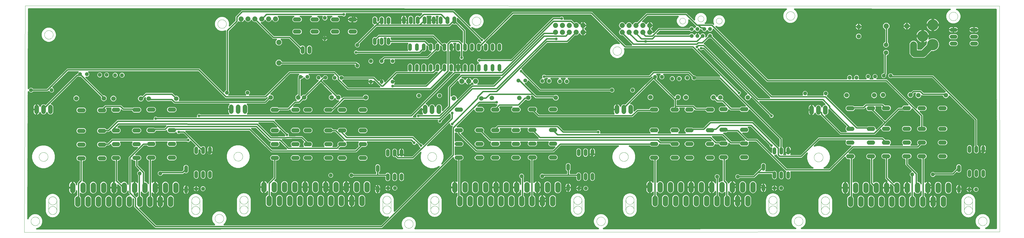
<source format=gbl>
G75*
%MOIN*%
%OFA0B0*%
%FSLAX25Y25*%
%IPPOS*%
%LPD*%
%AMOC8*
5,1,8,0,0,1.08239X$1,22.5*
%
%ADD10C,0.00000*%
%ADD11C,0.06600*%
%ADD12C,0.06000*%
%ADD13OC8,0.05200*%
%ADD14C,0.05200*%
%ADD15C,0.06600*%
%ADD16C,0.00009*%
%ADD17C,0.07800*%
%ADD18C,0.07400*%
%ADD19OC8,0.07500*%
%ADD20OC8,0.06300*%
%ADD21C,0.06300*%
%ADD22C,0.16598*%
%ADD23C,0.16200*%
%ADD24C,0.05600*%
%ADD25OC8,0.05543*%
%ADD26C,0.01969*%
%ADD27C,0.04000*%
%ADD28C,0.10000*%
%ADD29R,0.04000X0.04000*%
D10*
X0001197Y0001197D02*
X0002378Y0331433D01*
X1419386Y0331039D01*
X1419780Y0001984D01*
X0001197Y0001197D01*
X0010646Y0017339D02*
X0010648Y0017497D01*
X0010654Y0017655D01*
X0010664Y0017813D01*
X0010678Y0017971D01*
X0010696Y0018128D01*
X0010717Y0018285D01*
X0010743Y0018441D01*
X0010773Y0018597D01*
X0010806Y0018752D01*
X0010844Y0018905D01*
X0010885Y0019058D01*
X0010930Y0019210D01*
X0010979Y0019361D01*
X0011032Y0019510D01*
X0011088Y0019658D01*
X0011148Y0019804D01*
X0011212Y0019949D01*
X0011280Y0020092D01*
X0011351Y0020234D01*
X0011425Y0020374D01*
X0011503Y0020511D01*
X0011585Y0020647D01*
X0011669Y0020781D01*
X0011758Y0020912D01*
X0011849Y0021041D01*
X0011944Y0021168D01*
X0012041Y0021293D01*
X0012142Y0021415D01*
X0012246Y0021534D01*
X0012353Y0021651D01*
X0012463Y0021765D01*
X0012576Y0021876D01*
X0012691Y0021985D01*
X0012809Y0022090D01*
X0012930Y0022192D01*
X0013053Y0022292D01*
X0013179Y0022388D01*
X0013307Y0022481D01*
X0013437Y0022571D01*
X0013570Y0022657D01*
X0013705Y0022741D01*
X0013841Y0022820D01*
X0013980Y0022897D01*
X0014121Y0022969D01*
X0014263Y0023039D01*
X0014407Y0023104D01*
X0014553Y0023166D01*
X0014700Y0023224D01*
X0014849Y0023279D01*
X0014999Y0023330D01*
X0015150Y0023377D01*
X0015302Y0023420D01*
X0015455Y0023459D01*
X0015610Y0023495D01*
X0015765Y0023526D01*
X0015921Y0023554D01*
X0016077Y0023578D01*
X0016234Y0023598D01*
X0016392Y0023614D01*
X0016549Y0023626D01*
X0016708Y0023634D01*
X0016866Y0023638D01*
X0017024Y0023638D01*
X0017182Y0023634D01*
X0017341Y0023626D01*
X0017498Y0023614D01*
X0017656Y0023598D01*
X0017813Y0023578D01*
X0017969Y0023554D01*
X0018125Y0023526D01*
X0018280Y0023495D01*
X0018435Y0023459D01*
X0018588Y0023420D01*
X0018740Y0023377D01*
X0018891Y0023330D01*
X0019041Y0023279D01*
X0019190Y0023224D01*
X0019337Y0023166D01*
X0019483Y0023104D01*
X0019627Y0023039D01*
X0019769Y0022969D01*
X0019910Y0022897D01*
X0020049Y0022820D01*
X0020185Y0022741D01*
X0020320Y0022657D01*
X0020453Y0022571D01*
X0020583Y0022481D01*
X0020711Y0022388D01*
X0020837Y0022292D01*
X0020960Y0022192D01*
X0021081Y0022090D01*
X0021199Y0021985D01*
X0021314Y0021876D01*
X0021427Y0021765D01*
X0021537Y0021651D01*
X0021644Y0021534D01*
X0021748Y0021415D01*
X0021849Y0021293D01*
X0021946Y0021168D01*
X0022041Y0021041D01*
X0022132Y0020912D01*
X0022221Y0020781D01*
X0022305Y0020647D01*
X0022387Y0020511D01*
X0022465Y0020374D01*
X0022539Y0020234D01*
X0022610Y0020092D01*
X0022678Y0019949D01*
X0022742Y0019804D01*
X0022802Y0019658D01*
X0022858Y0019510D01*
X0022911Y0019361D01*
X0022960Y0019210D01*
X0023005Y0019058D01*
X0023046Y0018905D01*
X0023084Y0018752D01*
X0023117Y0018597D01*
X0023147Y0018441D01*
X0023173Y0018285D01*
X0023194Y0018128D01*
X0023212Y0017971D01*
X0023226Y0017813D01*
X0023236Y0017655D01*
X0023242Y0017497D01*
X0023244Y0017339D01*
X0023242Y0017181D01*
X0023236Y0017023D01*
X0023226Y0016865D01*
X0023212Y0016707D01*
X0023194Y0016550D01*
X0023173Y0016393D01*
X0023147Y0016237D01*
X0023117Y0016081D01*
X0023084Y0015926D01*
X0023046Y0015773D01*
X0023005Y0015620D01*
X0022960Y0015468D01*
X0022911Y0015317D01*
X0022858Y0015168D01*
X0022802Y0015020D01*
X0022742Y0014874D01*
X0022678Y0014729D01*
X0022610Y0014586D01*
X0022539Y0014444D01*
X0022465Y0014304D01*
X0022387Y0014167D01*
X0022305Y0014031D01*
X0022221Y0013897D01*
X0022132Y0013766D01*
X0022041Y0013637D01*
X0021946Y0013510D01*
X0021849Y0013385D01*
X0021748Y0013263D01*
X0021644Y0013144D01*
X0021537Y0013027D01*
X0021427Y0012913D01*
X0021314Y0012802D01*
X0021199Y0012693D01*
X0021081Y0012588D01*
X0020960Y0012486D01*
X0020837Y0012386D01*
X0020711Y0012290D01*
X0020583Y0012197D01*
X0020453Y0012107D01*
X0020320Y0012021D01*
X0020185Y0011937D01*
X0020049Y0011858D01*
X0019910Y0011781D01*
X0019769Y0011709D01*
X0019627Y0011639D01*
X0019483Y0011574D01*
X0019337Y0011512D01*
X0019190Y0011454D01*
X0019041Y0011399D01*
X0018891Y0011348D01*
X0018740Y0011301D01*
X0018588Y0011258D01*
X0018435Y0011219D01*
X0018280Y0011183D01*
X0018125Y0011152D01*
X0017969Y0011124D01*
X0017813Y0011100D01*
X0017656Y0011080D01*
X0017498Y0011064D01*
X0017341Y0011052D01*
X0017182Y0011044D01*
X0017024Y0011040D01*
X0016866Y0011040D01*
X0016708Y0011044D01*
X0016549Y0011052D01*
X0016392Y0011064D01*
X0016234Y0011080D01*
X0016077Y0011100D01*
X0015921Y0011124D01*
X0015765Y0011152D01*
X0015610Y0011183D01*
X0015455Y0011219D01*
X0015302Y0011258D01*
X0015150Y0011301D01*
X0014999Y0011348D01*
X0014849Y0011399D01*
X0014700Y0011454D01*
X0014553Y0011512D01*
X0014407Y0011574D01*
X0014263Y0011639D01*
X0014121Y0011709D01*
X0013980Y0011781D01*
X0013841Y0011858D01*
X0013705Y0011937D01*
X0013570Y0012021D01*
X0013437Y0012107D01*
X0013307Y0012197D01*
X0013179Y0012290D01*
X0013053Y0012386D01*
X0012930Y0012486D01*
X0012809Y0012588D01*
X0012691Y0012693D01*
X0012576Y0012802D01*
X0012463Y0012913D01*
X0012353Y0013027D01*
X0012246Y0013144D01*
X0012142Y0013263D01*
X0012041Y0013385D01*
X0011944Y0013510D01*
X0011849Y0013637D01*
X0011758Y0013766D01*
X0011669Y0013897D01*
X0011585Y0014031D01*
X0011503Y0014167D01*
X0011425Y0014304D01*
X0011351Y0014444D01*
X0011280Y0014586D01*
X0011212Y0014729D01*
X0011148Y0014874D01*
X0011088Y0015020D01*
X0011032Y0015168D01*
X0010979Y0015317D01*
X0010930Y0015468D01*
X0010885Y0015620D01*
X0010844Y0015773D01*
X0010806Y0015926D01*
X0010773Y0016081D01*
X0010743Y0016237D01*
X0010717Y0016393D01*
X0010696Y0016550D01*
X0010678Y0016707D01*
X0010664Y0016865D01*
X0010654Y0017023D01*
X0010648Y0017181D01*
X0010646Y0017339D01*
X0036365Y0033197D02*
X0036367Y0033351D01*
X0036373Y0033505D01*
X0036383Y0033658D01*
X0036397Y0033811D01*
X0036415Y0033964D01*
X0036436Y0034116D01*
X0036462Y0034268D01*
X0036492Y0034419D01*
X0036525Y0034569D01*
X0036563Y0034718D01*
X0036604Y0034867D01*
X0036649Y0035014D01*
X0036698Y0035160D01*
X0036751Y0035304D01*
X0036807Y0035447D01*
X0036867Y0035589D01*
X0036931Y0035729D01*
X0036998Y0035867D01*
X0037069Y0036004D01*
X0037143Y0036139D01*
X0037221Y0036271D01*
X0037302Y0036402D01*
X0037387Y0036531D01*
X0037474Y0036657D01*
X0037565Y0036781D01*
X0037660Y0036902D01*
X0037757Y0037022D01*
X0037857Y0037138D01*
X0037961Y0037252D01*
X0038067Y0037363D01*
X0038176Y0037472D01*
X0038288Y0037577D01*
X0038403Y0037680D01*
X0038520Y0037780D01*
X0038640Y0037876D01*
X0038762Y0037970D01*
X0038886Y0038060D01*
X0039013Y0038147D01*
X0039142Y0038231D01*
X0039274Y0038311D01*
X0039407Y0038388D01*
X0039542Y0038461D01*
X0039679Y0038531D01*
X0039818Y0038598D01*
X0039958Y0038660D01*
X0040100Y0038719D01*
X0040244Y0038775D01*
X0040389Y0038827D01*
X0040535Y0038874D01*
X0040682Y0038919D01*
X0040831Y0038959D01*
X0040980Y0038995D01*
X0041131Y0039028D01*
X0041282Y0039057D01*
X0041434Y0039081D01*
X0041586Y0039102D01*
X0041739Y0039119D01*
X0041892Y0039132D01*
X0042046Y0039141D01*
X0042200Y0039146D01*
X0042353Y0039147D01*
X0042507Y0039144D01*
X0042661Y0039137D01*
X0042814Y0039126D01*
X0042968Y0039111D01*
X0043120Y0039092D01*
X0043272Y0039069D01*
X0043424Y0039043D01*
X0043575Y0039012D01*
X0043725Y0038978D01*
X0043874Y0038939D01*
X0044021Y0038897D01*
X0044168Y0038851D01*
X0044314Y0038801D01*
X0044458Y0038748D01*
X0044601Y0038690D01*
X0044742Y0038629D01*
X0044882Y0038565D01*
X0045020Y0038497D01*
X0045156Y0038425D01*
X0045290Y0038350D01*
X0045422Y0038271D01*
X0045552Y0038189D01*
X0045680Y0038104D01*
X0045806Y0038015D01*
X0045929Y0037923D01*
X0046050Y0037828D01*
X0046169Y0037730D01*
X0046285Y0037629D01*
X0046398Y0037525D01*
X0046509Y0037418D01*
X0046616Y0037308D01*
X0046721Y0037195D01*
X0046823Y0037080D01*
X0046922Y0036962D01*
X0047018Y0036842D01*
X0047111Y0036719D01*
X0047200Y0036594D01*
X0047286Y0036467D01*
X0047369Y0036337D01*
X0047449Y0036205D01*
X0047525Y0036072D01*
X0047597Y0035936D01*
X0047666Y0035798D01*
X0047732Y0035659D01*
X0047794Y0035518D01*
X0047852Y0035376D01*
X0047906Y0035232D01*
X0047957Y0035087D01*
X0048004Y0034940D01*
X0048047Y0034793D01*
X0048086Y0034644D01*
X0048122Y0034494D01*
X0048153Y0034344D01*
X0048181Y0034192D01*
X0048205Y0034040D01*
X0048225Y0033888D01*
X0048241Y0033735D01*
X0048253Y0033581D01*
X0048261Y0033428D01*
X0048265Y0033274D01*
X0048265Y0033120D01*
X0048261Y0032966D01*
X0048253Y0032813D01*
X0048241Y0032659D01*
X0048225Y0032506D01*
X0048205Y0032354D01*
X0048181Y0032202D01*
X0048153Y0032050D01*
X0048122Y0031900D01*
X0048086Y0031750D01*
X0048047Y0031601D01*
X0048004Y0031454D01*
X0047957Y0031307D01*
X0047906Y0031162D01*
X0047852Y0031018D01*
X0047794Y0030876D01*
X0047732Y0030735D01*
X0047666Y0030596D01*
X0047597Y0030458D01*
X0047525Y0030322D01*
X0047449Y0030189D01*
X0047369Y0030057D01*
X0047286Y0029927D01*
X0047200Y0029800D01*
X0047111Y0029675D01*
X0047018Y0029552D01*
X0046922Y0029432D01*
X0046823Y0029314D01*
X0046721Y0029199D01*
X0046616Y0029086D01*
X0046509Y0028976D01*
X0046398Y0028869D01*
X0046285Y0028765D01*
X0046169Y0028664D01*
X0046050Y0028566D01*
X0045929Y0028471D01*
X0045806Y0028379D01*
X0045680Y0028290D01*
X0045552Y0028205D01*
X0045422Y0028123D01*
X0045290Y0028044D01*
X0045156Y0027969D01*
X0045020Y0027897D01*
X0044882Y0027829D01*
X0044742Y0027765D01*
X0044601Y0027704D01*
X0044458Y0027646D01*
X0044314Y0027593D01*
X0044168Y0027543D01*
X0044021Y0027497D01*
X0043874Y0027455D01*
X0043725Y0027416D01*
X0043575Y0027382D01*
X0043424Y0027351D01*
X0043272Y0027325D01*
X0043120Y0027302D01*
X0042968Y0027283D01*
X0042814Y0027268D01*
X0042661Y0027257D01*
X0042507Y0027250D01*
X0042353Y0027247D01*
X0042200Y0027248D01*
X0042046Y0027253D01*
X0041892Y0027262D01*
X0041739Y0027275D01*
X0041586Y0027292D01*
X0041434Y0027313D01*
X0041282Y0027337D01*
X0041131Y0027366D01*
X0040980Y0027399D01*
X0040831Y0027435D01*
X0040682Y0027475D01*
X0040535Y0027520D01*
X0040389Y0027567D01*
X0040244Y0027619D01*
X0040100Y0027675D01*
X0039958Y0027734D01*
X0039818Y0027796D01*
X0039679Y0027863D01*
X0039542Y0027933D01*
X0039407Y0028006D01*
X0039274Y0028083D01*
X0039142Y0028163D01*
X0039013Y0028247D01*
X0038886Y0028334D01*
X0038762Y0028424D01*
X0038640Y0028518D01*
X0038520Y0028614D01*
X0038403Y0028714D01*
X0038288Y0028817D01*
X0038176Y0028922D01*
X0038067Y0029031D01*
X0037961Y0029142D01*
X0037857Y0029256D01*
X0037757Y0029372D01*
X0037660Y0029492D01*
X0037565Y0029613D01*
X0037474Y0029737D01*
X0037387Y0029863D01*
X0037302Y0029992D01*
X0037221Y0030123D01*
X0037143Y0030255D01*
X0037069Y0030390D01*
X0036998Y0030527D01*
X0036931Y0030665D01*
X0036867Y0030805D01*
X0036807Y0030947D01*
X0036751Y0031090D01*
X0036698Y0031234D01*
X0036649Y0031380D01*
X0036604Y0031527D01*
X0036563Y0031676D01*
X0036525Y0031825D01*
X0036492Y0031975D01*
X0036462Y0032126D01*
X0036436Y0032278D01*
X0036415Y0032430D01*
X0036397Y0032583D01*
X0036383Y0032736D01*
X0036373Y0032889D01*
X0036367Y0033043D01*
X0036365Y0033197D01*
X0036315Y0033197D02*
X0036317Y0033044D01*
X0036323Y0032891D01*
X0036333Y0032738D01*
X0036346Y0032585D01*
X0036364Y0032433D01*
X0036385Y0032281D01*
X0036411Y0032130D01*
X0036440Y0031980D01*
X0036473Y0031830D01*
X0036510Y0031681D01*
X0036550Y0031533D01*
X0036595Y0031387D01*
X0036643Y0031241D01*
X0036695Y0031097D01*
X0036750Y0030954D01*
X0036809Y0030813D01*
X0036872Y0030673D01*
X0036938Y0030535D01*
X0037008Y0030398D01*
X0037081Y0030264D01*
X0037158Y0030131D01*
X0037238Y0030000D01*
X0037321Y0029872D01*
X0037407Y0029745D01*
X0037497Y0029621D01*
X0037590Y0029499D01*
X0037686Y0029380D01*
X0037785Y0029263D01*
X0037887Y0029148D01*
X0037992Y0029036D01*
X0038100Y0028927D01*
X0038210Y0028821D01*
X0038323Y0028718D01*
X0038439Y0028617D01*
X0038557Y0028520D01*
X0038678Y0028425D01*
X0038801Y0028334D01*
X0038926Y0028246D01*
X0039054Y0028161D01*
X0039183Y0028079D01*
X0039315Y0028001D01*
X0039449Y0027926D01*
X0039584Y0027854D01*
X0039722Y0027786D01*
X0039861Y0027722D01*
X0040001Y0027661D01*
X0040143Y0027604D01*
X0040287Y0027550D01*
X0040432Y0027500D01*
X0040578Y0027454D01*
X0040725Y0027411D01*
X0040873Y0027373D01*
X0041023Y0027338D01*
X0041173Y0027307D01*
X0041323Y0027279D01*
X0041475Y0027256D01*
X0041627Y0027237D01*
X0041779Y0027221D01*
X0041932Y0027209D01*
X0042085Y0027201D01*
X0042238Y0027197D01*
X0042392Y0027197D01*
X0042545Y0027201D01*
X0042698Y0027209D01*
X0042851Y0027221D01*
X0043003Y0027237D01*
X0043155Y0027256D01*
X0043307Y0027279D01*
X0043457Y0027307D01*
X0043607Y0027338D01*
X0043757Y0027373D01*
X0043905Y0027411D01*
X0044052Y0027454D01*
X0044198Y0027500D01*
X0044343Y0027550D01*
X0044487Y0027604D01*
X0044629Y0027661D01*
X0044769Y0027722D01*
X0044908Y0027786D01*
X0045046Y0027854D01*
X0045181Y0027926D01*
X0045315Y0028001D01*
X0045447Y0028079D01*
X0045576Y0028161D01*
X0045704Y0028246D01*
X0045829Y0028334D01*
X0045952Y0028425D01*
X0046073Y0028520D01*
X0046191Y0028617D01*
X0046307Y0028718D01*
X0046420Y0028821D01*
X0046530Y0028927D01*
X0046638Y0029036D01*
X0046743Y0029148D01*
X0046845Y0029263D01*
X0046944Y0029380D01*
X0047040Y0029499D01*
X0047133Y0029621D01*
X0047223Y0029745D01*
X0047309Y0029872D01*
X0047392Y0030000D01*
X0047472Y0030131D01*
X0047549Y0030264D01*
X0047622Y0030398D01*
X0047692Y0030535D01*
X0047758Y0030673D01*
X0047821Y0030813D01*
X0047880Y0030954D01*
X0047935Y0031097D01*
X0047987Y0031241D01*
X0048035Y0031387D01*
X0048080Y0031533D01*
X0048120Y0031681D01*
X0048157Y0031830D01*
X0048190Y0031980D01*
X0048219Y0032130D01*
X0048245Y0032281D01*
X0048266Y0032433D01*
X0048284Y0032585D01*
X0048297Y0032738D01*
X0048307Y0032891D01*
X0048313Y0033044D01*
X0048315Y0033197D01*
X0036365Y0047197D02*
X0036367Y0047351D01*
X0036373Y0047505D01*
X0036383Y0047658D01*
X0036397Y0047811D01*
X0036415Y0047964D01*
X0036436Y0048116D01*
X0036462Y0048268D01*
X0036492Y0048419D01*
X0036525Y0048569D01*
X0036563Y0048718D01*
X0036604Y0048867D01*
X0036649Y0049014D01*
X0036698Y0049160D01*
X0036751Y0049304D01*
X0036807Y0049447D01*
X0036867Y0049589D01*
X0036931Y0049729D01*
X0036998Y0049867D01*
X0037069Y0050004D01*
X0037143Y0050139D01*
X0037221Y0050271D01*
X0037302Y0050402D01*
X0037387Y0050531D01*
X0037474Y0050657D01*
X0037565Y0050781D01*
X0037660Y0050902D01*
X0037757Y0051022D01*
X0037857Y0051138D01*
X0037961Y0051252D01*
X0038067Y0051363D01*
X0038176Y0051472D01*
X0038288Y0051577D01*
X0038403Y0051680D01*
X0038520Y0051780D01*
X0038640Y0051876D01*
X0038762Y0051970D01*
X0038886Y0052060D01*
X0039013Y0052147D01*
X0039142Y0052231D01*
X0039274Y0052311D01*
X0039407Y0052388D01*
X0039542Y0052461D01*
X0039679Y0052531D01*
X0039818Y0052598D01*
X0039958Y0052660D01*
X0040100Y0052719D01*
X0040244Y0052775D01*
X0040389Y0052827D01*
X0040535Y0052874D01*
X0040682Y0052919D01*
X0040831Y0052959D01*
X0040980Y0052995D01*
X0041131Y0053028D01*
X0041282Y0053057D01*
X0041434Y0053081D01*
X0041586Y0053102D01*
X0041739Y0053119D01*
X0041892Y0053132D01*
X0042046Y0053141D01*
X0042200Y0053146D01*
X0042353Y0053147D01*
X0042507Y0053144D01*
X0042661Y0053137D01*
X0042814Y0053126D01*
X0042968Y0053111D01*
X0043120Y0053092D01*
X0043272Y0053069D01*
X0043424Y0053043D01*
X0043575Y0053012D01*
X0043725Y0052978D01*
X0043874Y0052939D01*
X0044021Y0052897D01*
X0044168Y0052851D01*
X0044314Y0052801D01*
X0044458Y0052748D01*
X0044601Y0052690D01*
X0044742Y0052629D01*
X0044882Y0052565D01*
X0045020Y0052497D01*
X0045156Y0052425D01*
X0045290Y0052350D01*
X0045422Y0052271D01*
X0045552Y0052189D01*
X0045680Y0052104D01*
X0045806Y0052015D01*
X0045929Y0051923D01*
X0046050Y0051828D01*
X0046169Y0051730D01*
X0046285Y0051629D01*
X0046398Y0051525D01*
X0046509Y0051418D01*
X0046616Y0051308D01*
X0046721Y0051195D01*
X0046823Y0051080D01*
X0046922Y0050962D01*
X0047018Y0050842D01*
X0047111Y0050719D01*
X0047200Y0050594D01*
X0047286Y0050467D01*
X0047369Y0050337D01*
X0047449Y0050205D01*
X0047525Y0050072D01*
X0047597Y0049936D01*
X0047666Y0049798D01*
X0047732Y0049659D01*
X0047794Y0049518D01*
X0047852Y0049376D01*
X0047906Y0049232D01*
X0047957Y0049087D01*
X0048004Y0048940D01*
X0048047Y0048793D01*
X0048086Y0048644D01*
X0048122Y0048494D01*
X0048153Y0048344D01*
X0048181Y0048192D01*
X0048205Y0048040D01*
X0048225Y0047888D01*
X0048241Y0047735D01*
X0048253Y0047581D01*
X0048261Y0047428D01*
X0048265Y0047274D01*
X0048265Y0047120D01*
X0048261Y0046966D01*
X0048253Y0046813D01*
X0048241Y0046659D01*
X0048225Y0046506D01*
X0048205Y0046354D01*
X0048181Y0046202D01*
X0048153Y0046050D01*
X0048122Y0045900D01*
X0048086Y0045750D01*
X0048047Y0045601D01*
X0048004Y0045454D01*
X0047957Y0045307D01*
X0047906Y0045162D01*
X0047852Y0045018D01*
X0047794Y0044876D01*
X0047732Y0044735D01*
X0047666Y0044596D01*
X0047597Y0044458D01*
X0047525Y0044322D01*
X0047449Y0044189D01*
X0047369Y0044057D01*
X0047286Y0043927D01*
X0047200Y0043800D01*
X0047111Y0043675D01*
X0047018Y0043552D01*
X0046922Y0043432D01*
X0046823Y0043314D01*
X0046721Y0043199D01*
X0046616Y0043086D01*
X0046509Y0042976D01*
X0046398Y0042869D01*
X0046285Y0042765D01*
X0046169Y0042664D01*
X0046050Y0042566D01*
X0045929Y0042471D01*
X0045806Y0042379D01*
X0045680Y0042290D01*
X0045552Y0042205D01*
X0045422Y0042123D01*
X0045290Y0042044D01*
X0045156Y0041969D01*
X0045020Y0041897D01*
X0044882Y0041829D01*
X0044742Y0041765D01*
X0044601Y0041704D01*
X0044458Y0041646D01*
X0044314Y0041593D01*
X0044168Y0041543D01*
X0044021Y0041497D01*
X0043874Y0041455D01*
X0043725Y0041416D01*
X0043575Y0041382D01*
X0043424Y0041351D01*
X0043272Y0041325D01*
X0043120Y0041302D01*
X0042968Y0041283D01*
X0042814Y0041268D01*
X0042661Y0041257D01*
X0042507Y0041250D01*
X0042353Y0041247D01*
X0042200Y0041248D01*
X0042046Y0041253D01*
X0041892Y0041262D01*
X0041739Y0041275D01*
X0041586Y0041292D01*
X0041434Y0041313D01*
X0041282Y0041337D01*
X0041131Y0041366D01*
X0040980Y0041399D01*
X0040831Y0041435D01*
X0040682Y0041475D01*
X0040535Y0041520D01*
X0040389Y0041567D01*
X0040244Y0041619D01*
X0040100Y0041675D01*
X0039958Y0041734D01*
X0039818Y0041796D01*
X0039679Y0041863D01*
X0039542Y0041933D01*
X0039407Y0042006D01*
X0039274Y0042083D01*
X0039142Y0042163D01*
X0039013Y0042247D01*
X0038886Y0042334D01*
X0038762Y0042424D01*
X0038640Y0042518D01*
X0038520Y0042614D01*
X0038403Y0042714D01*
X0038288Y0042817D01*
X0038176Y0042922D01*
X0038067Y0043031D01*
X0037961Y0043142D01*
X0037857Y0043256D01*
X0037757Y0043372D01*
X0037660Y0043492D01*
X0037565Y0043613D01*
X0037474Y0043737D01*
X0037387Y0043863D01*
X0037302Y0043992D01*
X0037221Y0044123D01*
X0037143Y0044255D01*
X0037069Y0044390D01*
X0036998Y0044527D01*
X0036931Y0044665D01*
X0036867Y0044805D01*
X0036807Y0044947D01*
X0036751Y0045090D01*
X0036698Y0045234D01*
X0036649Y0045380D01*
X0036604Y0045527D01*
X0036563Y0045676D01*
X0036525Y0045825D01*
X0036492Y0045975D01*
X0036462Y0046126D01*
X0036436Y0046278D01*
X0036415Y0046430D01*
X0036397Y0046583D01*
X0036383Y0046736D01*
X0036373Y0046889D01*
X0036367Y0047043D01*
X0036365Y0047197D01*
X0036315Y0047197D02*
X0036317Y0047350D01*
X0036323Y0047503D01*
X0036333Y0047656D01*
X0036346Y0047809D01*
X0036364Y0047961D01*
X0036385Y0048113D01*
X0036411Y0048264D01*
X0036440Y0048414D01*
X0036473Y0048564D01*
X0036510Y0048713D01*
X0036550Y0048861D01*
X0036595Y0049007D01*
X0036643Y0049153D01*
X0036695Y0049297D01*
X0036750Y0049440D01*
X0036809Y0049581D01*
X0036872Y0049721D01*
X0036938Y0049859D01*
X0037008Y0049996D01*
X0037081Y0050130D01*
X0037158Y0050263D01*
X0037238Y0050394D01*
X0037321Y0050522D01*
X0037407Y0050649D01*
X0037497Y0050773D01*
X0037590Y0050895D01*
X0037686Y0051014D01*
X0037785Y0051131D01*
X0037887Y0051246D01*
X0037992Y0051358D01*
X0038100Y0051467D01*
X0038210Y0051573D01*
X0038323Y0051676D01*
X0038439Y0051777D01*
X0038557Y0051874D01*
X0038678Y0051969D01*
X0038801Y0052060D01*
X0038926Y0052148D01*
X0039054Y0052233D01*
X0039183Y0052315D01*
X0039315Y0052393D01*
X0039449Y0052468D01*
X0039584Y0052540D01*
X0039722Y0052608D01*
X0039861Y0052672D01*
X0040001Y0052733D01*
X0040143Y0052790D01*
X0040287Y0052844D01*
X0040432Y0052894D01*
X0040578Y0052940D01*
X0040725Y0052983D01*
X0040873Y0053021D01*
X0041023Y0053056D01*
X0041173Y0053087D01*
X0041323Y0053115D01*
X0041475Y0053138D01*
X0041627Y0053157D01*
X0041779Y0053173D01*
X0041932Y0053185D01*
X0042085Y0053193D01*
X0042238Y0053197D01*
X0042392Y0053197D01*
X0042545Y0053193D01*
X0042698Y0053185D01*
X0042851Y0053173D01*
X0043003Y0053157D01*
X0043155Y0053138D01*
X0043307Y0053115D01*
X0043457Y0053087D01*
X0043607Y0053056D01*
X0043757Y0053021D01*
X0043905Y0052983D01*
X0044052Y0052940D01*
X0044198Y0052894D01*
X0044343Y0052844D01*
X0044487Y0052790D01*
X0044629Y0052733D01*
X0044769Y0052672D01*
X0044908Y0052608D01*
X0045046Y0052540D01*
X0045181Y0052468D01*
X0045315Y0052393D01*
X0045447Y0052315D01*
X0045576Y0052233D01*
X0045704Y0052148D01*
X0045829Y0052060D01*
X0045952Y0051969D01*
X0046073Y0051874D01*
X0046191Y0051777D01*
X0046307Y0051676D01*
X0046420Y0051573D01*
X0046530Y0051467D01*
X0046638Y0051358D01*
X0046743Y0051246D01*
X0046845Y0051131D01*
X0046944Y0051014D01*
X0047040Y0050895D01*
X0047133Y0050773D01*
X0047223Y0050649D01*
X0047309Y0050522D01*
X0047392Y0050394D01*
X0047472Y0050263D01*
X0047549Y0050130D01*
X0047622Y0049996D01*
X0047692Y0049859D01*
X0047758Y0049721D01*
X0047821Y0049581D01*
X0047880Y0049440D01*
X0047935Y0049297D01*
X0047987Y0049153D01*
X0048035Y0049007D01*
X0048080Y0048861D01*
X0048120Y0048713D01*
X0048157Y0048564D01*
X0048190Y0048414D01*
X0048219Y0048264D01*
X0048245Y0048113D01*
X0048266Y0047961D01*
X0048284Y0047809D01*
X0048297Y0047656D01*
X0048307Y0047503D01*
X0048313Y0047350D01*
X0048315Y0047197D01*
X0244365Y0047197D02*
X0244367Y0047351D01*
X0244373Y0047505D01*
X0244383Y0047658D01*
X0244397Y0047811D01*
X0244415Y0047964D01*
X0244436Y0048116D01*
X0244462Y0048268D01*
X0244492Y0048419D01*
X0244525Y0048569D01*
X0244563Y0048718D01*
X0244604Y0048867D01*
X0244649Y0049014D01*
X0244698Y0049160D01*
X0244751Y0049304D01*
X0244807Y0049447D01*
X0244867Y0049589D01*
X0244931Y0049729D01*
X0244998Y0049867D01*
X0245069Y0050004D01*
X0245143Y0050139D01*
X0245221Y0050271D01*
X0245302Y0050402D01*
X0245387Y0050531D01*
X0245474Y0050657D01*
X0245565Y0050781D01*
X0245660Y0050902D01*
X0245757Y0051022D01*
X0245857Y0051138D01*
X0245961Y0051252D01*
X0246067Y0051363D01*
X0246176Y0051472D01*
X0246288Y0051577D01*
X0246403Y0051680D01*
X0246520Y0051780D01*
X0246640Y0051876D01*
X0246762Y0051970D01*
X0246886Y0052060D01*
X0247013Y0052147D01*
X0247142Y0052231D01*
X0247274Y0052311D01*
X0247407Y0052388D01*
X0247542Y0052461D01*
X0247679Y0052531D01*
X0247818Y0052598D01*
X0247958Y0052660D01*
X0248100Y0052719D01*
X0248244Y0052775D01*
X0248389Y0052827D01*
X0248535Y0052874D01*
X0248682Y0052919D01*
X0248831Y0052959D01*
X0248980Y0052995D01*
X0249131Y0053028D01*
X0249282Y0053057D01*
X0249434Y0053081D01*
X0249586Y0053102D01*
X0249739Y0053119D01*
X0249892Y0053132D01*
X0250046Y0053141D01*
X0250200Y0053146D01*
X0250353Y0053147D01*
X0250507Y0053144D01*
X0250661Y0053137D01*
X0250814Y0053126D01*
X0250968Y0053111D01*
X0251120Y0053092D01*
X0251272Y0053069D01*
X0251424Y0053043D01*
X0251575Y0053012D01*
X0251725Y0052978D01*
X0251874Y0052939D01*
X0252021Y0052897D01*
X0252168Y0052851D01*
X0252314Y0052801D01*
X0252458Y0052748D01*
X0252601Y0052690D01*
X0252742Y0052629D01*
X0252882Y0052565D01*
X0253020Y0052497D01*
X0253156Y0052425D01*
X0253290Y0052350D01*
X0253422Y0052271D01*
X0253552Y0052189D01*
X0253680Y0052104D01*
X0253806Y0052015D01*
X0253929Y0051923D01*
X0254050Y0051828D01*
X0254169Y0051730D01*
X0254285Y0051629D01*
X0254398Y0051525D01*
X0254509Y0051418D01*
X0254616Y0051308D01*
X0254721Y0051195D01*
X0254823Y0051080D01*
X0254922Y0050962D01*
X0255018Y0050842D01*
X0255111Y0050719D01*
X0255200Y0050594D01*
X0255286Y0050467D01*
X0255369Y0050337D01*
X0255449Y0050205D01*
X0255525Y0050072D01*
X0255597Y0049936D01*
X0255666Y0049798D01*
X0255732Y0049659D01*
X0255794Y0049518D01*
X0255852Y0049376D01*
X0255906Y0049232D01*
X0255957Y0049087D01*
X0256004Y0048940D01*
X0256047Y0048793D01*
X0256086Y0048644D01*
X0256122Y0048494D01*
X0256153Y0048344D01*
X0256181Y0048192D01*
X0256205Y0048040D01*
X0256225Y0047888D01*
X0256241Y0047735D01*
X0256253Y0047581D01*
X0256261Y0047428D01*
X0256265Y0047274D01*
X0256265Y0047120D01*
X0256261Y0046966D01*
X0256253Y0046813D01*
X0256241Y0046659D01*
X0256225Y0046506D01*
X0256205Y0046354D01*
X0256181Y0046202D01*
X0256153Y0046050D01*
X0256122Y0045900D01*
X0256086Y0045750D01*
X0256047Y0045601D01*
X0256004Y0045454D01*
X0255957Y0045307D01*
X0255906Y0045162D01*
X0255852Y0045018D01*
X0255794Y0044876D01*
X0255732Y0044735D01*
X0255666Y0044596D01*
X0255597Y0044458D01*
X0255525Y0044322D01*
X0255449Y0044189D01*
X0255369Y0044057D01*
X0255286Y0043927D01*
X0255200Y0043800D01*
X0255111Y0043675D01*
X0255018Y0043552D01*
X0254922Y0043432D01*
X0254823Y0043314D01*
X0254721Y0043199D01*
X0254616Y0043086D01*
X0254509Y0042976D01*
X0254398Y0042869D01*
X0254285Y0042765D01*
X0254169Y0042664D01*
X0254050Y0042566D01*
X0253929Y0042471D01*
X0253806Y0042379D01*
X0253680Y0042290D01*
X0253552Y0042205D01*
X0253422Y0042123D01*
X0253290Y0042044D01*
X0253156Y0041969D01*
X0253020Y0041897D01*
X0252882Y0041829D01*
X0252742Y0041765D01*
X0252601Y0041704D01*
X0252458Y0041646D01*
X0252314Y0041593D01*
X0252168Y0041543D01*
X0252021Y0041497D01*
X0251874Y0041455D01*
X0251725Y0041416D01*
X0251575Y0041382D01*
X0251424Y0041351D01*
X0251272Y0041325D01*
X0251120Y0041302D01*
X0250968Y0041283D01*
X0250814Y0041268D01*
X0250661Y0041257D01*
X0250507Y0041250D01*
X0250353Y0041247D01*
X0250200Y0041248D01*
X0250046Y0041253D01*
X0249892Y0041262D01*
X0249739Y0041275D01*
X0249586Y0041292D01*
X0249434Y0041313D01*
X0249282Y0041337D01*
X0249131Y0041366D01*
X0248980Y0041399D01*
X0248831Y0041435D01*
X0248682Y0041475D01*
X0248535Y0041520D01*
X0248389Y0041567D01*
X0248244Y0041619D01*
X0248100Y0041675D01*
X0247958Y0041734D01*
X0247818Y0041796D01*
X0247679Y0041863D01*
X0247542Y0041933D01*
X0247407Y0042006D01*
X0247274Y0042083D01*
X0247142Y0042163D01*
X0247013Y0042247D01*
X0246886Y0042334D01*
X0246762Y0042424D01*
X0246640Y0042518D01*
X0246520Y0042614D01*
X0246403Y0042714D01*
X0246288Y0042817D01*
X0246176Y0042922D01*
X0246067Y0043031D01*
X0245961Y0043142D01*
X0245857Y0043256D01*
X0245757Y0043372D01*
X0245660Y0043492D01*
X0245565Y0043613D01*
X0245474Y0043737D01*
X0245387Y0043863D01*
X0245302Y0043992D01*
X0245221Y0044123D01*
X0245143Y0044255D01*
X0245069Y0044390D01*
X0244998Y0044527D01*
X0244931Y0044665D01*
X0244867Y0044805D01*
X0244807Y0044947D01*
X0244751Y0045090D01*
X0244698Y0045234D01*
X0244649Y0045380D01*
X0244604Y0045527D01*
X0244563Y0045676D01*
X0244525Y0045825D01*
X0244492Y0045975D01*
X0244462Y0046126D01*
X0244436Y0046278D01*
X0244415Y0046430D01*
X0244397Y0046583D01*
X0244383Y0046736D01*
X0244373Y0046889D01*
X0244367Y0047043D01*
X0244365Y0047197D01*
X0244315Y0047197D02*
X0244317Y0047350D01*
X0244323Y0047503D01*
X0244333Y0047656D01*
X0244346Y0047809D01*
X0244364Y0047961D01*
X0244385Y0048113D01*
X0244411Y0048264D01*
X0244440Y0048414D01*
X0244473Y0048564D01*
X0244510Y0048713D01*
X0244550Y0048861D01*
X0244595Y0049007D01*
X0244643Y0049153D01*
X0244695Y0049297D01*
X0244750Y0049440D01*
X0244809Y0049581D01*
X0244872Y0049721D01*
X0244938Y0049859D01*
X0245008Y0049996D01*
X0245081Y0050130D01*
X0245158Y0050263D01*
X0245238Y0050394D01*
X0245321Y0050522D01*
X0245407Y0050649D01*
X0245497Y0050773D01*
X0245590Y0050895D01*
X0245686Y0051014D01*
X0245785Y0051131D01*
X0245887Y0051246D01*
X0245992Y0051358D01*
X0246100Y0051467D01*
X0246210Y0051573D01*
X0246323Y0051676D01*
X0246439Y0051777D01*
X0246557Y0051874D01*
X0246678Y0051969D01*
X0246801Y0052060D01*
X0246926Y0052148D01*
X0247054Y0052233D01*
X0247183Y0052315D01*
X0247315Y0052393D01*
X0247449Y0052468D01*
X0247584Y0052540D01*
X0247722Y0052608D01*
X0247861Y0052672D01*
X0248001Y0052733D01*
X0248143Y0052790D01*
X0248287Y0052844D01*
X0248432Y0052894D01*
X0248578Y0052940D01*
X0248725Y0052983D01*
X0248873Y0053021D01*
X0249023Y0053056D01*
X0249173Y0053087D01*
X0249323Y0053115D01*
X0249475Y0053138D01*
X0249627Y0053157D01*
X0249779Y0053173D01*
X0249932Y0053185D01*
X0250085Y0053193D01*
X0250238Y0053197D01*
X0250392Y0053197D01*
X0250545Y0053193D01*
X0250698Y0053185D01*
X0250851Y0053173D01*
X0251003Y0053157D01*
X0251155Y0053138D01*
X0251307Y0053115D01*
X0251457Y0053087D01*
X0251607Y0053056D01*
X0251757Y0053021D01*
X0251905Y0052983D01*
X0252052Y0052940D01*
X0252198Y0052894D01*
X0252343Y0052844D01*
X0252487Y0052790D01*
X0252629Y0052733D01*
X0252769Y0052672D01*
X0252908Y0052608D01*
X0253046Y0052540D01*
X0253181Y0052468D01*
X0253315Y0052393D01*
X0253447Y0052315D01*
X0253576Y0052233D01*
X0253704Y0052148D01*
X0253829Y0052060D01*
X0253952Y0051969D01*
X0254073Y0051874D01*
X0254191Y0051777D01*
X0254307Y0051676D01*
X0254420Y0051573D01*
X0254530Y0051467D01*
X0254638Y0051358D01*
X0254743Y0051246D01*
X0254845Y0051131D01*
X0254944Y0051014D01*
X0255040Y0050895D01*
X0255133Y0050773D01*
X0255223Y0050649D01*
X0255309Y0050522D01*
X0255392Y0050394D01*
X0255472Y0050263D01*
X0255549Y0050130D01*
X0255622Y0049996D01*
X0255692Y0049859D01*
X0255758Y0049721D01*
X0255821Y0049581D01*
X0255880Y0049440D01*
X0255935Y0049297D01*
X0255987Y0049153D01*
X0256035Y0049007D01*
X0256080Y0048861D01*
X0256120Y0048713D01*
X0256157Y0048564D01*
X0256190Y0048414D01*
X0256219Y0048264D01*
X0256245Y0048113D01*
X0256266Y0047961D01*
X0256284Y0047809D01*
X0256297Y0047656D01*
X0256307Y0047503D01*
X0256313Y0047350D01*
X0256315Y0047197D01*
X0314515Y0048102D02*
X0314517Y0048256D01*
X0314523Y0048410D01*
X0314533Y0048563D01*
X0314547Y0048716D01*
X0314565Y0048869D01*
X0314586Y0049021D01*
X0314612Y0049173D01*
X0314642Y0049324D01*
X0314675Y0049474D01*
X0314713Y0049623D01*
X0314754Y0049772D01*
X0314799Y0049919D01*
X0314848Y0050065D01*
X0314901Y0050209D01*
X0314957Y0050352D01*
X0315017Y0050494D01*
X0315081Y0050634D01*
X0315148Y0050772D01*
X0315219Y0050909D01*
X0315293Y0051044D01*
X0315371Y0051176D01*
X0315452Y0051307D01*
X0315537Y0051436D01*
X0315624Y0051562D01*
X0315715Y0051686D01*
X0315810Y0051807D01*
X0315907Y0051927D01*
X0316007Y0052043D01*
X0316111Y0052157D01*
X0316217Y0052268D01*
X0316326Y0052377D01*
X0316438Y0052482D01*
X0316553Y0052585D01*
X0316670Y0052685D01*
X0316790Y0052781D01*
X0316912Y0052875D01*
X0317036Y0052965D01*
X0317163Y0053052D01*
X0317292Y0053136D01*
X0317424Y0053216D01*
X0317557Y0053293D01*
X0317692Y0053366D01*
X0317829Y0053436D01*
X0317968Y0053503D01*
X0318108Y0053565D01*
X0318250Y0053624D01*
X0318394Y0053680D01*
X0318539Y0053732D01*
X0318685Y0053779D01*
X0318832Y0053824D01*
X0318981Y0053864D01*
X0319130Y0053900D01*
X0319281Y0053933D01*
X0319432Y0053962D01*
X0319584Y0053986D01*
X0319736Y0054007D01*
X0319889Y0054024D01*
X0320042Y0054037D01*
X0320196Y0054046D01*
X0320350Y0054051D01*
X0320503Y0054052D01*
X0320657Y0054049D01*
X0320811Y0054042D01*
X0320964Y0054031D01*
X0321118Y0054016D01*
X0321270Y0053997D01*
X0321422Y0053974D01*
X0321574Y0053948D01*
X0321725Y0053917D01*
X0321875Y0053883D01*
X0322024Y0053844D01*
X0322171Y0053802D01*
X0322318Y0053756D01*
X0322464Y0053706D01*
X0322608Y0053653D01*
X0322751Y0053595D01*
X0322892Y0053534D01*
X0323032Y0053470D01*
X0323170Y0053402D01*
X0323306Y0053330D01*
X0323440Y0053255D01*
X0323572Y0053176D01*
X0323702Y0053094D01*
X0323830Y0053009D01*
X0323956Y0052920D01*
X0324079Y0052828D01*
X0324200Y0052733D01*
X0324319Y0052635D01*
X0324435Y0052534D01*
X0324548Y0052430D01*
X0324659Y0052323D01*
X0324766Y0052213D01*
X0324871Y0052100D01*
X0324973Y0051985D01*
X0325072Y0051867D01*
X0325168Y0051747D01*
X0325261Y0051624D01*
X0325350Y0051499D01*
X0325436Y0051372D01*
X0325519Y0051242D01*
X0325599Y0051110D01*
X0325675Y0050977D01*
X0325747Y0050841D01*
X0325816Y0050703D01*
X0325882Y0050564D01*
X0325944Y0050423D01*
X0326002Y0050281D01*
X0326056Y0050137D01*
X0326107Y0049992D01*
X0326154Y0049845D01*
X0326197Y0049698D01*
X0326236Y0049549D01*
X0326272Y0049399D01*
X0326303Y0049249D01*
X0326331Y0049097D01*
X0326355Y0048945D01*
X0326375Y0048793D01*
X0326391Y0048640D01*
X0326403Y0048486D01*
X0326411Y0048333D01*
X0326415Y0048179D01*
X0326415Y0048025D01*
X0326411Y0047871D01*
X0326403Y0047718D01*
X0326391Y0047564D01*
X0326375Y0047411D01*
X0326355Y0047259D01*
X0326331Y0047107D01*
X0326303Y0046955D01*
X0326272Y0046805D01*
X0326236Y0046655D01*
X0326197Y0046506D01*
X0326154Y0046359D01*
X0326107Y0046212D01*
X0326056Y0046067D01*
X0326002Y0045923D01*
X0325944Y0045781D01*
X0325882Y0045640D01*
X0325816Y0045501D01*
X0325747Y0045363D01*
X0325675Y0045227D01*
X0325599Y0045094D01*
X0325519Y0044962D01*
X0325436Y0044832D01*
X0325350Y0044705D01*
X0325261Y0044580D01*
X0325168Y0044457D01*
X0325072Y0044337D01*
X0324973Y0044219D01*
X0324871Y0044104D01*
X0324766Y0043991D01*
X0324659Y0043881D01*
X0324548Y0043774D01*
X0324435Y0043670D01*
X0324319Y0043569D01*
X0324200Y0043471D01*
X0324079Y0043376D01*
X0323956Y0043284D01*
X0323830Y0043195D01*
X0323702Y0043110D01*
X0323572Y0043028D01*
X0323440Y0042949D01*
X0323306Y0042874D01*
X0323170Y0042802D01*
X0323032Y0042734D01*
X0322892Y0042670D01*
X0322751Y0042609D01*
X0322608Y0042551D01*
X0322464Y0042498D01*
X0322318Y0042448D01*
X0322171Y0042402D01*
X0322024Y0042360D01*
X0321875Y0042321D01*
X0321725Y0042287D01*
X0321574Y0042256D01*
X0321422Y0042230D01*
X0321270Y0042207D01*
X0321118Y0042188D01*
X0320964Y0042173D01*
X0320811Y0042162D01*
X0320657Y0042155D01*
X0320503Y0042152D01*
X0320350Y0042153D01*
X0320196Y0042158D01*
X0320042Y0042167D01*
X0319889Y0042180D01*
X0319736Y0042197D01*
X0319584Y0042218D01*
X0319432Y0042242D01*
X0319281Y0042271D01*
X0319130Y0042304D01*
X0318981Y0042340D01*
X0318832Y0042380D01*
X0318685Y0042425D01*
X0318539Y0042472D01*
X0318394Y0042524D01*
X0318250Y0042580D01*
X0318108Y0042639D01*
X0317968Y0042701D01*
X0317829Y0042768D01*
X0317692Y0042838D01*
X0317557Y0042911D01*
X0317424Y0042988D01*
X0317292Y0043068D01*
X0317163Y0043152D01*
X0317036Y0043239D01*
X0316912Y0043329D01*
X0316790Y0043423D01*
X0316670Y0043519D01*
X0316553Y0043619D01*
X0316438Y0043722D01*
X0316326Y0043827D01*
X0316217Y0043936D01*
X0316111Y0044047D01*
X0316007Y0044161D01*
X0315907Y0044277D01*
X0315810Y0044397D01*
X0315715Y0044518D01*
X0315624Y0044642D01*
X0315537Y0044768D01*
X0315452Y0044897D01*
X0315371Y0045028D01*
X0315293Y0045160D01*
X0315219Y0045295D01*
X0315148Y0045432D01*
X0315081Y0045570D01*
X0315017Y0045710D01*
X0314957Y0045852D01*
X0314901Y0045995D01*
X0314848Y0046139D01*
X0314799Y0046285D01*
X0314754Y0046432D01*
X0314713Y0046581D01*
X0314675Y0046730D01*
X0314642Y0046880D01*
X0314612Y0047031D01*
X0314586Y0047183D01*
X0314565Y0047335D01*
X0314547Y0047488D01*
X0314533Y0047641D01*
X0314523Y0047794D01*
X0314517Y0047948D01*
X0314515Y0048102D01*
X0314465Y0048102D02*
X0314467Y0048255D01*
X0314473Y0048408D01*
X0314483Y0048561D01*
X0314496Y0048714D01*
X0314514Y0048866D01*
X0314535Y0049018D01*
X0314561Y0049169D01*
X0314590Y0049319D01*
X0314623Y0049469D01*
X0314660Y0049618D01*
X0314700Y0049766D01*
X0314745Y0049912D01*
X0314793Y0050058D01*
X0314845Y0050202D01*
X0314900Y0050345D01*
X0314959Y0050486D01*
X0315022Y0050626D01*
X0315088Y0050764D01*
X0315158Y0050901D01*
X0315231Y0051035D01*
X0315308Y0051168D01*
X0315388Y0051299D01*
X0315471Y0051427D01*
X0315557Y0051554D01*
X0315647Y0051678D01*
X0315740Y0051800D01*
X0315836Y0051919D01*
X0315935Y0052036D01*
X0316037Y0052151D01*
X0316142Y0052263D01*
X0316250Y0052372D01*
X0316360Y0052478D01*
X0316473Y0052581D01*
X0316589Y0052682D01*
X0316707Y0052779D01*
X0316828Y0052874D01*
X0316951Y0052965D01*
X0317076Y0053053D01*
X0317204Y0053138D01*
X0317333Y0053220D01*
X0317465Y0053298D01*
X0317599Y0053373D01*
X0317734Y0053445D01*
X0317872Y0053513D01*
X0318011Y0053577D01*
X0318151Y0053638D01*
X0318293Y0053695D01*
X0318437Y0053749D01*
X0318582Y0053799D01*
X0318728Y0053845D01*
X0318875Y0053888D01*
X0319023Y0053926D01*
X0319173Y0053961D01*
X0319323Y0053992D01*
X0319473Y0054020D01*
X0319625Y0054043D01*
X0319777Y0054062D01*
X0319929Y0054078D01*
X0320082Y0054090D01*
X0320235Y0054098D01*
X0320388Y0054102D01*
X0320542Y0054102D01*
X0320695Y0054098D01*
X0320848Y0054090D01*
X0321001Y0054078D01*
X0321153Y0054062D01*
X0321305Y0054043D01*
X0321457Y0054020D01*
X0321607Y0053992D01*
X0321757Y0053961D01*
X0321907Y0053926D01*
X0322055Y0053888D01*
X0322202Y0053845D01*
X0322348Y0053799D01*
X0322493Y0053749D01*
X0322637Y0053695D01*
X0322779Y0053638D01*
X0322919Y0053577D01*
X0323058Y0053513D01*
X0323196Y0053445D01*
X0323331Y0053373D01*
X0323465Y0053298D01*
X0323597Y0053220D01*
X0323726Y0053138D01*
X0323854Y0053053D01*
X0323979Y0052965D01*
X0324102Y0052874D01*
X0324223Y0052779D01*
X0324341Y0052682D01*
X0324457Y0052581D01*
X0324570Y0052478D01*
X0324680Y0052372D01*
X0324788Y0052263D01*
X0324893Y0052151D01*
X0324995Y0052036D01*
X0325094Y0051919D01*
X0325190Y0051800D01*
X0325283Y0051678D01*
X0325373Y0051554D01*
X0325459Y0051427D01*
X0325542Y0051299D01*
X0325622Y0051168D01*
X0325699Y0051035D01*
X0325772Y0050901D01*
X0325842Y0050764D01*
X0325908Y0050626D01*
X0325971Y0050486D01*
X0326030Y0050345D01*
X0326085Y0050202D01*
X0326137Y0050058D01*
X0326185Y0049912D01*
X0326230Y0049766D01*
X0326270Y0049618D01*
X0326307Y0049469D01*
X0326340Y0049319D01*
X0326369Y0049169D01*
X0326395Y0049018D01*
X0326416Y0048866D01*
X0326434Y0048714D01*
X0326447Y0048561D01*
X0326457Y0048408D01*
X0326463Y0048255D01*
X0326465Y0048102D01*
X0314515Y0034102D02*
X0314517Y0034256D01*
X0314523Y0034410D01*
X0314533Y0034563D01*
X0314547Y0034716D01*
X0314565Y0034869D01*
X0314586Y0035021D01*
X0314612Y0035173D01*
X0314642Y0035324D01*
X0314675Y0035474D01*
X0314713Y0035623D01*
X0314754Y0035772D01*
X0314799Y0035919D01*
X0314848Y0036065D01*
X0314901Y0036209D01*
X0314957Y0036352D01*
X0315017Y0036494D01*
X0315081Y0036634D01*
X0315148Y0036772D01*
X0315219Y0036909D01*
X0315293Y0037044D01*
X0315371Y0037176D01*
X0315452Y0037307D01*
X0315537Y0037436D01*
X0315624Y0037562D01*
X0315715Y0037686D01*
X0315810Y0037807D01*
X0315907Y0037927D01*
X0316007Y0038043D01*
X0316111Y0038157D01*
X0316217Y0038268D01*
X0316326Y0038377D01*
X0316438Y0038482D01*
X0316553Y0038585D01*
X0316670Y0038685D01*
X0316790Y0038781D01*
X0316912Y0038875D01*
X0317036Y0038965D01*
X0317163Y0039052D01*
X0317292Y0039136D01*
X0317424Y0039216D01*
X0317557Y0039293D01*
X0317692Y0039366D01*
X0317829Y0039436D01*
X0317968Y0039503D01*
X0318108Y0039565D01*
X0318250Y0039624D01*
X0318394Y0039680D01*
X0318539Y0039732D01*
X0318685Y0039779D01*
X0318832Y0039824D01*
X0318981Y0039864D01*
X0319130Y0039900D01*
X0319281Y0039933D01*
X0319432Y0039962D01*
X0319584Y0039986D01*
X0319736Y0040007D01*
X0319889Y0040024D01*
X0320042Y0040037D01*
X0320196Y0040046D01*
X0320350Y0040051D01*
X0320503Y0040052D01*
X0320657Y0040049D01*
X0320811Y0040042D01*
X0320964Y0040031D01*
X0321118Y0040016D01*
X0321270Y0039997D01*
X0321422Y0039974D01*
X0321574Y0039948D01*
X0321725Y0039917D01*
X0321875Y0039883D01*
X0322024Y0039844D01*
X0322171Y0039802D01*
X0322318Y0039756D01*
X0322464Y0039706D01*
X0322608Y0039653D01*
X0322751Y0039595D01*
X0322892Y0039534D01*
X0323032Y0039470D01*
X0323170Y0039402D01*
X0323306Y0039330D01*
X0323440Y0039255D01*
X0323572Y0039176D01*
X0323702Y0039094D01*
X0323830Y0039009D01*
X0323956Y0038920D01*
X0324079Y0038828D01*
X0324200Y0038733D01*
X0324319Y0038635D01*
X0324435Y0038534D01*
X0324548Y0038430D01*
X0324659Y0038323D01*
X0324766Y0038213D01*
X0324871Y0038100D01*
X0324973Y0037985D01*
X0325072Y0037867D01*
X0325168Y0037747D01*
X0325261Y0037624D01*
X0325350Y0037499D01*
X0325436Y0037372D01*
X0325519Y0037242D01*
X0325599Y0037110D01*
X0325675Y0036977D01*
X0325747Y0036841D01*
X0325816Y0036703D01*
X0325882Y0036564D01*
X0325944Y0036423D01*
X0326002Y0036281D01*
X0326056Y0036137D01*
X0326107Y0035992D01*
X0326154Y0035845D01*
X0326197Y0035698D01*
X0326236Y0035549D01*
X0326272Y0035399D01*
X0326303Y0035249D01*
X0326331Y0035097D01*
X0326355Y0034945D01*
X0326375Y0034793D01*
X0326391Y0034640D01*
X0326403Y0034486D01*
X0326411Y0034333D01*
X0326415Y0034179D01*
X0326415Y0034025D01*
X0326411Y0033871D01*
X0326403Y0033718D01*
X0326391Y0033564D01*
X0326375Y0033411D01*
X0326355Y0033259D01*
X0326331Y0033107D01*
X0326303Y0032955D01*
X0326272Y0032805D01*
X0326236Y0032655D01*
X0326197Y0032506D01*
X0326154Y0032359D01*
X0326107Y0032212D01*
X0326056Y0032067D01*
X0326002Y0031923D01*
X0325944Y0031781D01*
X0325882Y0031640D01*
X0325816Y0031501D01*
X0325747Y0031363D01*
X0325675Y0031227D01*
X0325599Y0031094D01*
X0325519Y0030962D01*
X0325436Y0030832D01*
X0325350Y0030705D01*
X0325261Y0030580D01*
X0325168Y0030457D01*
X0325072Y0030337D01*
X0324973Y0030219D01*
X0324871Y0030104D01*
X0324766Y0029991D01*
X0324659Y0029881D01*
X0324548Y0029774D01*
X0324435Y0029670D01*
X0324319Y0029569D01*
X0324200Y0029471D01*
X0324079Y0029376D01*
X0323956Y0029284D01*
X0323830Y0029195D01*
X0323702Y0029110D01*
X0323572Y0029028D01*
X0323440Y0028949D01*
X0323306Y0028874D01*
X0323170Y0028802D01*
X0323032Y0028734D01*
X0322892Y0028670D01*
X0322751Y0028609D01*
X0322608Y0028551D01*
X0322464Y0028498D01*
X0322318Y0028448D01*
X0322171Y0028402D01*
X0322024Y0028360D01*
X0321875Y0028321D01*
X0321725Y0028287D01*
X0321574Y0028256D01*
X0321422Y0028230D01*
X0321270Y0028207D01*
X0321118Y0028188D01*
X0320964Y0028173D01*
X0320811Y0028162D01*
X0320657Y0028155D01*
X0320503Y0028152D01*
X0320350Y0028153D01*
X0320196Y0028158D01*
X0320042Y0028167D01*
X0319889Y0028180D01*
X0319736Y0028197D01*
X0319584Y0028218D01*
X0319432Y0028242D01*
X0319281Y0028271D01*
X0319130Y0028304D01*
X0318981Y0028340D01*
X0318832Y0028380D01*
X0318685Y0028425D01*
X0318539Y0028472D01*
X0318394Y0028524D01*
X0318250Y0028580D01*
X0318108Y0028639D01*
X0317968Y0028701D01*
X0317829Y0028768D01*
X0317692Y0028838D01*
X0317557Y0028911D01*
X0317424Y0028988D01*
X0317292Y0029068D01*
X0317163Y0029152D01*
X0317036Y0029239D01*
X0316912Y0029329D01*
X0316790Y0029423D01*
X0316670Y0029519D01*
X0316553Y0029619D01*
X0316438Y0029722D01*
X0316326Y0029827D01*
X0316217Y0029936D01*
X0316111Y0030047D01*
X0316007Y0030161D01*
X0315907Y0030277D01*
X0315810Y0030397D01*
X0315715Y0030518D01*
X0315624Y0030642D01*
X0315537Y0030768D01*
X0315452Y0030897D01*
X0315371Y0031028D01*
X0315293Y0031160D01*
X0315219Y0031295D01*
X0315148Y0031432D01*
X0315081Y0031570D01*
X0315017Y0031710D01*
X0314957Y0031852D01*
X0314901Y0031995D01*
X0314848Y0032139D01*
X0314799Y0032285D01*
X0314754Y0032432D01*
X0314713Y0032581D01*
X0314675Y0032730D01*
X0314642Y0032880D01*
X0314612Y0033031D01*
X0314586Y0033183D01*
X0314565Y0033335D01*
X0314547Y0033488D01*
X0314533Y0033641D01*
X0314523Y0033794D01*
X0314517Y0033948D01*
X0314515Y0034102D01*
X0314465Y0034102D02*
X0314467Y0033949D01*
X0314473Y0033796D01*
X0314483Y0033643D01*
X0314496Y0033490D01*
X0314514Y0033338D01*
X0314535Y0033186D01*
X0314561Y0033035D01*
X0314590Y0032885D01*
X0314623Y0032735D01*
X0314660Y0032586D01*
X0314700Y0032438D01*
X0314745Y0032292D01*
X0314793Y0032146D01*
X0314845Y0032002D01*
X0314900Y0031859D01*
X0314959Y0031718D01*
X0315022Y0031578D01*
X0315088Y0031440D01*
X0315158Y0031303D01*
X0315231Y0031169D01*
X0315308Y0031036D01*
X0315388Y0030905D01*
X0315471Y0030777D01*
X0315557Y0030650D01*
X0315647Y0030526D01*
X0315740Y0030404D01*
X0315836Y0030285D01*
X0315935Y0030168D01*
X0316037Y0030053D01*
X0316142Y0029941D01*
X0316250Y0029832D01*
X0316360Y0029726D01*
X0316473Y0029623D01*
X0316589Y0029522D01*
X0316707Y0029425D01*
X0316828Y0029330D01*
X0316951Y0029239D01*
X0317076Y0029151D01*
X0317204Y0029066D01*
X0317333Y0028984D01*
X0317465Y0028906D01*
X0317599Y0028831D01*
X0317734Y0028759D01*
X0317872Y0028691D01*
X0318011Y0028627D01*
X0318151Y0028566D01*
X0318293Y0028509D01*
X0318437Y0028455D01*
X0318582Y0028405D01*
X0318728Y0028359D01*
X0318875Y0028316D01*
X0319023Y0028278D01*
X0319173Y0028243D01*
X0319323Y0028212D01*
X0319473Y0028184D01*
X0319625Y0028161D01*
X0319777Y0028142D01*
X0319929Y0028126D01*
X0320082Y0028114D01*
X0320235Y0028106D01*
X0320388Y0028102D01*
X0320542Y0028102D01*
X0320695Y0028106D01*
X0320848Y0028114D01*
X0321001Y0028126D01*
X0321153Y0028142D01*
X0321305Y0028161D01*
X0321457Y0028184D01*
X0321607Y0028212D01*
X0321757Y0028243D01*
X0321907Y0028278D01*
X0322055Y0028316D01*
X0322202Y0028359D01*
X0322348Y0028405D01*
X0322493Y0028455D01*
X0322637Y0028509D01*
X0322779Y0028566D01*
X0322919Y0028627D01*
X0323058Y0028691D01*
X0323196Y0028759D01*
X0323331Y0028831D01*
X0323465Y0028906D01*
X0323597Y0028984D01*
X0323726Y0029066D01*
X0323854Y0029151D01*
X0323979Y0029239D01*
X0324102Y0029330D01*
X0324223Y0029425D01*
X0324341Y0029522D01*
X0324457Y0029623D01*
X0324570Y0029726D01*
X0324680Y0029832D01*
X0324788Y0029941D01*
X0324893Y0030053D01*
X0324995Y0030168D01*
X0325094Y0030285D01*
X0325190Y0030404D01*
X0325283Y0030526D01*
X0325373Y0030650D01*
X0325459Y0030777D01*
X0325542Y0030905D01*
X0325622Y0031036D01*
X0325699Y0031169D01*
X0325772Y0031303D01*
X0325842Y0031440D01*
X0325908Y0031578D01*
X0325971Y0031718D01*
X0326030Y0031859D01*
X0326085Y0032002D01*
X0326137Y0032146D01*
X0326185Y0032292D01*
X0326230Y0032438D01*
X0326270Y0032586D01*
X0326307Y0032735D01*
X0326340Y0032885D01*
X0326369Y0033035D01*
X0326395Y0033186D01*
X0326416Y0033338D01*
X0326434Y0033490D01*
X0326447Y0033643D01*
X0326457Y0033796D01*
X0326463Y0033949D01*
X0326465Y0034102D01*
X0278362Y0021276D02*
X0278364Y0021434D01*
X0278370Y0021592D01*
X0278380Y0021750D01*
X0278394Y0021908D01*
X0278412Y0022065D01*
X0278433Y0022222D01*
X0278459Y0022378D01*
X0278489Y0022534D01*
X0278522Y0022689D01*
X0278560Y0022842D01*
X0278601Y0022995D01*
X0278646Y0023147D01*
X0278695Y0023298D01*
X0278748Y0023447D01*
X0278804Y0023595D01*
X0278864Y0023741D01*
X0278928Y0023886D01*
X0278996Y0024029D01*
X0279067Y0024171D01*
X0279141Y0024311D01*
X0279219Y0024448D01*
X0279301Y0024584D01*
X0279385Y0024718D01*
X0279474Y0024849D01*
X0279565Y0024978D01*
X0279660Y0025105D01*
X0279757Y0025230D01*
X0279858Y0025352D01*
X0279962Y0025471D01*
X0280069Y0025588D01*
X0280179Y0025702D01*
X0280292Y0025813D01*
X0280407Y0025922D01*
X0280525Y0026027D01*
X0280646Y0026129D01*
X0280769Y0026229D01*
X0280895Y0026325D01*
X0281023Y0026418D01*
X0281153Y0026508D01*
X0281286Y0026594D01*
X0281421Y0026678D01*
X0281557Y0026757D01*
X0281696Y0026834D01*
X0281837Y0026906D01*
X0281979Y0026976D01*
X0282123Y0027041D01*
X0282269Y0027103D01*
X0282416Y0027161D01*
X0282565Y0027216D01*
X0282715Y0027267D01*
X0282866Y0027314D01*
X0283018Y0027357D01*
X0283171Y0027396D01*
X0283326Y0027432D01*
X0283481Y0027463D01*
X0283637Y0027491D01*
X0283793Y0027515D01*
X0283950Y0027535D01*
X0284108Y0027551D01*
X0284265Y0027563D01*
X0284424Y0027571D01*
X0284582Y0027575D01*
X0284740Y0027575D01*
X0284898Y0027571D01*
X0285057Y0027563D01*
X0285214Y0027551D01*
X0285372Y0027535D01*
X0285529Y0027515D01*
X0285685Y0027491D01*
X0285841Y0027463D01*
X0285996Y0027432D01*
X0286151Y0027396D01*
X0286304Y0027357D01*
X0286456Y0027314D01*
X0286607Y0027267D01*
X0286757Y0027216D01*
X0286906Y0027161D01*
X0287053Y0027103D01*
X0287199Y0027041D01*
X0287343Y0026976D01*
X0287485Y0026906D01*
X0287626Y0026834D01*
X0287765Y0026757D01*
X0287901Y0026678D01*
X0288036Y0026594D01*
X0288169Y0026508D01*
X0288299Y0026418D01*
X0288427Y0026325D01*
X0288553Y0026229D01*
X0288676Y0026129D01*
X0288797Y0026027D01*
X0288915Y0025922D01*
X0289030Y0025813D01*
X0289143Y0025702D01*
X0289253Y0025588D01*
X0289360Y0025471D01*
X0289464Y0025352D01*
X0289565Y0025230D01*
X0289662Y0025105D01*
X0289757Y0024978D01*
X0289848Y0024849D01*
X0289937Y0024718D01*
X0290021Y0024584D01*
X0290103Y0024448D01*
X0290181Y0024311D01*
X0290255Y0024171D01*
X0290326Y0024029D01*
X0290394Y0023886D01*
X0290458Y0023741D01*
X0290518Y0023595D01*
X0290574Y0023447D01*
X0290627Y0023298D01*
X0290676Y0023147D01*
X0290721Y0022995D01*
X0290762Y0022842D01*
X0290800Y0022689D01*
X0290833Y0022534D01*
X0290863Y0022378D01*
X0290889Y0022222D01*
X0290910Y0022065D01*
X0290928Y0021908D01*
X0290942Y0021750D01*
X0290952Y0021592D01*
X0290958Y0021434D01*
X0290960Y0021276D01*
X0290958Y0021118D01*
X0290952Y0020960D01*
X0290942Y0020802D01*
X0290928Y0020644D01*
X0290910Y0020487D01*
X0290889Y0020330D01*
X0290863Y0020174D01*
X0290833Y0020018D01*
X0290800Y0019863D01*
X0290762Y0019710D01*
X0290721Y0019557D01*
X0290676Y0019405D01*
X0290627Y0019254D01*
X0290574Y0019105D01*
X0290518Y0018957D01*
X0290458Y0018811D01*
X0290394Y0018666D01*
X0290326Y0018523D01*
X0290255Y0018381D01*
X0290181Y0018241D01*
X0290103Y0018104D01*
X0290021Y0017968D01*
X0289937Y0017834D01*
X0289848Y0017703D01*
X0289757Y0017574D01*
X0289662Y0017447D01*
X0289565Y0017322D01*
X0289464Y0017200D01*
X0289360Y0017081D01*
X0289253Y0016964D01*
X0289143Y0016850D01*
X0289030Y0016739D01*
X0288915Y0016630D01*
X0288797Y0016525D01*
X0288676Y0016423D01*
X0288553Y0016323D01*
X0288427Y0016227D01*
X0288299Y0016134D01*
X0288169Y0016044D01*
X0288036Y0015958D01*
X0287901Y0015874D01*
X0287765Y0015795D01*
X0287626Y0015718D01*
X0287485Y0015646D01*
X0287343Y0015576D01*
X0287199Y0015511D01*
X0287053Y0015449D01*
X0286906Y0015391D01*
X0286757Y0015336D01*
X0286607Y0015285D01*
X0286456Y0015238D01*
X0286304Y0015195D01*
X0286151Y0015156D01*
X0285996Y0015120D01*
X0285841Y0015089D01*
X0285685Y0015061D01*
X0285529Y0015037D01*
X0285372Y0015017D01*
X0285214Y0015001D01*
X0285057Y0014989D01*
X0284898Y0014981D01*
X0284740Y0014977D01*
X0284582Y0014977D01*
X0284424Y0014981D01*
X0284265Y0014989D01*
X0284108Y0015001D01*
X0283950Y0015017D01*
X0283793Y0015037D01*
X0283637Y0015061D01*
X0283481Y0015089D01*
X0283326Y0015120D01*
X0283171Y0015156D01*
X0283018Y0015195D01*
X0282866Y0015238D01*
X0282715Y0015285D01*
X0282565Y0015336D01*
X0282416Y0015391D01*
X0282269Y0015449D01*
X0282123Y0015511D01*
X0281979Y0015576D01*
X0281837Y0015646D01*
X0281696Y0015718D01*
X0281557Y0015795D01*
X0281421Y0015874D01*
X0281286Y0015958D01*
X0281153Y0016044D01*
X0281023Y0016134D01*
X0280895Y0016227D01*
X0280769Y0016323D01*
X0280646Y0016423D01*
X0280525Y0016525D01*
X0280407Y0016630D01*
X0280292Y0016739D01*
X0280179Y0016850D01*
X0280069Y0016964D01*
X0279962Y0017081D01*
X0279858Y0017200D01*
X0279757Y0017322D01*
X0279660Y0017447D01*
X0279565Y0017574D01*
X0279474Y0017703D01*
X0279385Y0017834D01*
X0279301Y0017968D01*
X0279219Y0018104D01*
X0279141Y0018241D01*
X0279067Y0018381D01*
X0278996Y0018523D01*
X0278928Y0018666D01*
X0278864Y0018811D01*
X0278804Y0018957D01*
X0278748Y0019105D01*
X0278695Y0019254D01*
X0278646Y0019405D01*
X0278601Y0019557D01*
X0278560Y0019710D01*
X0278522Y0019863D01*
X0278489Y0020018D01*
X0278459Y0020174D01*
X0278433Y0020330D01*
X0278412Y0020487D01*
X0278394Y0020644D01*
X0278380Y0020802D01*
X0278370Y0020960D01*
X0278364Y0021118D01*
X0278362Y0021276D01*
X0244365Y0033197D02*
X0244367Y0033351D01*
X0244373Y0033505D01*
X0244383Y0033658D01*
X0244397Y0033811D01*
X0244415Y0033964D01*
X0244436Y0034116D01*
X0244462Y0034268D01*
X0244492Y0034419D01*
X0244525Y0034569D01*
X0244563Y0034718D01*
X0244604Y0034867D01*
X0244649Y0035014D01*
X0244698Y0035160D01*
X0244751Y0035304D01*
X0244807Y0035447D01*
X0244867Y0035589D01*
X0244931Y0035729D01*
X0244998Y0035867D01*
X0245069Y0036004D01*
X0245143Y0036139D01*
X0245221Y0036271D01*
X0245302Y0036402D01*
X0245387Y0036531D01*
X0245474Y0036657D01*
X0245565Y0036781D01*
X0245660Y0036902D01*
X0245757Y0037022D01*
X0245857Y0037138D01*
X0245961Y0037252D01*
X0246067Y0037363D01*
X0246176Y0037472D01*
X0246288Y0037577D01*
X0246403Y0037680D01*
X0246520Y0037780D01*
X0246640Y0037876D01*
X0246762Y0037970D01*
X0246886Y0038060D01*
X0247013Y0038147D01*
X0247142Y0038231D01*
X0247274Y0038311D01*
X0247407Y0038388D01*
X0247542Y0038461D01*
X0247679Y0038531D01*
X0247818Y0038598D01*
X0247958Y0038660D01*
X0248100Y0038719D01*
X0248244Y0038775D01*
X0248389Y0038827D01*
X0248535Y0038874D01*
X0248682Y0038919D01*
X0248831Y0038959D01*
X0248980Y0038995D01*
X0249131Y0039028D01*
X0249282Y0039057D01*
X0249434Y0039081D01*
X0249586Y0039102D01*
X0249739Y0039119D01*
X0249892Y0039132D01*
X0250046Y0039141D01*
X0250200Y0039146D01*
X0250353Y0039147D01*
X0250507Y0039144D01*
X0250661Y0039137D01*
X0250814Y0039126D01*
X0250968Y0039111D01*
X0251120Y0039092D01*
X0251272Y0039069D01*
X0251424Y0039043D01*
X0251575Y0039012D01*
X0251725Y0038978D01*
X0251874Y0038939D01*
X0252021Y0038897D01*
X0252168Y0038851D01*
X0252314Y0038801D01*
X0252458Y0038748D01*
X0252601Y0038690D01*
X0252742Y0038629D01*
X0252882Y0038565D01*
X0253020Y0038497D01*
X0253156Y0038425D01*
X0253290Y0038350D01*
X0253422Y0038271D01*
X0253552Y0038189D01*
X0253680Y0038104D01*
X0253806Y0038015D01*
X0253929Y0037923D01*
X0254050Y0037828D01*
X0254169Y0037730D01*
X0254285Y0037629D01*
X0254398Y0037525D01*
X0254509Y0037418D01*
X0254616Y0037308D01*
X0254721Y0037195D01*
X0254823Y0037080D01*
X0254922Y0036962D01*
X0255018Y0036842D01*
X0255111Y0036719D01*
X0255200Y0036594D01*
X0255286Y0036467D01*
X0255369Y0036337D01*
X0255449Y0036205D01*
X0255525Y0036072D01*
X0255597Y0035936D01*
X0255666Y0035798D01*
X0255732Y0035659D01*
X0255794Y0035518D01*
X0255852Y0035376D01*
X0255906Y0035232D01*
X0255957Y0035087D01*
X0256004Y0034940D01*
X0256047Y0034793D01*
X0256086Y0034644D01*
X0256122Y0034494D01*
X0256153Y0034344D01*
X0256181Y0034192D01*
X0256205Y0034040D01*
X0256225Y0033888D01*
X0256241Y0033735D01*
X0256253Y0033581D01*
X0256261Y0033428D01*
X0256265Y0033274D01*
X0256265Y0033120D01*
X0256261Y0032966D01*
X0256253Y0032813D01*
X0256241Y0032659D01*
X0256225Y0032506D01*
X0256205Y0032354D01*
X0256181Y0032202D01*
X0256153Y0032050D01*
X0256122Y0031900D01*
X0256086Y0031750D01*
X0256047Y0031601D01*
X0256004Y0031454D01*
X0255957Y0031307D01*
X0255906Y0031162D01*
X0255852Y0031018D01*
X0255794Y0030876D01*
X0255732Y0030735D01*
X0255666Y0030596D01*
X0255597Y0030458D01*
X0255525Y0030322D01*
X0255449Y0030189D01*
X0255369Y0030057D01*
X0255286Y0029927D01*
X0255200Y0029800D01*
X0255111Y0029675D01*
X0255018Y0029552D01*
X0254922Y0029432D01*
X0254823Y0029314D01*
X0254721Y0029199D01*
X0254616Y0029086D01*
X0254509Y0028976D01*
X0254398Y0028869D01*
X0254285Y0028765D01*
X0254169Y0028664D01*
X0254050Y0028566D01*
X0253929Y0028471D01*
X0253806Y0028379D01*
X0253680Y0028290D01*
X0253552Y0028205D01*
X0253422Y0028123D01*
X0253290Y0028044D01*
X0253156Y0027969D01*
X0253020Y0027897D01*
X0252882Y0027829D01*
X0252742Y0027765D01*
X0252601Y0027704D01*
X0252458Y0027646D01*
X0252314Y0027593D01*
X0252168Y0027543D01*
X0252021Y0027497D01*
X0251874Y0027455D01*
X0251725Y0027416D01*
X0251575Y0027382D01*
X0251424Y0027351D01*
X0251272Y0027325D01*
X0251120Y0027302D01*
X0250968Y0027283D01*
X0250814Y0027268D01*
X0250661Y0027257D01*
X0250507Y0027250D01*
X0250353Y0027247D01*
X0250200Y0027248D01*
X0250046Y0027253D01*
X0249892Y0027262D01*
X0249739Y0027275D01*
X0249586Y0027292D01*
X0249434Y0027313D01*
X0249282Y0027337D01*
X0249131Y0027366D01*
X0248980Y0027399D01*
X0248831Y0027435D01*
X0248682Y0027475D01*
X0248535Y0027520D01*
X0248389Y0027567D01*
X0248244Y0027619D01*
X0248100Y0027675D01*
X0247958Y0027734D01*
X0247818Y0027796D01*
X0247679Y0027863D01*
X0247542Y0027933D01*
X0247407Y0028006D01*
X0247274Y0028083D01*
X0247142Y0028163D01*
X0247013Y0028247D01*
X0246886Y0028334D01*
X0246762Y0028424D01*
X0246640Y0028518D01*
X0246520Y0028614D01*
X0246403Y0028714D01*
X0246288Y0028817D01*
X0246176Y0028922D01*
X0246067Y0029031D01*
X0245961Y0029142D01*
X0245857Y0029256D01*
X0245757Y0029372D01*
X0245660Y0029492D01*
X0245565Y0029613D01*
X0245474Y0029737D01*
X0245387Y0029863D01*
X0245302Y0029992D01*
X0245221Y0030123D01*
X0245143Y0030255D01*
X0245069Y0030390D01*
X0244998Y0030527D01*
X0244931Y0030665D01*
X0244867Y0030805D01*
X0244807Y0030947D01*
X0244751Y0031090D01*
X0244698Y0031234D01*
X0244649Y0031380D01*
X0244604Y0031527D01*
X0244563Y0031676D01*
X0244525Y0031825D01*
X0244492Y0031975D01*
X0244462Y0032126D01*
X0244436Y0032278D01*
X0244415Y0032430D01*
X0244397Y0032583D01*
X0244383Y0032736D01*
X0244373Y0032889D01*
X0244367Y0033043D01*
X0244365Y0033197D01*
X0244315Y0033197D02*
X0244317Y0033044D01*
X0244323Y0032891D01*
X0244333Y0032738D01*
X0244346Y0032585D01*
X0244364Y0032433D01*
X0244385Y0032281D01*
X0244411Y0032130D01*
X0244440Y0031980D01*
X0244473Y0031830D01*
X0244510Y0031681D01*
X0244550Y0031533D01*
X0244595Y0031387D01*
X0244643Y0031241D01*
X0244695Y0031097D01*
X0244750Y0030954D01*
X0244809Y0030813D01*
X0244872Y0030673D01*
X0244938Y0030535D01*
X0245008Y0030398D01*
X0245081Y0030264D01*
X0245158Y0030131D01*
X0245238Y0030000D01*
X0245321Y0029872D01*
X0245407Y0029745D01*
X0245497Y0029621D01*
X0245590Y0029499D01*
X0245686Y0029380D01*
X0245785Y0029263D01*
X0245887Y0029148D01*
X0245992Y0029036D01*
X0246100Y0028927D01*
X0246210Y0028821D01*
X0246323Y0028718D01*
X0246439Y0028617D01*
X0246557Y0028520D01*
X0246678Y0028425D01*
X0246801Y0028334D01*
X0246926Y0028246D01*
X0247054Y0028161D01*
X0247183Y0028079D01*
X0247315Y0028001D01*
X0247449Y0027926D01*
X0247584Y0027854D01*
X0247722Y0027786D01*
X0247861Y0027722D01*
X0248001Y0027661D01*
X0248143Y0027604D01*
X0248287Y0027550D01*
X0248432Y0027500D01*
X0248578Y0027454D01*
X0248725Y0027411D01*
X0248873Y0027373D01*
X0249023Y0027338D01*
X0249173Y0027307D01*
X0249323Y0027279D01*
X0249475Y0027256D01*
X0249627Y0027237D01*
X0249779Y0027221D01*
X0249932Y0027209D01*
X0250085Y0027201D01*
X0250238Y0027197D01*
X0250392Y0027197D01*
X0250545Y0027201D01*
X0250698Y0027209D01*
X0250851Y0027221D01*
X0251003Y0027237D01*
X0251155Y0027256D01*
X0251307Y0027279D01*
X0251457Y0027307D01*
X0251607Y0027338D01*
X0251757Y0027373D01*
X0251905Y0027411D01*
X0252052Y0027454D01*
X0252198Y0027500D01*
X0252343Y0027550D01*
X0252487Y0027604D01*
X0252629Y0027661D01*
X0252769Y0027722D01*
X0252908Y0027786D01*
X0253046Y0027854D01*
X0253181Y0027926D01*
X0253315Y0028001D01*
X0253447Y0028079D01*
X0253576Y0028161D01*
X0253704Y0028246D01*
X0253829Y0028334D01*
X0253952Y0028425D01*
X0254073Y0028520D01*
X0254191Y0028617D01*
X0254307Y0028718D01*
X0254420Y0028821D01*
X0254530Y0028927D01*
X0254638Y0029036D01*
X0254743Y0029148D01*
X0254845Y0029263D01*
X0254944Y0029380D01*
X0255040Y0029499D01*
X0255133Y0029621D01*
X0255223Y0029745D01*
X0255309Y0029872D01*
X0255392Y0030000D01*
X0255472Y0030131D01*
X0255549Y0030264D01*
X0255622Y0030398D01*
X0255692Y0030535D01*
X0255758Y0030673D01*
X0255821Y0030813D01*
X0255880Y0030954D01*
X0255935Y0031097D01*
X0255987Y0031241D01*
X0256035Y0031387D01*
X0256080Y0031533D01*
X0256120Y0031681D01*
X0256157Y0031830D01*
X0256190Y0031980D01*
X0256219Y0032130D01*
X0256245Y0032281D01*
X0256266Y0032433D01*
X0256284Y0032585D01*
X0256297Y0032738D01*
X0256307Y0032891D01*
X0256313Y0033044D01*
X0256315Y0033197D01*
X0522515Y0034102D02*
X0522517Y0034256D01*
X0522523Y0034410D01*
X0522533Y0034563D01*
X0522547Y0034716D01*
X0522565Y0034869D01*
X0522586Y0035021D01*
X0522612Y0035173D01*
X0522642Y0035324D01*
X0522675Y0035474D01*
X0522713Y0035623D01*
X0522754Y0035772D01*
X0522799Y0035919D01*
X0522848Y0036065D01*
X0522901Y0036209D01*
X0522957Y0036352D01*
X0523017Y0036494D01*
X0523081Y0036634D01*
X0523148Y0036772D01*
X0523219Y0036909D01*
X0523293Y0037044D01*
X0523371Y0037176D01*
X0523452Y0037307D01*
X0523537Y0037436D01*
X0523624Y0037562D01*
X0523715Y0037686D01*
X0523810Y0037807D01*
X0523907Y0037927D01*
X0524007Y0038043D01*
X0524111Y0038157D01*
X0524217Y0038268D01*
X0524326Y0038377D01*
X0524438Y0038482D01*
X0524553Y0038585D01*
X0524670Y0038685D01*
X0524790Y0038781D01*
X0524912Y0038875D01*
X0525036Y0038965D01*
X0525163Y0039052D01*
X0525292Y0039136D01*
X0525424Y0039216D01*
X0525557Y0039293D01*
X0525692Y0039366D01*
X0525829Y0039436D01*
X0525968Y0039503D01*
X0526108Y0039565D01*
X0526250Y0039624D01*
X0526394Y0039680D01*
X0526539Y0039732D01*
X0526685Y0039779D01*
X0526832Y0039824D01*
X0526981Y0039864D01*
X0527130Y0039900D01*
X0527281Y0039933D01*
X0527432Y0039962D01*
X0527584Y0039986D01*
X0527736Y0040007D01*
X0527889Y0040024D01*
X0528042Y0040037D01*
X0528196Y0040046D01*
X0528350Y0040051D01*
X0528503Y0040052D01*
X0528657Y0040049D01*
X0528811Y0040042D01*
X0528964Y0040031D01*
X0529118Y0040016D01*
X0529270Y0039997D01*
X0529422Y0039974D01*
X0529574Y0039948D01*
X0529725Y0039917D01*
X0529875Y0039883D01*
X0530024Y0039844D01*
X0530171Y0039802D01*
X0530318Y0039756D01*
X0530464Y0039706D01*
X0530608Y0039653D01*
X0530751Y0039595D01*
X0530892Y0039534D01*
X0531032Y0039470D01*
X0531170Y0039402D01*
X0531306Y0039330D01*
X0531440Y0039255D01*
X0531572Y0039176D01*
X0531702Y0039094D01*
X0531830Y0039009D01*
X0531956Y0038920D01*
X0532079Y0038828D01*
X0532200Y0038733D01*
X0532319Y0038635D01*
X0532435Y0038534D01*
X0532548Y0038430D01*
X0532659Y0038323D01*
X0532766Y0038213D01*
X0532871Y0038100D01*
X0532973Y0037985D01*
X0533072Y0037867D01*
X0533168Y0037747D01*
X0533261Y0037624D01*
X0533350Y0037499D01*
X0533436Y0037372D01*
X0533519Y0037242D01*
X0533599Y0037110D01*
X0533675Y0036977D01*
X0533747Y0036841D01*
X0533816Y0036703D01*
X0533882Y0036564D01*
X0533944Y0036423D01*
X0534002Y0036281D01*
X0534056Y0036137D01*
X0534107Y0035992D01*
X0534154Y0035845D01*
X0534197Y0035698D01*
X0534236Y0035549D01*
X0534272Y0035399D01*
X0534303Y0035249D01*
X0534331Y0035097D01*
X0534355Y0034945D01*
X0534375Y0034793D01*
X0534391Y0034640D01*
X0534403Y0034486D01*
X0534411Y0034333D01*
X0534415Y0034179D01*
X0534415Y0034025D01*
X0534411Y0033871D01*
X0534403Y0033718D01*
X0534391Y0033564D01*
X0534375Y0033411D01*
X0534355Y0033259D01*
X0534331Y0033107D01*
X0534303Y0032955D01*
X0534272Y0032805D01*
X0534236Y0032655D01*
X0534197Y0032506D01*
X0534154Y0032359D01*
X0534107Y0032212D01*
X0534056Y0032067D01*
X0534002Y0031923D01*
X0533944Y0031781D01*
X0533882Y0031640D01*
X0533816Y0031501D01*
X0533747Y0031363D01*
X0533675Y0031227D01*
X0533599Y0031094D01*
X0533519Y0030962D01*
X0533436Y0030832D01*
X0533350Y0030705D01*
X0533261Y0030580D01*
X0533168Y0030457D01*
X0533072Y0030337D01*
X0532973Y0030219D01*
X0532871Y0030104D01*
X0532766Y0029991D01*
X0532659Y0029881D01*
X0532548Y0029774D01*
X0532435Y0029670D01*
X0532319Y0029569D01*
X0532200Y0029471D01*
X0532079Y0029376D01*
X0531956Y0029284D01*
X0531830Y0029195D01*
X0531702Y0029110D01*
X0531572Y0029028D01*
X0531440Y0028949D01*
X0531306Y0028874D01*
X0531170Y0028802D01*
X0531032Y0028734D01*
X0530892Y0028670D01*
X0530751Y0028609D01*
X0530608Y0028551D01*
X0530464Y0028498D01*
X0530318Y0028448D01*
X0530171Y0028402D01*
X0530024Y0028360D01*
X0529875Y0028321D01*
X0529725Y0028287D01*
X0529574Y0028256D01*
X0529422Y0028230D01*
X0529270Y0028207D01*
X0529118Y0028188D01*
X0528964Y0028173D01*
X0528811Y0028162D01*
X0528657Y0028155D01*
X0528503Y0028152D01*
X0528350Y0028153D01*
X0528196Y0028158D01*
X0528042Y0028167D01*
X0527889Y0028180D01*
X0527736Y0028197D01*
X0527584Y0028218D01*
X0527432Y0028242D01*
X0527281Y0028271D01*
X0527130Y0028304D01*
X0526981Y0028340D01*
X0526832Y0028380D01*
X0526685Y0028425D01*
X0526539Y0028472D01*
X0526394Y0028524D01*
X0526250Y0028580D01*
X0526108Y0028639D01*
X0525968Y0028701D01*
X0525829Y0028768D01*
X0525692Y0028838D01*
X0525557Y0028911D01*
X0525424Y0028988D01*
X0525292Y0029068D01*
X0525163Y0029152D01*
X0525036Y0029239D01*
X0524912Y0029329D01*
X0524790Y0029423D01*
X0524670Y0029519D01*
X0524553Y0029619D01*
X0524438Y0029722D01*
X0524326Y0029827D01*
X0524217Y0029936D01*
X0524111Y0030047D01*
X0524007Y0030161D01*
X0523907Y0030277D01*
X0523810Y0030397D01*
X0523715Y0030518D01*
X0523624Y0030642D01*
X0523537Y0030768D01*
X0523452Y0030897D01*
X0523371Y0031028D01*
X0523293Y0031160D01*
X0523219Y0031295D01*
X0523148Y0031432D01*
X0523081Y0031570D01*
X0523017Y0031710D01*
X0522957Y0031852D01*
X0522901Y0031995D01*
X0522848Y0032139D01*
X0522799Y0032285D01*
X0522754Y0032432D01*
X0522713Y0032581D01*
X0522675Y0032730D01*
X0522642Y0032880D01*
X0522612Y0033031D01*
X0522586Y0033183D01*
X0522565Y0033335D01*
X0522547Y0033488D01*
X0522533Y0033641D01*
X0522523Y0033794D01*
X0522517Y0033948D01*
X0522515Y0034102D01*
X0522465Y0034102D02*
X0522467Y0033949D01*
X0522473Y0033796D01*
X0522483Y0033643D01*
X0522496Y0033490D01*
X0522514Y0033338D01*
X0522535Y0033186D01*
X0522561Y0033035D01*
X0522590Y0032885D01*
X0522623Y0032735D01*
X0522660Y0032586D01*
X0522700Y0032438D01*
X0522745Y0032292D01*
X0522793Y0032146D01*
X0522845Y0032002D01*
X0522900Y0031859D01*
X0522959Y0031718D01*
X0523022Y0031578D01*
X0523088Y0031440D01*
X0523158Y0031303D01*
X0523231Y0031169D01*
X0523308Y0031036D01*
X0523388Y0030905D01*
X0523471Y0030777D01*
X0523557Y0030650D01*
X0523647Y0030526D01*
X0523740Y0030404D01*
X0523836Y0030285D01*
X0523935Y0030168D01*
X0524037Y0030053D01*
X0524142Y0029941D01*
X0524250Y0029832D01*
X0524360Y0029726D01*
X0524473Y0029623D01*
X0524589Y0029522D01*
X0524707Y0029425D01*
X0524828Y0029330D01*
X0524951Y0029239D01*
X0525076Y0029151D01*
X0525204Y0029066D01*
X0525333Y0028984D01*
X0525465Y0028906D01*
X0525599Y0028831D01*
X0525734Y0028759D01*
X0525872Y0028691D01*
X0526011Y0028627D01*
X0526151Y0028566D01*
X0526293Y0028509D01*
X0526437Y0028455D01*
X0526582Y0028405D01*
X0526728Y0028359D01*
X0526875Y0028316D01*
X0527023Y0028278D01*
X0527173Y0028243D01*
X0527323Y0028212D01*
X0527473Y0028184D01*
X0527625Y0028161D01*
X0527777Y0028142D01*
X0527929Y0028126D01*
X0528082Y0028114D01*
X0528235Y0028106D01*
X0528388Y0028102D01*
X0528542Y0028102D01*
X0528695Y0028106D01*
X0528848Y0028114D01*
X0529001Y0028126D01*
X0529153Y0028142D01*
X0529305Y0028161D01*
X0529457Y0028184D01*
X0529607Y0028212D01*
X0529757Y0028243D01*
X0529907Y0028278D01*
X0530055Y0028316D01*
X0530202Y0028359D01*
X0530348Y0028405D01*
X0530493Y0028455D01*
X0530637Y0028509D01*
X0530779Y0028566D01*
X0530919Y0028627D01*
X0531058Y0028691D01*
X0531196Y0028759D01*
X0531331Y0028831D01*
X0531465Y0028906D01*
X0531597Y0028984D01*
X0531726Y0029066D01*
X0531854Y0029151D01*
X0531979Y0029239D01*
X0532102Y0029330D01*
X0532223Y0029425D01*
X0532341Y0029522D01*
X0532457Y0029623D01*
X0532570Y0029726D01*
X0532680Y0029832D01*
X0532788Y0029941D01*
X0532893Y0030053D01*
X0532995Y0030168D01*
X0533094Y0030285D01*
X0533190Y0030404D01*
X0533283Y0030526D01*
X0533373Y0030650D01*
X0533459Y0030777D01*
X0533542Y0030905D01*
X0533622Y0031036D01*
X0533699Y0031169D01*
X0533772Y0031303D01*
X0533842Y0031440D01*
X0533908Y0031578D01*
X0533971Y0031718D01*
X0534030Y0031859D01*
X0534085Y0032002D01*
X0534137Y0032146D01*
X0534185Y0032292D01*
X0534230Y0032438D01*
X0534270Y0032586D01*
X0534307Y0032735D01*
X0534340Y0032885D01*
X0534369Y0033035D01*
X0534395Y0033186D01*
X0534416Y0033338D01*
X0534434Y0033490D01*
X0534447Y0033643D01*
X0534457Y0033796D01*
X0534463Y0033949D01*
X0534465Y0034102D01*
X0522515Y0048102D02*
X0522517Y0048256D01*
X0522523Y0048410D01*
X0522533Y0048563D01*
X0522547Y0048716D01*
X0522565Y0048869D01*
X0522586Y0049021D01*
X0522612Y0049173D01*
X0522642Y0049324D01*
X0522675Y0049474D01*
X0522713Y0049623D01*
X0522754Y0049772D01*
X0522799Y0049919D01*
X0522848Y0050065D01*
X0522901Y0050209D01*
X0522957Y0050352D01*
X0523017Y0050494D01*
X0523081Y0050634D01*
X0523148Y0050772D01*
X0523219Y0050909D01*
X0523293Y0051044D01*
X0523371Y0051176D01*
X0523452Y0051307D01*
X0523537Y0051436D01*
X0523624Y0051562D01*
X0523715Y0051686D01*
X0523810Y0051807D01*
X0523907Y0051927D01*
X0524007Y0052043D01*
X0524111Y0052157D01*
X0524217Y0052268D01*
X0524326Y0052377D01*
X0524438Y0052482D01*
X0524553Y0052585D01*
X0524670Y0052685D01*
X0524790Y0052781D01*
X0524912Y0052875D01*
X0525036Y0052965D01*
X0525163Y0053052D01*
X0525292Y0053136D01*
X0525424Y0053216D01*
X0525557Y0053293D01*
X0525692Y0053366D01*
X0525829Y0053436D01*
X0525968Y0053503D01*
X0526108Y0053565D01*
X0526250Y0053624D01*
X0526394Y0053680D01*
X0526539Y0053732D01*
X0526685Y0053779D01*
X0526832Y0053824D01*
X0526981Y0053864D01*
X0527130Y0053900D01*
X0527281Y0053933D01*
X0527432Y0053962D01*
X0527584Y0053986D01*
X0527736Y0054007D01*
X0527889Y0054024D01*
X0528042Y0054037D01*
X0528196Y0054046D01*
X0528350Y0054051D01*
X0528503Y0054052D01*
X0528657Y0054049D01*
X0528811Y0054042D01*
X0528964Y0054031D01*
X0529118Y0054016D01*
X0529270Y0053997D01*
X0529422Y0053974D01*
X0529574Y0053948D01*
X0529725Y0053917D01*
X0529875Y0053883D01*
X0530024Y0053844D01*
X0530171Y0053802D01*
X0530318Y0053756D01*
X0530464Y0053706D01*
X0530608Y0053653D01*
X0530751Y0053595D01*
X0530892Y0053534D01*
X0531032Y0053470D01*
X0531170Y0053402D01*
X0531306Y0053330D01*
X0531440Y0053255D01*
X0531572Y0053176D01*
X0531702Y0053094D01*
X0531830Y0053009D01*
X0531956Y0052920D01*
X0532079Y0052828D01*
X0532200Y0052733D01*
X0532319Y0052635D01*
X0532435Y0052534D01*
X0532548Y0052430D01*
X0532659Y0052323D01*
X0532766Y0052213D01*
X0532871Y0052100D01*
X0532973Y0051985D01*
X0533072Y0051867D01*
X0533168Y0051747D01*
X0533261Y0051624D01*
X0533350Y0051499D01*
X0533436Y0051372D01*
X0533519Y0051242D01*
X0533599Y0051110D01*
X0533675Y0050977D01*
X0533747Y0050841D01*
X0533816Y0050703D01*
X0533882Y0050564D01*
X0533944Y0050423D01*
X0534002Y0050281D01*
X0534056Y0050137D01*
X0534107Y0049992D01*
X0534154Y0049845D01*
X0534197Y0049698D01*
X0534236Y0049549D01*
X0534272Y0049399D01*
X0534303Y0049249D01*
X0534331Y0049097D01*
X0534355Y0048945D01*
X0534375Y0048793D01*
X0534391Y0048640D01*
X0534403Y0048486D01*
X0534411Y0048333D01*
X0534415Y0048179D01*
X0534415Y0048025D01*
X0534411Y0047871D01*
X0534403Y0047718D01*
X0534391Y0047564D01*
X0534375Y0047411D01*
X0534355Y0047259D01*
X0534331Y0047107D01*
X0534303Y0046955D01*
X0534272Y0046805D01*
X0534236Y0046655D01*
X0534197Y0046506D01*
X0534154Y0046359D01*
X0534107Y0046212D01*
X0534056Y0046067D01*
X0534002Y0045923D01*
X0533944Y0045781D01*
X0533882Y0045640D01*
X0533816Y0045501D01*
X0533747Y0045363D01*
X0533675Y0045227D01*
X0533599Y0045094D01*
X0533519Y0044962D01*
X0533436Y0044832D01*
X0533350Y0044705D01*
X0533261Y0044580D01*
X0533168Y0044457D01*
X0533072Y0044337D01*
X0532973Y0044219D01*
X0532871Y0044104D01*
X0532766Y0043991D01*
X0532659Y0043881D01*
X0532548Y0043774D01*
X0532435Y0043670D01*
X0532319Y0043569D01*
X0532200Y0043471D01*
X0532079Y0043376D01*
X0531956Y0043284D01*
X0531830Y0043195D01*
X0531702Y0043110D01*
X0531572Y0043028D01*
X0531440Y0042949D01*
X0531306Y0042874D01*
X0531170Y0042802D01*
X0531032Y0042734D01*
X0530892Y0042670D01*
X0530751Y0042609D01*
X0530608Y0042551D01*
X0530464Y0042498D01*
X0530318Y0042448D01*
X0530171Y0042402D01*
X0530024Y0042360D01*
X0529875Y0042321D01*
X0529725Y0042287D01*
X0529574Y0042256D01*
X0529422Y0042230D01*
X0529270Y0042207D01*
X0529118Y0042188D01*
X0528964Y0042173D01*
X0528811Y0042162D01*
X0528657Y0042155D01*
X0528503Y0042152D01*
X0528350Y0042153D01*
X0528196Y0042158D01*
X0528042Y0042167D01*
X0527889Y0042180D01*
X0527736Y0042197D01*
X0527584Y0042218D01*
X0527432Y0042242D01*
X0527281Y0042271D01*
X0527130Y0042304D01*
X0526981Y0042340D01*
X0526832Y0042380D01*
X0526685Y0042425D01*
X0526539Y0042472D01*
X0526394Y0042524D01*
X0526250Y0042580D01*
X0526108Y0042639D01*
X0525968Y0042701D01*
X0525829Y0042768D01*
X0525692Y0042838D01*
X0525557Y0042911D01*
X0525424Y0042988D01*
X0525292Y0043068D01*
X0525163Y0043152D01*
X0525036Y0043239D01*
X0524912Y0043329D01*
X0524790Y0043423D01*
X0524670Y0043519D01*
X0524553Y0043619D01*
X0524438Y0043722D01*
X0524326Y0043827D01*
X0524217Y0043936D01*
X0524111Y0044047D01*
X0524007Y0044161D01*
X0523907Y0044277D01*
X0523810Y0044397D01*
X0523715Y0044518D01*
X0523624Y0044642D01*
X0523537Y0044768D01*
X0523452Y0044897D01*
X0523371Y0045028D01*
X0523293Y0045160D01*
X0523219Y0045295D01*
X0523148Y0045432D01*
X0523081Y0045570D01*
X0523017Y0045710D01*
X0522957Y0045852D01*
X0522901Y0045995D01*
X0522848Y0046139D01*
X0522799Y0046285D01*
X0522754Y0046432D01*
X0522713Y0046581D01*
X0522675Y0046730D01*
X0522642Y0046880D01*
X0522612Y0047031D01*
X0522586Y0047183D01*
X0522565Y0047335D01*
X0522547Y0047488D01*
X0522533Y0047641D01*
X0522523Y0047794D01*
X0522517Y0047948D01*
X0522515Y0048102D01*
X0522465Y0048102D02*
X0522467Y0048255D01*
X0522473Y0048408D01*
X0522483Y0048561D01*
X0522496Y0048714D01*
X0522514Y0048866D01*
X0522535Y0049018D01*
X0522561Y0049169D01*
X0522590Y0049319D01*
X0522623Y0049469D01*
X0522660Y0049618D01*
X0522700Y0049766D01*
X0522745Y0049912D01*
X0522793Y0050058D01*
X0522845Y0050202D01*
X0522900Y0050345D01*
X0522959Y0050486D01*
X0523022Y0050626D01*
X0523088Y0050764D01*
X0523158Y0050901D01*
X0523231Y0051035D01*
X0523308Y0051168D01*
X0523388Y0051299D01*
X0523471Y0051427D01*
X0523557Y0051554D01*
X0523647Y0051678D01*
X0523740Y0051800D01*
X0523836Y0051919D01*
X0523935Y0052036D01*
X0524037Y0052151D01*
X0524142Y0052263D01*
X0524250Y0052372D01*
X0524360Y0052478D01*
X0524473Y0052581D01*
X0524589Y0052682D01*
X0524707Y0052779D01*
X0524828Y0052874D01*
X0524951Y0052965D01*
X0525076Y0053053D01*
X0525204Y0053138D01*
X0525333Y0053220D01*
X0525465Y0053298D01*
X0525599Y0053373D01*
X0525734Y0053445D01*
X0525872Y0053513D01*
X0526011Y0053577D01*
X0526151Y0053638D01*
X0526293Y0053695D01*
X0526437Y0053749D01*
X0526582Y0053799D01*
X0526728Y0053845D01*
X0526875Y0053888D01*
X0527023Y0053926D01*
X0527173Y0053961D01*
X0527323Y0053992D01*
X0527473Y0054020D01*
X0527625Y0054043D01*
X0527777Y0054062D01*
X0527929Y0054078D01*
X0528082Y0054090D01*
X0528235Y0054098D01*
X0528388Y0054102D01*
X0528542Y0054102D01*
X0528695Y0054098D01*
X0528848Y0054090D01*
X0529001Y0054078D01*
X0529153Y0054062D01*
X0529305Y0054043D01*
X0529457Y0054020D01*
X0529607Y0053992D01*
X0529757Y0053961D01*
X0529907Y0053926D01*
X0530055Y0053888D01*
X0530202Y0053845D01*
X0530348Y0053799D01*
X0530493Y0053749D01*
X0530637Y0053695D01*
X0530779Y0053638D01*
X0530919Y0053577D01*
X0531058Y0053513D01*
X0531196Y0053445D01*
X0531331Y0053373D01*
X0531465Y0053298D01*
X0531597Y0053220D01*
X0531726Y0053138D01*
X0531854Y0053053D01*
X0531979Y0052965D01*
X0532102Y0052874D01*
X0532223Y0052779D01*
X0532341Y0052682D01*
X0532457Y0052581D01*
X0532570Y0052478D01*
X0532680Y0052372D01*
X0532788Y0052263D01*
X0532893Y0052151D01*
X0532995Y0052036D01*
X0533094Y0051919D01*
X0533190Y0051800D01*
X0533283Y0051678D01*
X0533373Y0051554D01*
X0533459Y0051427D01*
X0533542Y0051299D01*
X0533622Y0051168D01*
X0533699Y0051035D01*
X0533772Y0050901D01*
X0533842Y0050764D01*
X0533908Y0050626D01*
X0533971Y0050486D01*
X0534030Y0050345D01*
X0534085Y0050202D01*
X0534137Y0050058D01*
X0534185Y0049912D01*
X0534230Y0049766D01*
X0534270Y0049618D01*
X0534307Y0049469D01*
X0534340Y0049319D01*
X0534369Y0049169D01*
X0534395Y0049018D01*
X0534416Y0048866D01*
X0534434Y0048714D01*
X0534447Y0048561D01*
X0534457Y0048408D01*
X0534463Y0048255D01*
X0534465Y0048102D01*
X0592034Y0047709D02*
X0592036Y0047863D01*
X0592042Y0048017D01*
X0592052Y0048170D01*
X0592066Y0048323D01*
X0592084Y0048476D01*
X0592105Y0048628D01*
X0592131Y0048780D01*
X0592161Y0048931D01*
X0592194Y0049081D01*
X0592232Y0049230D01*
X0592273Y0049379D01*
X0592318Y0049526D01*
X0592367Y0049672D01*
X0592420Y0049816D01*
X0592476Y0049959D01*
X0592536Y0050101D01*
X0592600Y0050241D01*
X0592667Y0050379D01*
X0592738Y0050516D01*
X0592812Y0050651D01*
X0592890Y0050783D01*
X0592971Y0050914D01*
X0593056Y0051043D01*
X0593143Y0051169D01*
X0593234Y0051293D01*
X0593329Y0051414D01*
X0593426Y0051534D01*
X0593526Y0051650D01*
X0593630Y0051764D01*
X0593736Y0051875D01*
X0593845Y0051984D01*
X0593957Y0052089D01*
X0594072Y0052192D01*
X0594189Y0052292D01*
X0594309Y0052388D01*
X0594431Y0052482D01*
X0594555Y0052572D01*
X0594682Y0052659D01*
X0594811Y0052743D01*
X0594943Y0052823D01*
X0595076Y0052900D01*
X0595211Y0052973D01*
X0595348Y0053043D01*
X0595487Y0053110D01*
X0595627Y0053172D01*
X0595769Y0053231D01*
X0595913Y0053287D01*
X0596058Y0053339D01*
X0596204Y0053386D01*
X0596351Y0053431D01*
X0596500Y0053471D01*
X0596649Y0053507D01*
X0596800Y0053540D01*
X0596951Y0053569D01*
X0597103Y0053593D01*
X0597255Y0053614D01*
X0597408Y0053631D01*
X0597561Y0053644D01*
X0597715Y0053653D01*
X0597869Y0053658D01*
X0598022Y0053659D01*
X0598176Y0053656D01*
X0598330Y0053649D01*
X0598483Y0053638D01*
X0598637Y0053623D01*
X0598789Y0053604D01*
X0598941Y0053581D01*
X0599093Y0053555D01*
X0599244Y0053524D01*
X0599394Y0053490D01*
X0599543Y0053451D01*
X0599690Y0053409D01*
X0599837Y0053363D01*
X0599983Y0053313D01*
X0600127Y0053260D01*
X0600270Y0053202D01*
X0600411Y0053141D01*
X0600551Y0053077D01*
X0600689Y0053009D01*
X0600825Y0052937D01*
X0600959Y0052862D01*
X0601091Y0052783D01*
X0601221Y0052701D01*
X0601349Y0052616D01*
X0601475Y0052527D01*
X0601598Y0052435D01*
X0601719Y0052340D01*
X0601838Y0052242D01*
X0601954Y0052141D01*
X0602067Y0052037D01*
X0602178Y0051930D01*
X0602285Y0051820D01*
X0602390Y0051707D01*
X0602492Y0051592D01*
X0602591Y0051474D01*
X0602687Y0051354D01*
X0602780Y0051231D01*
X0602869Y0051106D01*
X0602955Y0050979D01*
X0603038Y0050849D01*
X0603118Y0050717D01*
X0603194Y0050584D01*
X0603266Y0050448D01*
X0603335Y0050310D01*
X0603401Y0050171D01*
X0603463Y0050030D01*
X0603521Y0049888D01*
X0603575Y0049744D01*
X0603626Y0049599D01*
X0603673Y0049452D01*
X0603716Y0049305D01*
X0603755Y0049156D01*
X0603791Y0049006D01*
X0603822Y0048856D01*
X0603850Y0048704D01*
X0603874Y0048552D01*
X0603894Y0048400D01*
X0603910Y0048247D01*
X0603922Y0048093D01*
X0603930Y0047940D01*
X0603934Y0047786D01*
X0603934Y0047632D01*
X0603930Y0047478D01*
X0603922Y0047325D01*
X0603910Y0047171D01*
X0603894Y0047018D01*
X0603874Y0046866D01*
X0603850Y0046714D01*
X0603822Y0046562D01*
X0603791Y0046412D01*
X0603755Y0046262D01*
X0603716Y0046113D01*
X0603673Y0045966D01*
X0603626Y0045819D01*
X0603575Y0045674D01*
X0603521Y0045530D01*
X0603463Y0045388D01*
X0603401Y0045247D01*
X0603335Y0045108D01*
X0603266Y0044970D01*
X0603194Y0044834D01*
X0603118Y0044701D01*
X0603038Y0044569D01*
X0602955Y0044439D01*
X0602869Y0044312D01*
X0602780Y0044187D01*
X0602687Y0044064D01*
X0602591Y0043944D01*
X0602492Y0043826D01*
X0602390Y0043711D01*
X0602285Y0043598D01*
X0602178Y0043488D01*
X0602067Y0043381D01*
X0601954Y0043277D01*
X0601838Y0043176D01*
X0601719Y0043078D01*
X0601598Y0042983D01*
X0601475Y0042891D01*
X0601349Y0042802D01*
X0601221Y0042717D01*
X0601091Y0042635D01*
X0600959Y0042556D01*
X0600825Y0042481D01*
X0600689Y0042409D01*
X0600551Y0042341D01*
X0600411Y0042277D01*
X0600270Y0042216D01*
X0600127Y0042158D01*
X0599983Y0042105D01*
X0599837Y0042055D01*
X0599690Y0042009D01*
X0599543Y0041967D01*
X0599394Y0041928D01*
X0599244Y0041894D01*
X0599093Y0041863D01*
X0598941Y0041837D01*
X0598789Y0041814D01*
X0598637Y0041795D01*
X0598483Y0041780D01*
X0598330Y0041769D01*
X0598176Y0041762D01*
X0598022Y0041759D01*
X0597869Y0041760D01*
X0597715Y0041765D01*
X0597561Y0041774D01*
X0597408Y0041787D01*
X0597255Y0041804D01*
X0597103Y0041825D01*
X0596951Y0041849D01*
X0596800Y0041878D01*
X0596649Y0041911D01*
X0596500Y0041947D01*
X0596351Y0041987D01*
X0596204Y0042032D01*
X0596058Y0042079D01*
X0595913Y0042131D01*
X0595769Y0042187D01*
X0595627Y0042246D01*
X0595487Y0042308D01*
X0595348Y0042375D01*
X0595211Y0042445D01*
X0595076Y0042518D01*
X0594943Y0042595D01*
X0594811Y0042675D01*
X0594682Y0042759D01*
X0594555Y0042846D01*
X0594431Y0042936D01*
X0594309Y0043030D01*
X0594189Y0043126D01*
X0594072Y0043226D01*
X0593957Y0043329D01*
X0593845Y0043434D01*
X0593736Y0043543D01*
X0593630Y0043654D01*
X0593526Y0043768D01*
X0593426Y0043884D01*
X0593329Y0044004D01*
X0593234Y0044125D01*
X0593143Y0044249D01*
X0593056Y0044375D01*
X0592971Y0044504D01*
X0592890Y0044635D01*
X0592812Y0044767D01*
X0592738Y0044902D01*
X0592667Y0045039D01*
X0592600Y0045177D01*
X0592536Y0045317D01*
X0592476Y0045459D01*
X0592420Y0045602D01*
X0592367Y0045746D01*
X0592318Y0045892D01*
X0592273Y0046039D01*
X0592232Y0046188D01*
X0592194Y0046337D01*
X0592161Y0046487D01*
X0592131Y0046638D01*
X0592105Y0046790D01*
X0592084Y0046942D01*
X0592066Y0047095D01*
X0592052Y0047248D01*
X0592042Y0047401D01*
X0592036Y0047555D01*
X0592034Y0047709D01*
X0591984Y0047709D02*
X0591986Y0047862D01*
X0591992Y0048015D01*
X0592002Y0048168D01*
X0592015Y0048321D01*
X0592033Y0048473D01*
X0592054Y0048625D01*
X0592080Y0048776D01*
X0592109Y0048926D01*
X0592142Y0049076D01*
X0592179Y0049225D01*
X0592219Y0049373D01*
X0592264Y0049519D01*
X0592312Y0049665D01*
X0592364Y0049809D01*
X0592419Y0049952D01*
X0592478Y0050093D01*
X0592541Y0050233D01*
X0592607Y0050371D01*
X0592677Y0050508D01*
X0592750Y0050642D01*
X0592827Y0050775D01*
X0592907Y0050906D01*
X0592990Y0051034D01*
X0593076Y0051161D01*
X0593166Y0051285D01*
X0593259Y0051407D01*
X0593355Y0051526D01*
X0593454Y0051643D01*
X0593556Y0051758D01*
X0593661Y0051870D01*
X0593769Y0051979D01*
X0593879Y0052085D01*
X0593992Y0052188D01*
X0594108Y0052289D01*
X0594226Y0052386D01*
X0594347Y0052481D01*
X0594470Y0052572D01*
X0594595Y0052660D01*
X0594723Y0052745D01*
X0594852Y0052827D01*
X0594984Y0052905D01*
X0595118Y0052980D01*
X0595253Y0053052D01*
X0595391Y0053120D01*
X0595530Y0053184D01*
X0595670Y0053245D01*
X0595812Y0053302D01*
X0595956Y0053356D01*
X0596101Y0053406D01*
X0596247Y0053452D01*
X0596394Y0053495D01*
X0596542Y0053533D01*
X0596692Y0053568D01*
X0596842Y0053599D01*
X0596992Y0053627D01*
X0597144Y0053650D01*
X0597296Y0053669D01*
X0597448Y0053685D01*
X0597601Y0053697D01*
X0597754Y0053705D01*
X0597907Y0053709D01*
X0598061Y0053709D01*
X0598214Y0053705D01*
X0598367Y0053697D01*
X0598520Y0053685D01*
X0598672Y0053669D01*
X0598824Y0053650D01*
X0598976Y0053627D01*
X0599126Y0053599D01*
X0599276Y0053568D01*
X0599426Y0053533D01*
X0599574Y0053495D01*
X0599721Y0053452D01*
X0599867Y0053406D01*
X0600012Y0053356D01*
X0600156Y0053302D01*
X0600298Y0053245D01*
X0600438Y0053184D01*
X0600577Y0053120D01*
X0600715Y0053052D01*
X0600850Y0052980D01*
X0600984Y0052905D01*
X0601116Y0052827D01*
X0601245Y0052745D01*
X0601373Y0052660D01*
X0601498Y0052572D01*
X0601621Y0052481D01*
X0601742Y0052386D01*
X0601860Y0052289D01*
X0601976Y0052188D01*
X0602089Y0052085D01*
X0602199Y0051979D01*
X0602307Y0051870D01*
X0602412Y0051758D01*
X0602514Y0051643D01*
X0602613Y0051526D01*
X0602709Y0051407D01*
X0602802Y0051285D01*
X0602892Y0051161D01*
X0602978Y0051034D01*
X0603061Y0050906D01*
X0603141Y0050775D01*
X0603218Y0050642D01*
X0603291Y0050508D01*
X0603361Y0050371D01*
X0603427Y0050233D01*
X0603490Y0050093D01*
X0603549Y0049952D01*
X0603604Y0049809D01*
X0603656Y0049665D01*
X0603704Y0049519D01*
X0603749Y0049373D01*
X0603789Y0049225D01*
X0603826Y0049076D01*
X0603859Y0048926D01*
X0603888Y0048776D01*
X0603914Y0048625D01*
X0603935Y0048473D01*
X0603953Y0048321D01*
X0603966Y0048168D01*
X0603976Y0048015D01*
X0603982Y0047862D01*
X0603984Y0047709D01*
X0592034Y0033709D02*
X0592036Y0033863D01*
X0592042Y0034017D01*
X0592052Y0034170D01*
X0592066Y0034323D01*
X0592084Y0034476D01*
X0592105Y0034628D01*
X0592131Y0034780D01*
X0592161Y0034931D01*
X0592194Y0035081D01*
X0592232Y0035230D01*
X0592273Y0035379D01*
X0592318Y0035526D01*
X0592367Y0035672D01*
X0592420Y0035816D01*
X0592476Y0035959D01*
X0592536Y0036101D01*
X0592600Y0036241D01*
X0592667Y0036379D01*
X0592738Y0036516D01*
X0592812Y0036651D01*
X0592890Y0036783D01*
X0592971Y0036914D01*
X0593056Y0037043D01*
X0593143Y0037169D01*
X0593234Y0037293D01*
X0593329Y0037414D01*
X0593426Y0037534D01*
X0593526Y0037650D01*
X0593630Y0037764D01*
X0593736Y0037875D01*
X0593845Y0037984D01*
X0593957Y0038089D01*
X0594072Y0038192D01*
X0594189Y0038292D01*
X0594309Y0038388D01*
X0594431Y0038482D01*
X0594555Y0038572D01*
X0594682Y0038659D01*
X0594811Y0038743D01*
X0594943Y0038823D01*
X0595076Y0038900D01*
X0595211Y0038973D01*
X0595348Y0039043D01*
X0595487Y0039110D01*
X0595627Y0039172D01*
X0595769Y0039231D01*
X0595913Y0039287D01*
X0596058Y0039339D01*
X0596204Y0039386D01*
X0596351Y0039431D01*
X0596500Y0039471D01*
X0596649Y0039507D01*
X0596800Y0039540D01*
X0596951Y0039569D01*
X0597103Y0039593D01*
X0597255Y0039614D01*
X0597408Y0039631D01*
X0597561Y0039644D01*
X0597715Y0039653D01*
X0597869Y0039658D01*
X0598022Y0039659D01*
X0598176Y0039656D01*
X0598330Y0039649D01*
X0598483Y0039638D01*
X0598637Y0039623D01*
X0598789Y0039604D01*
X0598941Y0039581D01*
X0599093Y0039555D01*
X0599244Y0039524D01*
X0599394Y0039490D01*
X0599543Y0039451D01*
X0599690Y0039409D01*
X0599837Y0039363D01*
X0599983Y0039313D01*
X0600127Y0039260D01*
X0600270Y0039202D01*
X0600411Y0039141D01*
X0600551Y0039077D01*
X0600689Y0039009D01*
X0600825Y0038937D01*
X0600959Y0038862D01*
X0601091Y0038783D01*
X0601221Y0038701D01*
X0601349Y0038616D01*
X0601475Y0038527D01*
X0601598Y0038435D01*
X0601719Y0038340D01*
X0601838Y0038242D01*
X0601954Y0038141D01*
X0602067Y0038037D01*
X0602178Y0037930D01*
X0602285Y0037820D01*
X0602390Y0037707D01*
X0602492Y0037592D01*
X0602591Y0037474D01*
X0602687Y0037354D01*
X0602780Y0037231D01*
X0602869Y0037106D01*
X0602955Y0036979D01*
X0603038Y0036849D01*
X0603118Y0036717D01*
X0603194Y0036584D01*
X0603266Y0036448D01*
X0603335Y0036310D01*
X0603401Y0036171D01*
X0603463Y0036030D01*
X0603521Y0035888D01*
X0603575Y0035744D01*
X0603626Y0035599D01*
X0603673Y0035452D01*
X0603716Y0035305D01*
X0603755Y0035156D01*
X0603791Y0035006D01*
X0603822Y0034856D01*
X0603850Y0034704D01*
X0603874Y0034552D01*
X0603894Y0034400D01*
X0603910Y0034247D01*
X0603922Y0034093D01*
X0603930Y0033940D01*
X0603934Y0033786D01*
X0603934Y0033632D01*
X0603930Y0033478D01*
X0603922Y0033325D01*
X0603910Y0033171D01*
X0603894Y0033018D01*
X0603874Y0032866D01*
X0603850Y0032714D01*
X0603822Y0032562D01*
X0603791Y0032412D01*
X0603755Y0032262D01*
X0603716Y0032113D01*
X0603673Y0031966D01*
X0603626Y0031819D01*
X0603575Y0031674D01*
X0603521Y0031530D01*
X0603463Y0031388D01*
X0603401Y0031247D01*
X0603335Y0031108D01*
X0603266Y0030970D01*
X0603194Y0030834D01*
X0603118Y0030701D01*
X0603038Y0030569D01*
X0602955Y0030439D01*
X0602869Y0030312D01*
X0602780Y0030187D01*
X0602687Y0030064D01*
X0602591Y0029944D01*
X0602492Y0029826D01*
X0602390Y0029711D01*
X0602285Y0029598D01*
X0602178Y0029488D01*
X0602067Y0029381D01*
X0601954Y0029277D01*
X0601838Y0029176D01*
X0601719Y0029078D01*
X0601598Y0028983D01*
X0601475Y0028891D01*
X0601349Y0028802D01*
X0601221Y0028717D01*
X0601091Y0028635D01*
X0600959Y0028556D01*
X0600825Y0028481D01*
X0600689Y0028409D01*
X0600551Y0028341D01*
X0600411Y0028277D01*
X0600270Y0028216D01*
X0600127Y0028158D01*
X0599983Y0028105D01*
X0599837Y0028055D01*
X0599690Y0028009D01*
X0599543Y0027967D01*
X0599394Y0027928D01*
X0599244Y0027894D01*
X0599093Y0027863D01*
X0598941Y0027837D01*
X0598789Y0027814D01*
X0598637Y0027795D01*
X0598483Y0027780D01*
X0598330Y0027769D01*
X0598176Y0027762D01*
X0598022Y0027759D01*
X0597869Y0027760D01*
X0597715Y0027765D01*
X0597561Y0027774D01*
X0597408Y0027787D01*
X0597255Y0027804D01*
X0597103Y0027825D01*
X0596951Y0027849D01*
X0596800Y0027878D01*
X0596649Y0027911D01*
X0596500Y0027947D01*
X0596351Y0027987D01*
X0596204Y0028032D01*
X0596058Y0028079D01*
X0595913Y0028131D01*
X0595769Y0028187D01*
X0595627Y0028246D01*
X0595487Y0028308D01*
X0595348Y0028375D01*
X0595211Y0028445D01*
X0595076Y0028518D01*
X0594943Y0028595D01*
X0594811Y0028675D01*
X0594682Y0028759D01*
X0594555Y0028846D01*
X0594431Y0028936D01*
X0594309Y0029030D01*
X0594189Y0029126D01*
X0594072Y0029226D01*
X0593957Y0029329D01*
X0593845Y0029434D01*
X0593736Y0029543D01*
X0593630Y0029654D01*
X0593526Y0029768D01*
X0593426Y0029884D01*
X0593329Y0030004D01*
X0593234Y0030125D01*
X0593143Y0030249D01*
X0593056Y0030375D01*
X0592971Y0030504D01*
X0592890Y0030635D01*
X0592812Y0030767D01*
X0592738Y0030902D01*
X0592667Y0031039D01*
X0592600Y0031177D01*
X0592536Y0031317D01*
X0592476Y0031459D01*
X0592420Y0031602D01*
X0592367Y0031746D01*
X0592318Y0031892D01*
X0592273Y0032039D01*
X0592232Y0032188D01*
X0592194Y0032337D01*
X0592161Y0032487D01*
X0592131Y0032638D01*
X0592105Y0032790D01*
X0592084Y0032942D01*
X0592066Y0033095D01*
X0592052Y0033248D01*
X0592042Y0033401D01*
X0592036Y0033555D01*
X0592034Y0033709D01*
X0591984Y0033709D02*
X0591986Y0033556D01*
X0591992Y0033403D01*
X0592002Y0033250D01*
X0592015Y0033097D01*
X0592033Y0032945D01*
X0592054Y0032793D01*
X0592080Y0032642D01*
X0592109Y0032492D01*
X0592142Y0032342D01*
X0592179Y0032193D01*
X0592219Y0032045D01*
X0592264Y0031899D01*
X0592312Y0031753D01*
X0592364Y0031609D01*
X0592419Y0031466D01*
X0592478Y0031325D01*
X0592541Y0031185D01*
X0592607Y0031047D01*
X0592677Y0030910D01*
X0592750Y0030776D01*
X0592827Y0030643D01*
X0592907Y0030512D01*
X0592990Y0030384D01*
X0593076Y0030257D01*
X0593166Y0030133D01*
X0593259Y0030011D01*
X0593355Y0029892D01*
X0593454Y0029775D01*
X0593556Y0029660D01*
X0593661Y0029548D01*
X0593769Y0029439D01*
X0593879Y0029333D01*
X0593992Y0029230D01*
X0594108Y0029129D01*
X0594226Y0029032D01*
X0594347Y0028937D01*
X0594470Y0028846D01*
X0594595Y0028758D01*
X0594723Y0028673D01*
X0594852Y0028591D01*
X0594984Y0028513D01*
X0595118Y0028438D01*
X0595253Y0028366D01*
X0595391Y0028298D01*
X0595530Y0028234D01*
X0595670Y0028173D01*
X0595812Y0028116D01*
X0595956Y0028062D01*
X0596101Y0028012D01*
X0596247Y0027966D01*
X0596394Y0027923D01*
X0596542Y0027885D01*
X0596692Y0027850D01*
X0596842Y0027819D01*
X0596992Y0027791D01*
X0597144Y0027768D01*
X0597296Y0027749D01*
X0597448Y0027733D01*
X0597601Y0027721D01*
X0597754Y0027713D01*
X0597907Y0027709D01*
X0598061Y0027709D01*
X0598214Y0027713D01*
X0598367Y0027721D01*
X0598520Y0027733D01*
X0598672Y0027749D01*
X0598824Y0027768D01*
X0598976Y0027791D01*
X0599126Y0027819D01*
X0599276Y0027850D01*
X0599426Y0027885D01*
X0599574Y0027923D01*
X0599721Y0027966D01*
X0599867Y0028012D01*
X0600012Y0028062D01*
X0600156Y0028116D01*
X0600298Y0028173D01*
X0600438Y0028234D01*
X0600577Y0028298D01*
X0600715Y0028366D01*
X0600850Y0028438D01*
X0600984Y0028513D01*
X0601116Y0028591D01*
X0601245Y0028673D01*
X0601373Y0028758D01*
X0601498Y0028846D01*
X0601621Y0028937D01*
X0601742Y0029032D01*
X0601860Y0029129D01*
X0601976Y0029230D01*
X0602089Y0029333D01*
X0602199Y0029439D01*
X0602307Y0029548D01*
X0602412Y0029660D01*
X0602514Y0029775D01*
X0602613Y0029892D01*
X0602709Y0030011D01*
X0602802Y0030133D01*
X0602892Y0030257D01*
X0602978Y0030384D01*
X0603061Y0030512D01*
X0603141Y0030643D01*
X0603218Y0030776D01*
X0603291Y0030910D01*
X0603361Y0031047D01*
X0603427Y0031185D01*
X0603490Y0031325D01*
X0603549Y0031466D01*
X0603604Y0031609D01*
X0603656Y0031753D01*
X0603704Y0031899D01*
X0603749Y0032045D01*
X0603789Y0032193D01*
X0603826Y0032342D01*
X0603859Y0032492D01*
X0603888Y0032642D01*
X0603914Y0032793D01*
X0603935Y0032945D01*
X0603953Y0033097D01*
X0603966Y0033250D01*
X0603976Y0033403D01*
X0603982Y0033556D01*
X0603984Y0033709D01*
X0553953Y0013402D02*
X0553955Y0013560D01*
X0553961Y0013718D01*
X0553971Y0013876D01*
X0553985Y0014034D01*
X0554003Y0014191D01*
X0554024Y0014348D01*
X0554050Y0014504D01*
X0554080Y0014660D01*
X0554113Y0014815D01*
X0554151Y0014968D01*
X0554192Y0015121D01*
X0554237Y0015273D01*
X0554286Y0015424D01*
X0554339Y0015573D01*
X0554395Y0015721D01*
X0554455Y0015867D01*
X0554519Y0016012D01*
X0554587Y0016155D01*
X0554658Y0016297D01*
X0554732Y0016437D01*
X0554810Y0016574D01*
X0554892Y0016710D01*
X0554976Y0016844D01*
X0555065Y0016975D01*
X0555156Y0017104D01*
X0555251Y0017231D01*
X0555348Y0017356D01*
X0555449Y0017478D01*
X0555553Y0017597D01*
X0555660Y0017714D01*
X0555770Y0017828D01*
X0555883Y0017939D01*
X0555998Y0018048D01*
X0556116Y0018153D01*
X0556237Y0018255D01*
X0556360Y0018355D01*
X0556486Y0018451D01*
X0556614Y0018544D01*
X0556744Y0018634D01*
X0556877Y0018720D01*
X0557012Y0018804D01*
X0557148Y0018883D01*
X0557287Y0018960D01*
X0557428Y0019032D01*
X0557570Y0019102D01*
X0557714Y0019167D01*
X0557860Y0019229D01*
X0558007Y0019287D01*
X0558156Y0019342D01*
X0558306Y0019393D01*
X0558457Y0019440D01*
X0558609Y0019483D01*
X0558762Y0019522D01*
X0558917Y0019558D01*
X0559072Y0019589D01*
X0559228Y0019617D01*
X0559384Y0019641D01*
X0559541Y0019661D01*
X0559699Y0019677D01*
X0559856Y0019689D01*
X0560015Y0019697D01*
X0560173Y0019701D01*
X0560331Y0019701D01*
X0560489Y0019697D01*
X0560648Y0019689D01*
X0560805Y0019677D01*
X0560963Y0019661D01*
X0561120Y0019641D01*
X0561276Y0019617D01*
X0561432Y0019589D01*
X0561587Y0019558D01*
X0561742Y0019522D01*
X0561895Y0019483D01*
X0562047Y0019440D01*
X0562198Y0019393D01*
X0562348Y0019342D01*
X0562497Y0019287D01*
X0562644Y0019229D01*
X0562790Y0019167D01*
X0562934Y0019102D01*
X0563076Y0019032D01*
X0563217Y0018960D01*
X0563356Y0018883D01*
X0563492Y0018804D01*
X0563627Y0018720D01*
X0563760Y0018634D01*
X0563890Y0018544D01*
X0564018Y0018451D01*
X0564144Y0018355D01*
X0564267Y0018255D01*
X0564388Y0018153D01*
X0564506Y0018048D01*
X0564621Y0017939D01*
X0564734Y0017828D01*
X0564844Y0017714D01*
X0564951Y0017597D01*
X0565055Y0017478D01*
X0565156Y0017356D01*
X0565253Y0017231D01*
X0565348Y0017104D01*
X0565439Y0016975D01*
X0565528Y0016844D01*
X0565612Y0016710D01*
X0565694Y0016574D01*
X0565772Y0016437D01*
X0565846Y0016297D01*
X0565917Y0016155D01*
X0565985Y0016012D01*
X0566049Y0015867D01*
X0566109Y0015721D01*
X0566165Y0015573D01*
X0566218Y0015424D01*
X0566267Y0015273D01*
X0566312Y0015121D01*
X0566353Y0014968D01*
X0566391Y0014815D01*
X0566424Y0014660D01*
X0566454Y0014504D01*
X0566480Y0014348D01*
X0566501Y0014191D01*
X0566519Y0014034D01*
X0566533Y0013876D01*
X0566543Y0013718D01*
X0566549Y0013560D01*
X0566551Y0013402D01*
X0566549Y0013244D01*
X0566543Y0013086D01*
X0566533Y0012928D01*
X0566519Y0012770D01*
X0566501Y0012613D01*
X0566480Y0012456D01*
X0566454Y0012300D01*
X0566424Y0012144D01*
X0566391Y0011989D01*
X0566353Y0011836D01*
X0566312Y0011683D01*
X0566267Y0011531D01*
X0566218Y0011380D01*
X0566165Y0011231D01*
X0566109Y0011083D01*
X0566049Y0010937D01*
X0565985Y0010792D01*
X0565917Y0010649D01*
X0565846Y0010507D01*
X0565772Y0010367D01*
X0565694Y0010230D01*
X0565612Y0010094D01*
X0565528Y0009960D01*
X0565439Y0009829D01*
X0565348Y0009700D01*
X0565253Y0009573D01*
X0565156Y0009448D01*
X0565055Y0009326D01*
X0564951Y0009207D01*
X0564844Y0009090D01*
X0564734Y0008976D01*
X0564621Y0008865D01*
X0564506Y0008756D01*
X0564388Y0008651D01*
X0564267Y0008549D01*
X0564144Y0008449D01*
X0564018Y0008353D01*
X0563890Y0008260D01*
X0563760Y0008170D01*
X0563627Y0008084D01*
X0563492Y0008000D01*
X0563356Y0007921D01*
X0563217Y0007844D01*
X0563076Y0007772D01*
X0562934Y0007702D01*
X0562790Y0007637D01*
X0562644Y0007575D01*
X0562497Y0007517D01*
X0562348Y0007462D01*
X0562198Y0007411D01*
X0562047Y0007364D01*
X0561895Y0007321D01*
X0561742Y0007282D01*
X0561587Y0007246D01*
X0561432Y0007215D01*
X0561276Y0007187D01*
X0561120Y0007163D01*
X0560963Y0007143D01*
X0560805Y0007127D01*
X0560648Y0007115D01*
X0560489Y0007107D01*
X0560331Y0007103D01*
X0560173Y0007103D01*
X0560015Y0007107D01*
X0559856Y0007115D01*
X0559699Y0007127D01*
X0559541Y0007143D01*
X0559384Y0007163D01*
X0559228Y0007187D01*
X0559072Y0007215D01*
X0558917Y0007246D01*
X0558762Y0007282D01*
X0558609Y0007321D01*
X0558457Y0007364D01*
X0558306Y0007411D01*
X0558156Y0007462D01*
X0558007Y0007517D01*
X0557860Y0007575D01*
X0557714Y0007637D01*
X0557570Y0007702D01*
X0557428Y0007772D01*
X0557287Y0007844D01*
X0557148Y0007921D01*
X0557012Y0008000D01*
X0556877Y0008084D01*
X0556744Y0008170D01*
X0556614Y0008260D01*
X0556486Y0008353D01*
X0556360Y0008449D01*
X0556237Y0008549D01*
X0556116Y0008651D01*
X0555998Y0008756D01*
X0555883Y0008865D01*
X0555770Y0008976D01*
X0555660Y0009090D01*
X0555553Y0009207D01*
X0555449Y0009326D01*
X0555348Y0009448D01*
X0555251Y0009573D01*
X0555156Y0009700D01*
X0555065Y0009829D01*
X0554976Y0009960D01*
X0554892Y0010094D01*
X0554810Y0010230D01*
X0554732Y0010367D01*
X0554658Y0010507D01*
X0554587Y0010649D01*
X0554519Y0010792D01*
X0554455Y0010937D01*
X0554395Y0011083D01*
X0554339Y0011231D01*
X0554286Y0011380D01*
X0554237Y0011531D01*
X0554192Y0011683D01*
X0554151Y0011836D01*
X0554113Y0011989D01*
X0554080Y0012144D01*
X0554050Y0012300D01*
X0554024Y0012456D01*
X0554003Y0012613D01*
X0553985Y0012770D01*
X0553971Y0012928D01*
X0553961Y0013086D01*
X0553955Y0013244D01*
X0553953Y0013402D01*
X0800034Y0033709D02*
X0800036Y0033863D01*
X0800042Y0034017D01*
X0800052Y0034170D01*
X0800066Y0034323D01*
X0800084Y0034476D01*
X0800105Y0034628D01*
X0800131Y0034780D01*
X0800161Y0034931D01*
X0800194Y0035081D01*
X0800232Y0035230D01*
X0800273Y0035379D01*
X0800318Y0035526D01*
X0800367Y0035672D01*
X0800420Y0035816D01*
X0800476Y0035959D01*
X0800536Y0036101D01*
X0800600Y0036241D01*
X0800667Y0036379D01*
X0800738Y0036516D01*
X0800812Y0036651D01*
X0800890Y0036783D01*
X0800971Y0036914D01*
X0801056Y0037043D01*
X0801143Y0037169D01*
X0801234Y0037293D01*
X0801329Y0037414D01*
X0801426Y0037534D01*
X0801526Y0037650D01*
X0801630Y0037764D01*
X0801736Y0037875D01*
X0801845Y0037984D01*
X0801957Y0038089D01*
X0802072Y0038192D01*
X0802189Y0038292D01*
X0802309Y0038388D01*
X0802431Y0038482D01*
X0802555Y0038572D01*
X0802682Y0038659D01*
X0802811Y0038743D01*
X0802943Y0038823D01*
X0803076Y0038900D01*
X0803211Y0038973D01*
X0803348Y0039043D01*
X0803487Y0039110D01*
X0803627Y0039172D01*
X0803769Y0039231D01*
X0803913Y0039287D01*
X0804058Y0039339D01*
X0804204Y0039386D01*
X0804351Y0039431D01*
X0804500Y0039471D01*
X0804649Y0039507D01*
X0804800Y0039540D01*
X0804951Y0039569D01*
X0805103Y0039593D01*
X0805255Y0039614D01*
X0805408Y0039631D01*
X0805561Y0039644D01*
X0805715Y0039653D01*
X0805869Y0039658D01*
X0806022Y0039659D01*
X0806176Y0039656D01*
X0806330Y0039649D01*
X0806483Y0039638D01*
X0806637Y0039623D01*
X0806789Y0039604D01*
X0806941Y0039581D01*
X0807093Y0039555D01*
X0807244Y0039524D01*
X0807394Y0039490D01*
X0807543Y0039451D01*
X0807690Y0039409D01*
X0807837Y0039363D01*
X0807983Y0039313D01*
X0808127Y0039260D01*
X0808270Y0039202D01*
X0808411Y0039141D01*
X0808551Y0039077D01*
X0808689Y0039009D01*
X0808825Y0038937D01*
X0808959Y0038862D01*
X0809091Y0038783D01*
X0809221Y0038701D01*
X0809349Y0038616D01*
X0809475Y0038527D01*
X0809598Y0038435D01*
X0809719Y0038340D01*
X0809838Y0038242D01*
X0809954Y0038141D01*
X0810067Y0038037D01*
X0810178Y0037930D01*
X0810285Y0037820D01*
X0810390Y0037707D01*
X0810492Y0037592D01*
X0810591Y0037474D01*
X0810687Y0037354D01*
X0810780Y0037231D01*
X0810869Y0037106D01*
X0810955Y0036979D01*
X0811038Y0036849D01*
X0811118Y0036717D01*
X0811194Y0036584D01*
X0811266Y0036448D01*
X0811335Y0036310D01*
X0811401Y0036171D01*
X0811463Y0036030D01*
X0811521Y0035888D01*
X0811575Y0035744D01*
X0811626Y0035599D01*
X0811673Y0035452D01*
X0811716Y0035305D01*
X0811755Y0035156D01*
X0811791Y0035006D01*
X0811822Y0034856D01*
X0811850Y0034704D01*
X0811874Y0034552D01*
X0811894Y0034400D01*
X0811910Y0034247D01*
X0811922Y0034093D01*
X0811930Y0033940D01*
X0811934Y0033786D01*
X0811934Y0033632D01*
X0811930Y0033478D01*
X0811922Y0033325D01*
X0811910Y0033171D01*
X0811894Y0033018D01*
X0811874Y0032866D01*
X0811850Y0032714D01*
X0811822Y0032562D01*
X0811791Y0032412D01*
X0811755Y0032262D01*
X0811716Y0032113D01*
X0811673Y0031966D01*
X0811626Y0031819D01*
X0811575Y0031674D01*
X0811521Y0031530D01*
X0811463Y0031388D01*
X0811401Y0031247D01*
X0811335Y0031108D01*
X0811266Y0030970D01*
X0811194Y0030834D01*
X0811118Y0030701D01*
X0811038Y0030569D01*
X0810955Y0030439D01*
X0810869Y0030312D01*
X0810780Y0030187D01*
X0810687Y0030064D01*
X0810591Y0029944D01*
X0810492Y0029826D01*
X0810390Y0029711D01*
X0810285Y0029598D01*
X0810178Y0029488D01*
X0810067Y0029381D01*
X0809954Y0029277D01*
X0809838Y0029176D01*
X0809719Y0029078D01*
X0809598Y0028983D01*
X0809475Y0028891D01*
X0809349Y0028802D01*
X0809221Y0028717D01*
X0809091Y0028635D01*
X0808959Y0028556D01*
X0808825Y0028481D01*
X0808689Y0028409D01*
X0808551Y0028341D01*
X0808411Y0028277D01*
X0808270Y0028216D01*
X0808127Y0028158D01*
X0807983Y0028105D01*
X0807837Y0028055D01*
X0807690Y0028009D01*
X0807543Y0027967D01*
X0807394Y0027928D01*
X0807244Y0027894D01*
X0807093Y0027863D01*
X0806941Y0027837D01*
X0806789Y0027814D01*
X0806637Y0027795D01*
X0806483Y0027780D01*
X0806330Y0027769D01*
X0806176Y0027762D01*
X0806022Y0027759D01*
X0805869Y0027760D01*
X0805715Y0027765D01*
X0805561Y0027774D01*
X0805408Y0027787D01*
X0805255Y0027804D01*
X0805103Y0027825D01*
X0804951Y0027849D01*
X0804800Y0027878D01*
X0804649Y0027911D01*
X0804500Y0027947D01*
X0804351Y0027987D01*
X0804204Y0028032D01*
X0804058Y0028079D01*
X0803913Y0028131D01*
X0803769Y0028187D01*
X0803627Y0028246D01*
X0803487Y0028308D01*
X0803348Y0028375D01*
X0803211Y0028445D01*
X0803076Y0028518D01*
X0802943Y0028595D01*
X0802811Y0028675D01*
X0802682Y0028759D01*
X0802555Y0028846D01*
X0802431Y0028936D01*
X0802309Y0029030D01*
X0802189Y0029126D01*
X0802072Y0029226D01*
X0801957Y0029329D01*
X0801845Y0029434D01*
X0801736Y0029543D01*
X0801630Y0029654D01*
X0801526Y0029768D01*
X0801426Y0029884D01*
X0801329Y0030004D01*
X0801234Y0030125D01*
X0801143Y0030249D01*
X0801056Y0030375D01*
X0800971Y0030504D01*
X0800890Y0030635D01*
X0800812Y0030767D01*
X0800738Y0030902D01*
X0800667Y0031039D01*
X0800600Y0031177D01*
X0800536Y0031317D01*
X0800476Y0031459D01*
X0800420Y0031602D01*
X0800367Y0031746D01*
X0800318Y0031892D01*
X0800273Y0032039D01*
X0800232Y0032188D01*
X0800194Y0032337D01*
X0800161Y0032487D01*
X0800131Y0032638D01*
X0800105Y0032790D01*
X0800084Y0032942D01*
X0800066Y0033095D01*
X0800052Y0033248D01*
X0800042Y0033401D01*
X0800036Y0033555D01*
X0800034Y0033709D01*
X0799984Y0033709D02*
X0799986Y0033556D01*
X0799992Y0033403D01*
X0800002Y0033250D01*
X0800015Y0033097D01*
X0800033Y0032945D01*
X0800054Y0032793D01*
X0800080Y0032642D01*
X0800109Y0032492D01*
X0800142Y0032342D01*
X0800179Y0032193D01*
X0800219Y0032045D01*
X0800264Y0031899D01*
X0800312Y0031753D01*
X0800364Y0031609D01*
X0800419Y0031466D01*
X0800478Y0031325D01*
X0800541Y0031185D01*
X0800607Y0031047D01*
X0800677Y0030910D01*
X0800750Y0030776D01*
X0800827Y0030643D01*
X0800907Y0030512D01*
X0800990Y0030384D01*
X0801076Y0030257D01*
X0801166Y0030133D01*
X0801259Y0030011D01*
X0801355Y0029892D01*
X0801454Y0029775D01*
X0801556Y0029660D01*
X0801661Y0029548D01*
X0801769Y0029439D01*
X0801879Y0029333D01*
X0801992Y0029230D01*
X0802108Y0029129D01*
X0802226Y0029032D01*
X0802347Y0028937D01*
X0802470Y0028846D01*
X0802595Y0028758D01*
X0802723Y0028673D01*
X0802852Y0028591D01*
X0802984Y0028513D01*
X0803118Y0028438D01*
X0803253Y0028366D01*
X0803391Y0028298D01*
X0803530Y0028234D01*
X0803670Y0028173D01*
X0803812Y0028116D01*
X0803956Y0028062D01*
X0804101Y0028012D01*
X0804247Y0027966D01*
X0804394Y0027923D01*
X0804542Y0027885D01*
X0804692Y0027850D01*
X0804842Y0027819D01*
X0804992Y0027791D01*
X0805144Y0027768D01*
X0805296Y0027749D01*
X0805448Y0027733D01*
X0805601Y0027721D01*
X0805754Y0027713D01*
X0805907Y0027709D01*
X0806061Y0027709D01*
X0806214Y0027713D01*
X0806367Y0027721D01*
X0806520Y0027733D01*
X0806672Y0027749D01*
X0806824Y0027768D01*
X0806976Y0027791D01*
X0807126Y0027819D01*
X0807276Y0027850D01*
X0807426Y0027885D01*
X0807574Y0027923D01*
X0807721Y0027966D01*
X0807867Y0028012D01*
X0808012Y0028062D01*
X0808156Y0028116D01*
X0808298Y0028173D01*
X0808438Y0028234D01*
X0808577Y0028298D01*
X0808715Y0028366D01*
X0808850Y0028438D01*
X0808984Y0028513D01*
X0809116Y0028591D01*
X0809245Y0028673D01*
X0809373Y0028758D01*
X0809498Y0028846D01*
X0809621Y0028937D01*
X0809742Y0029032D01*
X0809860Y0029129D01*
X0809976Y0029230D01*
X0810089Y0029333D01*
X0810199Y0029439D01*
X0810307Y0029548D01*
X0810412Y0029660D01*
X0810514Y0029775D01*
X0810613Y0029892D01*
X0810709Y0030011D01*
X0810802Y0030133D01*
X0810892Y0030257D01*
X0810978Y0030384D01*
X0811061Y0030512D01*
X0811141Y0030643D01*
X0811218Y0030776D01*
X0811291Y0030910D01*
X0811361Y0031047D01*
X0811427Y0031185D01*
X0811490Y0031325D01*
X0811549Y0031466D01*
X0811604Y0031609D01*
X0811656Y0031753D01*
X0811704Y0031899D01*
X0811749Y0032045D01*
X0811789Y0032193D01*
X0811826Y0032342D01*
X0811859Y0032492D01*
X0811888Y0032642D01*
X0811914Y0032793D01*
X0811935Y0032945D01*
X0811953Y0033097D01*
X0811966Y0033250D01*
X0811976Y0033403D01*
X0811982Y0033556D01*
X0811984Y0033709D01*
X0800034Y0047709D02*
X0800036Y0047863D01*
X0800042Y0048017D01*
X0800052Y0048170D01*
X0800066Y0048323D01*
X0800084Y0048476D01*
X0800105Y0048628D01*
X0800131Y0048780D01*
X0800161Y0048931D01*
X0800194Y0049081D01*
X0800232Y0049230D01*
X0800273Y0049379D01*
X0800318Y0049526D01*
X0800367Y0049672D01*
X0800420Y0049816D01*
X0800476Y0049959D01*
X0800536Y0050101D01*
X0800600Y0050241D01*
X0800667Y0050379D01*
X0800738Y0050516D01*
X0800812Y0050651D01*
X0800890Y0050783D01*
X0800971Y0050914D01*
X0801056Y0051043D01*
X0801143Y0051169D01*
X0801234Y0051293D01*
X0801329Y0051414D01*
X0801426Y0051534D01*
X0801526Y0051650D01*
X0801630Y0051764D01*
X0801736Y0051875D01*
X0801845Y0051984D01*
X0801957Y0052089D01*
X0802072Y0052192D01*
X0802189Y0052292D01*
X0802309Y0052388D01*
X0802431Y0052482D01*
X0802555Y0052572D01*
X0802682Y0052659D01*
X0802811Y0052743D01*
X0802943Y0052823D01*
X0803076Y0052900D01*
X0803211Y0052973D01*
X0803348Y0053043D01*
X0803487Y0053110D01*
X0803627Y0053172D01*
X0803769Y0053231D01*
X0803913Y0053287D01*
X0804058Y0053339D01*
X0804204Y0053386D01*
X0804351Y0053431D01*
X0804500Y0053471D01*
X0804649Y0053507D01*
X0804800Y0053540D01*
X0804951Y0053569D01*
X0805103Y0053593D01*
X0805255Y0053614D01*
X0805408Y0053631D01*
X0805561Y0053644D01*
X0805715Y0053653D01*
X0805869Y0053658D01*
X0806022Y0053659D01*
X0806176Y0053656D01*
X0806330Y0053649D01*
X0806483Y0053638D01*
X0806637Y0053623D01*
X0806789Y0053604D01*
X0806941Y0053581D01*
X0807093Y0053555D01*
X0807244Y0053524D01*
X0807394Y0053490D01*
X0807543Y0053451D01*
X0807690Y0053409D01*
X0807837Y0053363D01*
X0807983Y0053313D01*
X0808127Y0053260D01*
X0808270Y0053202D01*
X0808411Y0053141D01*
X0808551Y0053077D01*
X0808689Y0053009D01*
X0808825Y0052937D01*
X0808959Y0052862D01*
X0809091Y0052783D01*
X0809221Y0052701D01*
X0809349Y0052616D01*
X0809475Y0052527D01*
X0809598Y0052435D01*
X0809719Y0052340D01*
X0809838Y0052242D01*
X0809954Y0052141D01*
X0810067Y0052037D01*
X0810178Y0051930D01*
X0810285Y0051820D01*
X0810390Y0051707D01*
X0810492Y0051592D01*
X0810591Y0051474D01*
X0810687Y0051354D01*
X0810780Y0051231D01*
X0810869Y0051106D01*
X0810955Y0050979D01*
X0811038Y0050849D01*
X0811118Y0050717D01*
X0811194Y0050584D01*
X0811266Y0050448D01*
X0811335Y0050310D01*
X0811401Y0050171D01*
X0811463Y0050030D01*
X0811521Y0049888D01*
X0811575Y0049744D01*
X0811626Y0049599D01*
X0811673Y0049452D01*
X0811716Y0049305D01*
X0811755Y0049156D01*
X0811791Y0049006D01*
X0811822Y0048856D01*
X0811850Y0048704D01*
X0811874Y0048552D01*
X0811894Y0048400D01*
X0811910Y0048247D01*
X0811922Y0048093D01*
X0811930Y0047940D01*
X0811934Y0047786D01*
X0811934Y0047632D01*
X0811930Y0047478D01*
X0811922Y0047325D01*
X0811910Y0047171D01*
X0811894Y0047018D01*
X0811874Y0046866D01*
X0811850Y0046714D01*
X0811822Y0046562D01*
X0811791Y0046412D01*
X0811755Y0046262D01*
X0811716Y0046113D01*
X0811673Y0045966D01*
X0811626Y0045819D01*
X0811575Y0045674D01*
X0811521Y0045530D01*
X0811463Y0045388D01*
X0811401Y0045247D01*
X0811335Y0045108D01*
X0811266Y0044970D01*
X0811194Y0044834D01*
X0811118Y0044701D01*
X0811038Y0044569D01*
X0810955Y0044439D01*
X0810869Y0044312D01*
X0810780Y0044187D01*
X0810687Y0044064D01*
X0810591Y0043944D01*
X0810492Y0043826D01*
X0810390Y0043711D01*
X0810285Y0043598D01*
X0810178Y0043488D01*
X0810067Y0043381D01*
X0809954Y0043277D01*
X0809838Y0043176D01*
X0809719Y0043078D01*
X0809598Y0042983D01*
X0809475Y0042891D01*
X0809349Y0042802D01*
X0809221Y0042717D01*
X0809091Y0042635D01*
X0808959Y0042556D01*
X0808825Y0042481D01*
X0808689Y0042409D01*
X0808551Y0042341D01*
X0808411Y0042277D01*
X0808270Y0042216D01*
X0808127Y0042158D01*
X0807983Y0042105D01*
X0807837Y0042055D01*
X0807690Y0042009D01*
X0807543Y0041967D01*
X0807394Y0041928D01*
X0807244Y0041894D01*
X0807093Y0041863D01*
X0806941Y0041837D01*
X0806789Y0041814D01*
X0806637Y0041795D01*
X0806483Y0041780D01*
X0806330Y0041769D01*
X0806176Y0041762D01*
X0806022Y0041759D01*
X0805869Y0041760D01*
X0805715Y0041765D01*
X0805561Y0041774D01*
X0805408Y0041787D01*
X0805255Y0041804D01*
X0805103Y0041825D01*
X0804951Y0041849D01*
X0804800Y0041878D01*
X0804649Y0041911D01*
X0804500Y0041947D01*
X0804351Y0041987D01*
X0804204Y0042032D01*
X0804058Y0042079D01*
X0803913Y0042131D01*
X0803769Y0042187D01*
X0803627Y0042246D01*
X0803487Y0042308D01*
X0803348Y0042375D01*
X0803211Y0042445D01*
X0803076Y0042518D01*
X0802943Y0042595D01*
X0802811Y0042675D01*
X0802682Y0042759D01*
X0802555Y0042846D01*
X0802431Y0042936D01*
X0802309Y0043030D01*
X0802189Y0043126D01*
X0802072Y0043226D01*
X0801957Y0043329D01*
X0801845Y0043434D01*
X0801736Y0043543D01*
X0801630Y0043654D01*
X0801526Y0043768D01*
X0801426Y0043884D01*
X0801329Y0044004D01*
X0801234Y0044125D01*
X0801143Y0044249D01*
X0801056Y0044375D01*
X0800971Y0044504D01*
X0800890Y0044635D01*
X0800812Y0044767D01*
X0800738Y0044902D01*
X0800667Y0045039D01*
X0800600Y0045177D01*
X0800536Y0045317D01*
X0800476Y0045459D01*
X0800420Y0045602D01*
X0800367Y0045746D01*
X0800318Y0045892D01*
X0800273Y0046039D01*
X0800232Y0046188D01*
X0800194Y0046337D01*
X0800161Y0046487D01*
X0800131Y0046638D01*
X0800105Y0046790D01*
X0800084Y0046942D01*
X0800066Y0047095D01*
X0800052Y0047248D01*
X0800042Y0047401D01*
X0800036Y0047555D01*
X0800034Y0047709D01*
X0799984Y0047709D02*
X0799986Y0047862D01*
X0799992Y0048015D01*
X0800002Y0048168D01*
X0800015Y0048321D01*
X0800033Y0048473D01*
X0800054Y0048625D01*
X0800080Y0048776D01*
X0800109Y0048926D01*
X0800142Y0049076D01*
X0800179Y0049225D01*
X0800219Y0049373D01*
X0800264Y0049519D01*
X0800312Y0049665D01*
X0800364Y0049809D01*
X0800419Y0049952D01*
X0800478Y0050093D01*
X0800541Y0050233D01*
X0800607Y0050371D01*
X0800677Y0050508D01*
X0800750Y0050642D01*
X0800827Y0050775D01*
X0800907Y0050906D01*
X0800990Y0051034D01*
X0801076Y0051161D01*
X0801166Y0051285D01*
X0801259Y0051407D01*
X0801355Y0051526D01*
X0801454Y0051643D01*
X0801556Y0051758D01*
X0801661Y0051870D01*
X0801769Y0051979D01*
X0801879Y0052085D01*
X0801992Y0052188D01*
X0802108Y0052289D01*
X0802226Y0052386D01*
X0802347Y0052481D01*
X0802470Y0052572D01*
X0802595Y0052660D01*
X0802723Y0052745D01*
X0802852Y0052827D01*
X0802984Y0052905D01*
X0803118Y0052980D01*
X0803253Y0053052D01*
X0803391Y0053120D01*
X0803530Y0053184D01*
X0803670Y0053245D01*
X0803812Y0053302D01*
X0803956Y0053356D01*
X0804101Y0053406D01*
X0804247Y0053452D01*
X0804394Y0053495D01*
X0804542Y0053533D01*
X0804692Y0053568D01*
X0804842Y0053599D01*
X0804992Y0053627D01*
X0805144Y0053650D01*
X0805296Y0053669D01*
X0805448Y0053685D01*
X0805601Y0053697D01*
X0805754Y0053705D01*
X0805907Y0053709D01*
X0806061Y0053709D01*
X0806214Y0053705D01*
X0806367Y0053697D01*
X0806520Y0053685D01*
X0806672Y0053669D01*
X0806824Y0053650D01*
X0806976Y0053627D01*
X0807126Y0053599D01*
X0807276Y0053568D01*
X0807426Y0053533D01*
X0807574Y0053495D01*
X0807721Y0053452D01*
X0807867Y0053406D01*
X0808012Y0053356D01*
X0808156Y0053302D01*
X0808298Y0053245D01*
X0808438Y0053184D01*
X0808577Y0053120D01*
X0808715Y0053052D01*
X0808850Y0052980D01*
X0808984Y0052905D01*
X0809116Y0052827D01*
X0809245Y0052745D01*
X0809373Y0052660D01*
X0809498Y0052572D01*
X0809621Y0052481D01*
X0809742Y0052386D01*
X0809860Y0052289D01*
X0809976Y0052188D01*
X0810089Y0052085D01*
X0810199Y0051979D01*
X0810307Y0051870D01*
X0810412Y0051758D01*
X0810514Y0051643D01*
X0810613Y0051526D01*
X0810709Y0051407D01*
X0810802Y0051285D01*
X0810892Y0051161D01*
X0810978Y0051034D01*
X0811061Y0050906D01*
X0811141Y0050775D01*
X0811218Y0050642D01*
X0811291Y0050508D01*
X0811361Y0050371D01*
X0811427Y0050233D01*
X0811490Y0050093D01*
X0811549Y0049952D01*
X0811604Y0049809D01*
X0811656Y0049665D01*
X0811704Y0049519D01*
X0811749Y0049373D01*
X0811789Y0049225D01*
X0811826Y0049076D01*
X0811859Y0048926D01*
X0811888Y0048776D01*
X0811914Y0048625D01*
X0811935Y0048473D01*
X0811953Y0048321D01*
X0811966Y0048168D01*
X0811976Y0048015D01*
X0811982Y0047862D01*
X0811984Y0047709D01*
X0875932Y0047906D02*
X0875934Y0048060D01*
X0875940Y0048214D01*
X0875950Y0048367D01*
X0875964Y0048520D01*
X0875982Y0048673D01*
X0876003Y0048825D01*
X0876029Y0048977D01*
X0876059Y0049128D01*
X0876092Y0049278D01*
X0876130Y0049427D01*
X0876171Y0049576D01*
X0876216Y0049723D01*
X0876265Y0049869D01*
X0876318Y0050013D01*
X0876374Y0050156D01*
X0876434Y0050298D01*
X0876498Y0050438D01*
X0876565Y0050576D01*
X0876636Y0050713D01*
X0876710Y0050848D01*
X0876788Y0050980D01*
X0876869Y0051111D01*
X0876954Y0051240D01*
X0877041Y0051366D01*
X0877132Y0051490D01*
X0877227Y0051611D01*
X0877324Y0051731D01*
X0877424Y0051847D01*
X0877528Y0051961D01*
X0877634Y0052072D01*
X0877743Y0052181D01*
X0877855Y0052286D01*
X0877970Y0052389D01*
X0878087Y0052489D01*
X0878207Y0052585D01*
X0878329Y0052679D01*
X0878453Y0052769D01*
X0878580Y0052856D01*
X0878709Y0052940D01*
X0878841Y0053020D01*
X0878974Y0053097D01*
X0879109Y0053170D01*
X0879246Y0053240D01*
X0879385Y0053307D01*
X0879525Y0053369D01*
X0879667Y0053428D01*
X0879811Y0053484D01*
X0879956Y0053536D01*
X0880102Y0053583D01*
X0880249Y0053628D01*
X0880398Y0053668D01*
X0880547Y0053704D01*
X0880698Y0053737D01*
X0880849Y0053766D01*
X0881001Y0053790D01*
X0881153Y0053811D01*
X0881306Y0053828D01*
X0881459Y0053841D01*
X0881613Y0053850D01*
X0881767Y0053855D01*
X0881920Y0053856D01*
X0882074Y0053853D01*
X0882228Y0053846D01*
X0882381Y0053835D01*
X0882535Y0053820D01*
X0882687Y0053801D01*
X0882839Y0053778D01*
X0882991Y0053752D01*
X0883142Y0053721D01*
X0883292Y0053687D01*
X0883441Y0053648D01*
X0883588Y0053606D01*
X0883735Y0053560D01*
X0883881Y0053510D01*
X0884025Y0053457D01*
X0884168Y0053399D01*
X0884309Y0053338D01*
X0884449Y0053274D01*
X0884587Y0053206D01*
X0884723Y0053134D01*
X0884857Y0053059D01*
X0884989Y0052980D01*
X0885119Y0052898D01*
X0885247Y0052813D01*
X0885373Y0052724D01*
X0885496Y0052632D01*
X0885617Y0052537D01*
X0885736Y0052439D01*
X0885852Y0052338D01*
X0885965Y0052234D01*
X0886076Y0052127D01*
X0886183Y0052017D01*
X0886288Y0051904D01*
X0886390Y0051789D01*
X0886489Y0051671D01*
X0886585Y0051551D01*
X0886678Y0051428D01*
X0886767Y0051303D01*
X0886853Y0051176D01*
X0886936Y0051046D01*
X0887016Y0050914D01*
X0887092Y0050781D01*
X0887164Y0050645D01*
X0887233Y0050507D01*
X0887299Y0050368D01*
X0887361Y0050227D01*
X0887419Y0050085D01*
X0887473Y0049941D01*
X0887524Y0049796D01*
X0887571Y0049649D01*
X0887614Y0049502D01*
X0887653Y0049353D01*
X0887689Y0049203D01*
X0887720Y0049053D01*
X0887748Y0048901D01*
X0887772Y0048749D01*
X0887792Y0048597D01*
X0887808Y0048444D01*
X0887820Y0048290D01*
X0887828Y0048137D01*
X0887832Y0047983D01*
X0887832Y0047829D01*
X0887828Y0047675D01*
X0887820Y0047522D01*
X0887808Y0047368D01*
X0887792Y0047215D01*
X0887772Y0047063D01*
X0887748Y0046911D01*
X0887720Y0046759D01*
X0887689Y0046609D01*
X0887653Y0046459D01*
X0887614Y0046310D01*
X0887571Y0046163D01*
X0887524Y0046016D01*
X0887473Y0045871D01*
X0887419Y0045727D01*
X0887361Y0045585D01*
X0887299Y0045444D01*
X0887233Y0045305D01*
X0887164Y0045167D01*
X0887092Y0045031D01*
X0887016Y0044898D01*
X0886936Y0044766D01*
X0886853Y0044636D01*
X0886767Y0044509D01*
X0886678Y0044384D01*
X0886585Y0044261D01*
X0886489Y0044141D01*
X0886390Y0044023D01*
X0886288Y0043908D01*
X0886183Y0043795D01*
X0886076Y0043685D01*
X0885965Y0043578D01*
X0885852Y0043474D01*
X0885736Y0043373D01*
X0885617Y0043275D01*
X0885496Y0043180D01*
X0885373Y0043088D01*
X0885247Y0042999D01*
X0885119Y0042914D01*
X0884989Y0042832D01*
X0884857Y0042753D01*
X0884723Y0042678D01*
X0884587Y0042606D01*
X0884449Y0042538D01*
X0884309Y0042474D01*
X0884168Y0042413D01*
X0884025Y0042355D01*
X0883881Y0042302D01*
X0883735Y0042252D01*
X0883588Y0042206D01*
X0883441Y0042164D01*
X0883292Y0042125D01*
X0883142Y0042091D01*
X0882991Y0042060D01*
X0882839Y0042034D01*
X0882687Y0042011D01*
X0882535Y0041992D01*
X0882381Y0041977D01*
X0882228Y0041966D01*
X0882074Y0041959D01*
X0881920Y0041956D01*
X0881767Y0041957D01*
X0881613Y0041962D01*
X0881459Y0041971D01*
X0881306Y0041984D01*
X0881153Y0042001D01*
X0881001Y0042022D01*
X0880849Y0042046D01*
X0880698Y0042075D01*
X0880547Y0042108D01*
X0880398Y0042144D01*
X0880249Y0042184D01*
X0880102Y0042229D01*
X0879956Y0042276D01*
X0879811Y0042328D01*
X0879667Y0042384D01*
X0879525Y0042443D01*
X0879385Y0042505D01*
X0879246Y0042572D01*
X0879109Y0042642D01*
X0878974Y0042715D01*
X0878841Y0042792D01*
X0878709Y0042872D01*
X0878580Y0042956D01*
X0878453Y0043043D01*
X0878329Y0043133D01*
X0878207Y0043227D01*
X0878087Y0043323D01*
X0877970Y0043423D01*
X0877855Y0043526D01*
X0877743Y0043631D01*
X0877634Y0043740D01*
X0877528Y0043851D01*
X0877424Y0043965D01*
X0877324Y0044081D01*
X0877227Y0044201D01*
X0877132Y0044322D01*
X0877041Y0044446D01*
X0876954Y0044572D01*
X0876869Y0044701D01*
X0876788Y0044832D01*
X0876710Y0044964D01*
X0876636Y0045099D01*
X0876565Y0045236D01*
X0876498Y0045374D01*
X0876434Y0045514D01*
X0876374Y0045656D01*
X0876318Y0045799D01*
X0876265Y0045943D01*
X0876216Y0046089D01*
X0876171Y0046236D01*
X0876130Y0046385D01*
X0876092Y0046534D01*
X0876059Y0046684D01*
X0876029Y0046835D01*
X0876003Y0046987D01*
X0875982Y0047139D01*
X0875964Y0047292D01*
X0875950Y0047445D01*
X0875940Y0047598D01*
X0875934Y0047752D01*
X0875932Y0047906D01*
X0875882Y0047906D02*
X0875884Y0048059D01*
X0875890Y0048212D01*
X0875900Y0048365D01*
X0875913Y0048518D01*
X0875931Y0048670D01*
X0875952Y0048822D01*
X0875978Y0048973D01*
X0876007Y0049123D01*
X0876040Y0049273D01*
X0876077Y0049422D01*
X0876117Y0049570D01*
X0876162Y0049716D01*
X0876210Y0049862D01*
X0876262Y0050006D01*
X0876317Y0050149D01*
X0876376Y0050290D01*
X0876439Y0050430D01*
X0876505Y0050568D01*
X0876575Y0050705D01*
X0876648Y0050839D01*
X0876725Y0050972D01*
X0876805Y0051103D01*
X0876888Y0051231D01*
X0876974Y0051358D01*
X0877064Y0051482D01*
X0877157Y0051604D01*
X0877253Y0051723D01*
X0877352Y0051840D01*
X0877454Y0051955D01*
X0877559Y0052067D01*
X0877667Y0052176D01*
X0877777Y0052282D01*
X0877890Y0052385D01*
X0878006Y0052486D01*
X0878124Y0052583D01*
X0878245Y0052678D01*
X0878368Y0052769D01*
X0878493Y0052857D01*
X0878621Y0052942D01*
X0878750Y0053024D01*
X0878882Y0053102D01*
X0879016Y0053177D01*
X0879151Y0053249D01*
X0879289Y0053317D01*
X0879428Y0053381D01*
X0879568Y0053442D01*
X0879710Y0053499D01*
X0879854Y0053553D01*
X0879999Y0053603D01*
X0880145Y0053649D01*
X0880292Y0053692D01*
X0880440Y0053730D01*
X0880590Y0053765D01*
X0880740Y0053796D01*
X0880890Y0053824D01*
X0881042Y0053847D01*
X0881194Y0053866D01*
X0881346Y0053882D01*
X0881499Y0053894D01*
X0881652Y0053902D01*
X0881805Y0053906D01*
X0881959Y0053906D01*
X0882112Y0053902D01*
X0882265Y0053894D01*
X0882418Y0053882D01*
X0882570Y0053866D01*
X0882722Y0053847D01*
X0882874Y0053824D01*
X0883024Y0053796D01*
X0883174Y0053765D01*
X0883324Y0053730D01*
X0883472Y0053692D01*
X0883619Y0053649D01*
X0883765Y0053603D01*
X0883910Y0053553D01*
X0884054Y0053499D01*
X0884196Y0053442D01*
X0884336Y0053381D01*
X0884475Y0053317D01*
X0884613Y0053249D01*
X0884748Y0053177D01*
X0884882Y0053102D01*
X0885014Y0053024D01*
X0885143Y0052942D01*
X0885271Y0052857D01*
X0885396Y0052769D01*
X0885519Y0052678D01*
X0885640Y0052583D01*
X0885758Y0052486D01*
X0885874Y0052385D01*
X0885987Y0052282D01*
X0886097Y0052176D01*
X0886205Y0052067D01*
X0886310Y0051955D01*
X0886412Y0051840D01*
X0886511Y0051723D01*
X0886607Y0051604D01*
X0886700Y0051482D01*
X0886790Y0051358D01*
X0886876Y0051231D01*
X0886959Y0051103D01*
X0887039Y0050972D01*
X0887116Y0050839D01*
X0887189Y0050705D01*
X0887259Y0050568D01*
X0887325Y0050430D01*
X0887388Y0050290D01*
X0887447Y0050149D01*
X0887502Y0050006D01*
X0887554Y0049862D01*
X0887602Y0049716D01*
X0887647Y0049570D01*
X0887687Y0049422D01*
X0887724Y0049273D01*
X0887757Y0049123D01*
X0887786Y0048973D01*
X0887812Y0048822D01*
X0887833Y0048670D01*
X0887851Y0048518D01*
X0887864Y0048365D01*
X0887874Y0048212D01*
X0887880Y0048059D01*
X0887882Y0047906D01*
X0875932Y0033906D02*
X0875934Y0034060D01*
X0875940Y0034214D01*
X0875950Y0034367D01*
X0875964Y0034520D01*
X0875982Y0034673D01*
X0876003Y0034825D01*
X0876029Y0034977D01*
X0876059Y0035128D01*
X0876092Y0035278D01*
X0876130Y0035427D01*
X0876171Y0035576D01*
X0876216Y0035723D01*
X0876265Y0035869D01*
X0876318Y0036013D01*
X0876374Y0036156D01*
X0876434Y0036298D01*
X0876498Y0036438D01*
X0876565Y0036576D01*
X0876636Y0036713D01*
X0876710Y0036848D01*
X0876788Y0036980D01*
X0876869Y0037111D01*
X0876954Y0037240D01*
X0877041Y0037366D01*
X0877132Y0037490D01*
X0877227Y0037611D01*
X0877324Y0037731D01*
X0877424Y0037847D01*
X0877528Y0037961D01*
X0877634Y0038072D01*
X0877743Y0038181D01*
X0877855Y0038286D01*
X0877970Y0038389D01*
X0878087Y0038489D01*
X0878207Y0038585D01*
X0878329Y0038679D01*
X0878453Y0038769D01*
X0878580Y0038856D01*
X0878709Y0038940D01*
X0878841Y0039020D01*
X0878974Y0039097D01*
X0879109Y0039170D01*
X0879246Y0039240D01*
X0879385Y0039307D01*
X0879525Y0039369D01*
X0879667Y0039428D01*
X0879811Y0039484D01*
X0879956Y0039536D01*
X0880102Y0039583D01*
X0880249Y0039628D01*
X0880398Y0039668D01*
X0880547Y0039704D01*
X0880698Y0039737D01*
X0880849Y0039766D01*
X0881001Y0039790D01*
X0881153Y0039811D01*
X0881306Y0039828D01*
X0881459Y0039841D01*
X0881613Y0039850D01*
X0881767Y0039855D01*
X0881920Y0039856D01*
X0882074Y0039853D01*
X0882228Y0039846D01*
X0882381Y0039835D01*
X0882535Y0039820D01*
X0882687Y0039801D01*
X0882839Y0039778D01*
X0882991Y0039752D01*
X0883142Y0039721D01*
X0883292Y0039687D01*
X0883441Y0039648D01*
X0883588Y0039606D01*
X0883735Y0039560D01*
X0883881Y0039510D01*
X0884025Y0039457D01*
X0884168Y0039399D01*
X0884309Y0039338D01*
X0884449Y0039274D01*
X0884587Y0039206D01*
X0884723Y0039134D01*
X0884857Y0039059D01*
X0884989Y0038980D01*
X0885119Y0038898D01*
X0885247Y0038813D01*
X0885373Y0038724D01*
X0885496Y0038632D01*
X0885617Y0038537D01*
X0885736Y0038439D01*
X0885852Y0038338D01*
X0885965Y0038234D01*
X0886076Y0038127D01*
X0886183Y0038017D01*
X0886288Y0037904D01*
X0886390Y0037789D01*
X0886489Y0037671D01*
X0886585Y0037551D01*
X0886678Y0037428D01*
X0886767Y0037303D01*
X0886853Y0037176D01*
X0886936Y0037046D01*
X0887016Y0036914D01*
X0887092Y0036781D01*
X0887164Y0036645D01*
X0887233Y0036507D01*
X0887299Y0036368D01*
X0887361Y0036227D01*
X0887419Y0036085D01*
X0887473Y0035941D01*
X0887524Y0035796D01*
X0887571Y0035649D01*
X0887614Y0035502D01*
X0887653Y0035353D01*
X0887689Y0035203D01*
X0887720Y0035053D01*
X0887748Y0034901D01*
X0887772Y0034749D01*
X0887792Y0034597D01*
X0887808Y0034444D01*
X0887820Y0034290D01*
X0887828Y0034137D01*
X0887832Y0033983D01*
X0887832Y0033829D01*
X0887828Y0033675D01*
X0887820Y0033522D01*
X0887808Y0033368D01*
X0887792Y0033215D01*
X0887772Y0033063D01*
X0887748Y0032911D01*
X0887720Y0032759D01*
X0887689Y0032609D01*
X0887653Y0032459D01*
X0887614Y0032310D01*
X0887571Y0032163D01*
X0887524Y0032016D01*
X0887473Y0031871D01*
X0887419Y0031727D01*
X0887361Y0031585D01*
X0887299Y0031444D01*
X0887233Y0031305D01*
X0887164Y0031167D01*
X0887092Y0031031D01*
X0887016Y0030898D01*
X0886936Y0030766D01*
X0886853Y0030636D01*
X0886767Y0030509D01*
X0886678Y0030384D01*
X0886585Y0030261D01*
X0886489Y0030141D01*
X0886390Y0030023D01*
X0886288Y0029908D01*
X0886183Y0029795D01*
X0886076Y0029685D01*
X0885965Y0029578D01*
X0885852Y0029474D01*
X0885736Y0029373D01*
X0885617Y0029275D01*
X0885496Y0029180D01*
X0885373Y0029088D01*
X0885247Y0028999D01*
X0885119Y0028914D01*
X0884989Y0028832D01*
X0884857Y0028753D01*
X0884723Y0028678D01*
X0884587Y0028606D01*
X0884449Y0028538D01*
X0884309Y0028474D01*
X0884168Y0028413D01*
X0884025Y0028355D01*
X0883881Y0028302D01*
X0883735Y0028252D01*
X0883588Y0028206D01*
X0883441Y0028164D01*
X0883292Y0028125D01*
X0883142Y0028091D01*
X0882991Y0028060D01*
X0882839Y0028034D01*
X0882687Y0028011D01*
X0882535Y0027992D01*
X0882381Y0027977D01*
X0882228Y0027966D01*
X0882074Y0027959D01*
X0881920Y0027956D01*
X0881767Y0027957D01*
X0881613Y0027962D01*
X0881459Y0027971D01*
X0881306Y0027984D01*
X0881153Y0028001D01*
X0881001Y0028022D01*
X0880849Y0028046D01*
X0880698Y0028075D01*
X0880547Y0028108D01*
X0880398Y0028144D01*
X0880249Y0028184D01*
X0880102Y0028229D01*
X0879956Y0028276D01*
X0879811Y0028328D01*
X0879667Y0028384D01*
X0879525Y0028443D01*
X0879385Y0028505D01*
X0879246Y0028572D01*
X0879109Y0028642D01*
X0878974Y0028715D01*
X0878841Y0028792D01*
X0878709Y0028872D01*
X0878580Y0028956D01*
X0878453Y0029043D01*
X0878329Y0029133D01*
X0878207Y0029227D01*
X0878087Y0029323D01*
X0877970Y0029423D01*
X0877855Y0029526D01*
X0877743Y0029631D01*
X0877634Y0029740D01*
X0877528Y0029851D01*
X0877424Y0029965D01*
X0877324Y0030081D01*
X0877227Y0030201D01*
X0877132Y0030322D01*
X0877041Y0030446D01*
X0876954Y0030572D01*
X0876869Y0030701D01*
X0876788Y0030832D01*
X0876710Y0030964D01*
X0876636Y0031099D01*
X0876565Y0031236D01*
X0876498Y0031374D01*
X0876434Y0031514D01*
X0876374Y0031656D01*
X0876318Y0031799D01*
X0876265Y0031943D01*
X0876216Y0032089D01*
X0876171Y0032236D01*
X0876130Y0032385D01*
X0876092Y0032534D01*
X0876059Y0032684D01*
X0876029Y0032835D01*
X0876003Y0032987D01*
X0875982Y0033139D01*
X0875964Y0033292D01*
X0875950Y0033445D01*
X0875940Y0033598D01*
X0875934Y0033752D01*
X0875932Y0033906D01*
X0875882Y0033906D02*
X0875884Y0033753D01*
X0875890Y0033600D01*
X0875900Y0033447D01*
X0875913Y0033294D01*
X0875931Y0033142D01*
X0875952Y0032990D01*
X0875978Y0032839D01*
X0876007Y0032689D01*
X0876040Y0032539D01*
X0876077Y0032390D01*
X0876117Y0032242D01*
X0876162Y0032096D01*
X0876210Y0031950D01*
X0876262Y0031806D01*
X0876317Y0031663D01*
X0876376Y0031522D01*
X0876439Y0031382D01*
X0876505Y0031244D01*
X0876575Y0031107D01*
X0876648Y0030973D01*
X0876725Y0030840D01*
X0876805Y0030709D01*
X0876888Y0030581D01*
X0876974Y0030454D01*
X0877064Y0030330D01*
X0877157Y0030208D01*
X0877253Y0030089D01*
X0877352Y0029972D01*
X0877454Y0029857D01*
X0877559Y0029745D01*
X0877667Y0029636D01*
X0877777Y0029530D01*
X0877890Y0029427D01*
X0878006Y0029326D01*
X0878124Y0029229D01*
X0878245Y0029134D01*
X0878368Y0029043D01*
X0878493Y0028955D01*
X0878621Y0028870D01*
X0878750Y0028788D01*
X0878882Y0028710D01*
X0879016Y0028635D01*
X0879151Y0028563D01*
X0879289Y0028495D01*
X0879428Y0028431D01*
X0879568Y0028370D01*
X0879710Y0028313D01*
X0879854Y0028259D01*
X0879999Y0028209D01*
X0880145Y0028163D01*
X0880292Y0028120D01*
X0880440Y0028082D01*
X0880590Y0028047D01*
X0880740Y0028016D01*
X0880890Y0027988D01*
X0881042Y0027965D01*
X0881194Y0027946D01*
X0881346Y0027930D01*
X0881499Y0027918D01*
X0881652Y0027910D01*
X0881805Y0027906D01*
X0881959Y0027906D01*
X0882112Y0027910D01*
X0882265Y0027918D01*
X0882418Y0027930D01*
X0882570Y0027946D01*
X0882722Y0027965D01*
X0882874Y0027988D01*
X0883024Y0028016D01*
X0883174Y0028047D01*
X0883324Y0028082D01*
X0883472Y0028120D01*
X0883619Y0028163D01*
X0883765Y0028209D01*
X0883910Y0028259D01*
X0884054Y0028313D01*
X0884196Y0028370D01*
X0884336Y0028431D01*
X0884475Y0028495D01*
X0884613Y0028563D01*
X0884748Y0028635D01*
X0884882Y0028710D01*
X0885014Y0028788D01*
X0885143Y0028870D01*
X0885271Y0028955D01*
X0885396Y0029043D01*
X0885519Y0029134D01*
X0885640Y0029229D01*
X0885758Y0029326D01*
X0885874Y0029427D01*
X0885987Y0029530D01*
X0886097Y0029636D01*
X0886205Y0029745D01*
X0886310Y0029857D01*
X0886412Y0029972D01*
X0886511Y0030089D01*
X0886607Y0030208D01*
X0886700Y0030330D01*
X0886790Y0030454D01*
X0886876Y0030581D01*
X0886959Y0030709D01*
X0887039Y0030840D01*
X0887116Y0030973D01*
X0887189Y0031107D01*
X0887259Y0031244D01*
X0887325Y0031382D01*
X0887388Y0031522D01*
X0887447Y0031663D01*
X0887502Y0031806D01*
X0887554Y0031950D01*
X0887602Y0032096D01*
X0887647Y0032242D01*
X0887687Y0032390D01*
X0887724Y0032539D01*
X0887757Y0032689D01*
X0887786Y0032839D01*
X0887812Y0032990D01*
X0887833Y0033142D01*
X0887851Y0033294D01*
X0887864Y0033447D01*
X0887874Y0033600D01*
X0887880Y0033753D01*
X0887882Y0033906D01*
X0833481Y0017339D02*
X0833483Y0017497D01*
X0833489Y0017655D01*
X0833499Y0017813D01*
X0833513Y0017971D01*
X0833531Y0018128D01*
X0833552Y0018285D01*
X0833578Y0018441D01*
X0833608Y0018597D01*
X0833641Y0018752D01*
X0833679Y0018905D01*
X0833720Y0019058D01*
X0833765Y0019210D01*
X0833814Y0019361D01*
X0833867Y0019510D01*
X0833923Y0019658D01*
X0833983Y0019804D01*
X0834047Y0019949D01*
X0834115Y0020092D01*
X0834186Y0020234D01*
X0834260Y0020374D01*
X0834338Y0020511D01*
X0834420Y0020647D01*
X0834504Y0020781D01*
X0834593Y0020912D01*
X0834684Y0021041D01*
X0834779Y0021168D01*
X0834876Y0021293D01*
X0834977Y0021415D01*
X0835081Y0021534D01*
X0835188Y0021651D01*
X0835298Y0021765D01*
X0835411Y0021876D01*
X0835526Y0021985D01*
X0835644Y0022090D01*
X0835765Y0022192D01*
X0835888Y0022292D01*
X0836014Y0022388D01*
X0836142Y0022481D01*
X0836272Y0022571D01*
X0836405Y0022657D01*
X0836540Y0022741D01*
X0836676Y0022820D01*
X0836815Y0022897D01*
X0836956Y0022969D01*
X0837098Y0023039D01*
X0837242Y0023104D01*
X0837388Y0023166D01*
X0837535Y0023224D01*
X0837684Y0023279D01*
X0837834Y0023330D01*
X0837985Y0023377D01*
X0838137Y0023420D01*
X0838290Y0023459D01*
X0838445Y0023495D01*
X0838600Y0023526D01*
X0838756Y0023554D01*
X0838912Y0023578D01*
X0839069Y0023598D01*
X0839227Y0023614D01*
X0839384Y0023626D01*
X0839543Y0023634D01*
X0839701Y0023638D01*
X0839859Y0023638D01*
X0840017Y0023634D01*
X0840176Y0023626D01*
X0840333Y0023614D01*
X0840491Y0023598D01*
X0840648Y0023578D01*
X0840804Y0023554D01*
X0840960Y0023526D01*
X0841115Y0023495D01*
X0841270Y0023459D01*
X0841423Y0023420D01*
X0841575Y0023377D01*
X0841726Y0023330D01*
X0841876Y0023279D01*
X0842025Y0023224D01*
X0842172Y0023166D01*
X0842318Y0023104D01*
X0842462Y0023039D01*
X0842604Y0022969D01*
X0842745Y0022897D01*
X0842884Y0022820D01*
X0843020Y0022741D01*
X0843155Y0022657D01*
X0843288Y0022571D01*
X0843418Y0022481D01*
X0843546Y0022388D01*
X0843672Y0022292D01*
X0843795Y0022192D01*
X0843916Y0022090D01*
X0844034Y0021985D01*
X0844149Y0021876D01*
X0844262Y0021765D01*
X0844372Y0021651D01*
X0844479Y0021534D01*
X0844583Y0021415D01*
X0844684Y0021293D01*
X0844781Y0021168D01*
X0844876Y0021041D01*
X0844967Y0020912D01*
X0845056Y0020781D01*
X0845140Y0020647D01*
X0845222Y0020511D01*
X0845300Y0020374D01*
X0845374Y0020234D01*
X0845445Y0020092D01*
X0845513Y0019949D01*
X0845577Y0019804D01*
X0845637Y0019658D01*
X0845693Y0019510D01*
X0845746Y0019361D01*
X0845795Y0019210D01*
X0845840Y0019058D01*
X0845881Y0018905D01*
X0845919Y0018752D01*
X0845952Y0018597D01*
X0845982Y0018441D01*
X0846008Y0018285D01*
X0846029Y0018128D01*
X0846047Y0017971D01*
X0846061Y0017813D01*
X0846071Y0017655D01*
X0846077Y0017497D01*
X0846079Y0017339D01*
X0846077Y0017181D01*
X0846071Y0017023D01*
X0846061Y0016865D01*
X0846047Y0016707D01*
X0846029Y0016550D01*
X0846008Y0016393D01*
X0845982Y0016237D01*
X0845952Y0016081D01*
X0845919Y0015926D01*
X0845881Y0015773D01*
X0845840Y0015620D01*
X0845795Y0015468D01*
X0845746Y0015317D01*
X0845693Y0015168D01*
X0845637Y0015020D01*
X0845577Y0014874D01*
X0845513Y0014729D01*
X0845445Y0014586D01*
X0845374Y0014444D01*
X0845300Y0014304D01*
X0845222Y0014167D01*
X0845140Y0014031D01*
X0845056Y0013897D01*
X0844967Y0013766D01*
X0844876Y0013637D01*
X0844781Y0013510D01*
X0844684Y0013385D01*
X0844583Y0013263D01*
X0844479Y0013144D01*
X0844372Y0013027D01*
X0844262Y0012913D01*
X0844149Y0012802D01*
X0844034Y0012693D01*
X0843916Y0012588D01*
X0843795Y0012486D01*
X0843672Y0012386D01*
X0843546Y0012290D01*
X0843418Y0012197D01*
X0843288Y0012107D01*
X0843155Y0012021D01*
X0843020Y0011937D01*
X0842884Y0011858D01*
X0842745Y0011781D01*
X0842604Y0011709D01*
X0842462Y0011639D01*
X0842318Y0011574D01*
X0842172Y0011512D01*
X0842025Y0011454D01*
X0841876Y0011399D01*
X0841726Y0011348D01*
X0841575Y0011301D01*
X0841423Y0011258D01*
X0841270Y0011219D01*
X0841115Y0011183D01*
X0840960Y0011152D01*
X0840804Y0011124D01*
X0840648Y0011100D01*
X0840491Y0011080D01*
X0840333Y0011064D01*
X0840176Y0011052D01*
X0840017Y0011044D01*
X0839859Y0011040D01*
X0839701Y0011040D01*
X0839543Y0011044D01*
X0839384Y0011052D01*
X0839227Y0011064D01*
X0839069Y0011080D01*
X0838912Y0011100D01*
X0838756Y0011124D01*
X0838600Y0011152D01*
X0838445Y0011183D01*
X0838290Y0011219D01*
X0838137Y0011258D01*
X0837985Y0011301D01*
X0837834Y0011348D01*
X0837684Y0011399D01*
X0837535Y0011454D01*
X0837388Y0011512D01*
X0837242Y0011574D01*
X0837098Y0011639D01*
X0836956Y0011709D01*
X0836815Y0011781D01*
X0836676Y0011858D01*
X0836540Y0011937D01*
X0836405Y0012021D01*
X0836272Y0012107D01*
X0836142Y0012197D01*
X0836014Y0012290D01*
X0835888Y0012386D01*
X0835765Y0012486D01*
X0835644Y0012588D01*
X0835526Y0012693D01*
X0835411Y0012802D01*
X0835298Y0012913D01*
X0835188Y0013027D01*
X0835081Y0013144D01*
X0834977Y0013263D01*
X0834876Y0013385D01*
X0834779Y0013510D01*
X0834684Y0013637D01*
X0834593Y0013766D01*
X0834504Y0013897D01*
X0834420Y0014031D01*
X0834338Y0014167D01*
X0834260Y0014304D01*
X0834186Y0014444D01*
X0834115Y0014586D01*
X0834047Y0014729D01*
X0833983Y0014874D01*
X0833923Y0015020D01*
X0833867Y0015168D01*
X0833814Y0015317D01*
X0833765Y0015468D01*
X0833720Y0015620D01*
X0833679Y0015773D01*
X0833641Y0015926D01*
X0833608Y0016081D01*
X0833578Y0016237D01*
X0833552Y0016393D01*
X0833531Y0016550D01*
X0833513Y0016707D01*
X0833499Y0016865D01*
X0833489Y0017023D01*
X0833483Y0017181D01*
X0833481Y0017339D01*
X1083932Y0033906D02*
X1083934Y0034060D01*
X1083940Y0034214D01*
X1083950Y0034367D01*
X1083964Y0034520D01*
X1083982Y0034673D01*
X1084003Y0034825D01*
X1084029Y0034977D01*
X1084059Y0035128D01*
X1084092Y0035278D01*
X1084130Y0035427D01*
X1084171Y0035576D01*
X1084216Y0035723D01*
X1084265Y0035869D01*
X1084318Y0036013D01*
X1084374Y0036156D01*
X1084434Y0036298D01*
X1084498Y0036438D01*
X1084565Y0036576D01*
X1084636Y0036713D01*
X1084710Y0036848D01*
X1084788Y0036980D01*
X1084869Y0037111D01*
X1084954Y0037240D01*
X1085041Y0037366D01*
X1085132Y0037490D01*
X1085227Y0037611D01*
X1085324Y0037731D01*
X1085424Y0037847D01*
X1085528Y0037961D01*
X1085634Y0038072D01*
X1085743Y0038181D01*
X1085855Y0038286D01*
X1085970Y0038389D01*
X1086087Y0038489D01*
X1086207Y0038585D01*
X1086329Y0038679D01*
X1086453Y0038769D01*
X1086580Y0038856D01*
X1086709Y0038940D01*
X1086841Y0039020D01*
X1086974Y0039097D01*
X1087109Y0039170D01*
X1087246Y0039240D01*
X1087385Y0039307D01*
X1087525Y0039369D01*
X1087667Y0039428D01*
X1087811Y0039484D01*
X1087956Y0039536D01*
X1088102Y0039583D01*
X1088249Y0039628D01*
X1088398Y0039668D01*
X1088547Y0039704D01*
X1088698Y0039737D01*
X1088849Y0039766D01*
X1089001Y0039790D01*
X1089153Y0039811D01*
X1089306Y0039828D01*
X1089459Y0039841D01*
X1089613Y0039850D01*
X1089767Y0039855D01*
X1089920Y0039856D01*
X1090074Y0039853D01*
X1090228Y0039846D01*
X1090381Y0039835D01*
X1090535Y0039820D01*
X1090687Y0039801D01*
X1090839Y0039778D01*
X1090991Y0039752D01*
X1091142Y0039721D01*
X1091292Y0039687D01*
X1091441Y0039648D01*
X1091588Y0039606D01*
X1091735Y0039560D01*
X1091881Y0039510D01*
X1092025Y0039457D01*
X1092168Y0039399D01*
X1092309Y0039338D01*
X1092449Y0039274D01*
X1092587Y0039206D01*
X1092723Y0039134D01*
X1092857Y0039059D01*
X1092989Y0038980D01*
X1093119Y0038898D01*
X1093247Y0038813D01*
X1093373Y0038724D01*
X1093496Y0038632D01*
X1093617Y0038537D01*
X1093736Y0038439D01*
X1093852Y0038338D01*
X1093965Y0038234D01*
X1094076Y0038127D01*
X1094183Y0038017D01*
X1094288Y0037904D01*
X1094390Y0037789D01*
X1094489Y0037671D01*
X1094585Y0037551D01*
X1094678Y0037428D01*
X1094767Y0037303D01*
X1094853Y0037176D01*
X1094936Y0037046D01*
X1095016Y0036914D01*
X1095092Y0036781D01*
X1095164Y0036645D01*
X1095233Y0036507D01*
X1095299Y0036368D01*
X1095361Y0036227D01*
X1095419Y0036085D01*
X1095473Y0035941D01*
X1095524Y0035796D01*
X1095571Y0035649D01*
X1095614Y0035502D01*
X1095653Y0035353D01*
X1095689Y0035203D01*
X1095720Y0035053D01*
X1095748Y0034901D01*
X1095772Y0034749D01*
X1095792Y0034597D01*
X1095808Y0034444D01*
X1095820Y0034290D01*
X1095828Y0034137D01*
X1095832Y0033983D01*
X1095832Y0033829D01*
X1095828Y0033675D01*
X1095820Y0033522D01*
X1095808Y0033368D01*
X1095792Y0033215D01*
X1095772Y0033063D01*
X1095748Y0032911D01*
X1095720Y0032759D01*
X1095689Y0032609D01*
X1095653Y0032459D01*
X1095614Y0032310D01*
X1095571Y0032163D01*
X1095524Y0032016D01*
X1095473Y0031871D01*
X1095419Y0031727D01*
X1095361Y0031585D01*
X1095299Y0031444D01*
X1095233Y0031305D01*
X1095164Y0031167D01*
X1095092Y0031031D01*
X1095016Y0030898D01*
X1094936Y0030766D01*
X1094853Y0030636D01*
X1094767Y0030509D01*
X1094678Y0030384D01*
X1094585Y0030261D01*
X1094489Y0030141D01*
X1094390Y0030023D01*
X1094288Y0029908D01*
X1094183Y0029795D01*
X1094076Y0029685D01*
X1093965Y0029578D01*
X1093852Y0029474D01*
X1093736Y0029373D01*
X1093617Y0029275D01*
X1093496Y0029180D01*
X1093373Y0029088D01*
X1093247Y0028999D01*
X1093119Y0028914D01*
X1092989Y0028832D01*
X1092857Y0028753D01*
X1092723Y0028678D01*
X1092587Y0028606D01*
X1092449Y0028538D01*
X1092309Y0028474D01*
X1092168Y0028413D01*
X1092025Y0028355D01*
X1091881Y0028302D01*
X1091735Y0028252D01*
X1091588Y0028206D01*
X1091441Y0028164D01*
X1091292Y0028125D01*
X1091142Y0028091D01*
X1090991Y0028060D01*
X1090839Y0028034D01*
X1090687Y0028011D01*
X1090535Y0027992D01*
X1090381Y0027977D01*
X1090228Y0027966D01*
X1090074Y0027959D01*
X1089920Y0027956D01*
X1089767Y0027957D01*
X1089613Y0027962D01*
X1089459Y0027971D01*
X1089306Y0027984D01*
X1089153Y0028001D01*
X1089001Y0028022D01*
X1088849Y0028046D01*
X1088698Y0028075D01*
X1088547Y0028108D01*
X1088398Y0028144D01*
X1088249Y0028184D01*
X1088102Y0028229D01*
X1087956Y0028276D01*
X1087811Y0028328D01*
X1087667Y0028384D01*
X1087525Y0028443D01*
X1087385Y0028505D01*
X1087246Y0028572D01*
X1087109Y0028642D01*
X1086974Y0028715D01*
X1086841Y0028792D01*
X1086709Y0028872D01*
X1086580Y0028956D01*
X1086453Y0029043D01*
X1086329Y0029133D01*
X1086207Y0029227D01*
X1086087Y0029323D01*
X1085970Y0029423D01*
X1085855Y0029526D01*
X1085743Y0029631D01*
X1085634Y0029740D01*
X1085528Y0029851D01*
X1085424Y0029965D01*
X1085324Y0030081D01*
X1085227Y0030201D01*
X1085132Y0030322D01*
X1085041Y0030446D01*
X1084954Y0030572D01*
X1084869Y0030701D01*
X1084788Y0030832D01*
X1084710Y0030964D01*
X1084636Y0031099D01*
X1084565Y0031236D01*
X1084498Y0031374D01*
X1084434Y0031514D01*
X1084374Y0031656D01*
X1084318Y0031799D01*
X1084265Y0031943D01*
X1084216Y0032089D01*
X1084171Y0032236D01*
X1084130Y0032385D01*
X1084092Y0032534D01*
X1084059Y0032684D01*
X1084029Y0032835D01*
X1084003Y0032987D01*
X1083982Y0033139D01*
X1083964Y0033292D01*
X1083950Y0033445D01*
X1083940Y0033598D01*
X1083934Y0033752D01*
X1083932Y0033906D01*
X1083882Y0033906D02*
X1083884Y0033753D01*
X1083890Y0033600D01*
X1083900Y0033447D01*
X1083913Y0033294D01*
X1083931Y0033142D01*
X1083952Y0032990D01*
X1083978Y0032839D01*
X1084007Y0032689D01*
X1084040Y0032539D01*
X1084077Y0032390D01*
X1084117Y0032242D01*
X1084162Y0032096D01*
X1084210Y0031950D01*
X1084262Y0031806D01*
X1084317Y0031663D01*
X1084376Y0031522D01*
X1084439Y0031382D01*
X1084505Y0031244D01*
X1084575Y0031107D01*
X1084648Y0030973D01*
X1084725Y0030840D01*
X1084805Y0030709D01*
X1084888Y0030581D01*
X1084974Y0030454D01*
X1085064Y0030330D01*
X1085157Y0030208D01*
X1085253Y0030089D01*
X1085352Y0029972D01*
X1085454Y0029857D01*
X1085559Y0029745D01*
X1085667Y0029636D01*
X1085777Y0029530D01*
X1085890Y0029427D01*
X1086006Y0029326D01*
X1086124Y0029229D01*
X1086245Y0029134D01*
X1086368Y0029043D01*
X1086493Y0028955D01*
X1086621Y0028870D01*
X1086750Y0028788D01*
X1086882Y0028710D01*
X1087016Y0028635D01*
X1087151Y0028563D01*
X1087289Y0028495D01*
X1087428Y0028431D01*
X1087568Y0028370D01*
X1087710Y0028313D01*
X1087854Y0028259D01*
X1087999Y0028209D01*
X1088145Y0028163D01*
X1088292Y0028120D01*
X1088440Y0028082D01*
X1088590Y0028047D01*
X1088740Y0028016D01*
X1088890Y0027988D01*
X1089042Y0027965D01*
X1089194Y0027946D01*
X1089346Y0027930D01*
X1089499Y0027918D01*
X1089652Y0027910D01*
X1089805Y0027906D01*
X1089959Y0027906D01*
X1090112Y0027910D01*
X1090265Y0027918D01*
X1090418Y0027930D01*
X1090570Y0027946D01*
X1090722Y0027965D01*
X1090874Y0027988D01*
X1091024Y0028016D01*
X1091174Y0028047D01*
X1091324Y0028082D01*
X1091472Y0028120D01*
X1091619Y0028163D01*
X1091765Y0028209D01*
X1091910Y0028259D01*
X1092054Y0028313D01*
X1092196Y0028370D01*
X1092336Y0028431D01*
X1092475Y0028495D01*
X1092613Y0028563D01*
X1092748Y0028635D01*
X1092882Y0028710D01*
X1093014Y0028788D01*
X1093143Y0028870D01*
X1093271Y0028955D01*
X1093396Y0029043D01*
X1093519Y0029134D01*
X1093640Y0029229D01*
X1093758Y0029326D01*
X1093874Y0029427D01*
X1093987Y0029530D01*
X1094097Y0029636D01*
X1094205Y0029745D01*
X1094310Y0029857D01*
X1094412Y0029972D01*
X1094511Y0030089D01*
X1094607Y0030208D01*
X1094700Y0030330D01*
X1094790Y0030454D01*
X1094876Y0030581D01*
X1094959Y0030709D01*
X1095039Y0030840D01*
X1095116Y0030973D01*
X1095189Y0031107D01*
X1095259Y0031244D01*
X1095325Y0031382D01*
X1095388Y0031522D01*
X1095447Y0031663D01*
X1095502Y0031806D01*
X1095554Y0031950D01*
X1095602Y0032096D01*
X1095647Y0032242D01*
X1095687Y0032390D01*
X1095724Y0032539D01*
X1095757Y0032689D01*
X1095786Y0032839D01*
X1095812Y0032990D01*
X1095833Y0033142D01*
X1095851Y0033294D01*
X1095864Y0033447D01*
X1095874Y0033600D01*
X1095880Y0033753D01*
X1095882Y0033906D01*
X1083932Y0047906D02*
X1083934Y0048060D01*
X1083940Y0048214D01*
X1083950Y0048367D01*
X1083964Y0048520D01*
X1083982Y0048673D01*
X1084003Y0048825D01*
X1084029Y0048977D01*
X1084059Y0049128D01*
X1084092Y0049278D01*
X1084130Y0049427D01*
X1084171Y0049576D01*
X1084216Y0049723D01*
X1084265Y0049869D01*
X1084318Y0050013D01*
X1084374Y0050156D01*
X1084434Y0050298D01*
X1084498Y0050438D01*
X1084565Y0050576D01*
X1084636Y0050713D01*
X1084710Y0050848D01*
X1084788Y0050980D01*
X1084869Y0051111D01*
X1084954Y0051240D01*
X1085041Y0051366D01*
X1085132Y0051490D01*
X1085227Y0051611D01*
X1085324Y0051731D01*
X1085424Y0051847D01*
X1085528Y0051961D01*
X1085634Y0052072D01*
X1085743Y0052181D01*
X1085855Y0052286D01*
X1085970Y0052389D01*
X1086087Y0052489D01*
X1086207Y0052585D01*
X1086329Y0052679D01*
X1086453Y0052769D01*
X1086580Y0052856D01*
X1086709Y0052940D01*
X1086841Y0053020D01*
X1086974Y0053097D01*
X1087109Y0053170D01*
X1087246Y0053240D01*
X1087385Y0053307D01*
X1087525Y0053369D01*
X1087667Y0053428D01*
X1087811Y0053484D01*
X1087956Y0053536D01*
X1088102Y0053583D01*
X1088249Y0053628D01*
X1088398Y0053668D01*
X1088547Y0053704D01*
X1088698Y0053737D01*
X1088849Y0053766D01*
X1089001Y0053790D01*
X1089153Y0053811D01*
X1089306Y0053828D01*
X1089459Y0053841D01*
X1089613Y0053850D01*
X1089767Y0053855D01*
X1089920Y0053856D01*
X1090074Y0053853D01*
X1090228Y0053846D01*
X1090381Y0053835D01*
X1090535Y0053820D01*
X1090687Y0053801D01*
X1090839Y0053778D01*
X1090991Y0053752D01*
X1091142Y0053721D01*
X1091292Y0053687D01*
X1091441Y0053648D01*
X1091588Y0053606D01*
X1091735Y0053560D01*
X1091881Y0053510D01*
X1092025Y0053457D01*
X1092168Y0053399D01*
X1092309Y0053338D01*
X1092449Y0053274D01*
X1092587Y0053206D01*
X1092723Y0053134D01*
X1092857Y0053059D01*
X1092989Y0052980D01*
X1093119Y0052898D01*
X1093247Y0052813D01*
X1093373Y0052724D01*
X1093496Y0052632D01*
X1093617Y0052537D01*
X1093736Y0052439D01*
X1093852Y0052338D01*
X1093965Y0052234D01*
X1094076Y0052127D01*
X1094183Y0052017D01*
X1094288Y0051904D01*
X1094390Y0051789D01*
X1094489Y0051671D01*
X1094585Y0051551D01*
X1094678Y0051428D01*
X1094767Y0051303D01*
X1094853Y0051176D01*
X1094936Y0051046D01*
X1095016Y0050914D01*
X1095092Y0050781D01*
X1095164Y0050645D01*
X1095233Y0050507D01*
X1095299Y0050368D01*
X1095361Y0050227D01*
X1095419Y0050085D01*
X1095473Y0049941D01*
X1095524Y0049796D01*
X1095571Y0049649D01*
X1095614Y0049502D01*
X1095653Y0049353D01*
X1095689Y0049203D01*
X1095720Y0049053D01*
X1095748Y0048901D01*
X1095772Y0048749D01*
X1095792Y0048597D01*
X1095808Y0048444D01*
X1095820Y0048290D01*
X1095828Y0048137D01*
X1095832Y0047983D01*
X1095832Y0047829D01*
X1095828Y0047675D01*
X1095820Y0047522D01*
X1095808Y0047368D01*
X1095792Y0047215D01*
X1095772Y0047063D01*
X1095748Y0046911D01*
X1095720Y0046759D01*
X1095689Y0046609D01*
X1095653Y0046459D01*
X1095614Y0046310D01*
X1095571Y0046163D01*
X1095524Y0046016D01*
X1095473Y0045871D01*
X1095419Y0045727D01*
X1095361Y0045585D01*
X1095299Y0045444D01*
X1095233Y0045305D01*
X1095164Y0045167D01*
X1095092Y0045031D01*
X1095016Y0044898D01*
X1094936Y0044766D01*
X1094853Y0044636D01*
X1094767Y0044509D01*
X1094678Y0044384D01*
X1094585Y0044261D01*
X1094489Y0044141D01*
X1094390Y0044023D01*
X1094288Y0043908D01*
X1094183Y0043795D01*
X1094076Y0043685D01*
X1093965Y0043578D01*
X1093852Y0043474D01*
X1093736Y0043373D01*
X1093617Y0043275D01*
X1093496Y0043180D01*
X1093373Y0043088D01*
X1093247Y0042999D01*
X1093119Y0042914D01*
X1092989Y0042832D01*
X1092857Y0042753D01*
X1092723Y0042678D01*
X1092587Y0042606D01*
X1092449Y0042538D01*
X1092309Y0042474D01*
X1092168Y0042413D01*
X1092025Y0042355D01*
X1091881Y0042302D01*
X1091735Y0042252D01*
X1091588Y0042206D01*
X1091441Y0042164D01*
X1091292Y0042125D01*
X1091142Y0042091D01*
X1090991Y0042060D01*
X1090839Y0042034D01*
X1090687Y0042011D01*
X1090535Y0041992D01*
X1090381Y0041977D01*
X1090228Y0041966D01*
X1090074Y0041959D01*
X1089920Y0041956D01*
X1089767Y0041957D01*
X1089613Y0041962D01*
X1089459Y0041971D01*
X1089306Y0041984D01*
X1089153Y0042001D01*
X1089001Y0042022D01*
X1088849Y0042046D01*
X1088698Y0042075D01*
X1088547Y0042108D01*
X1088398Y0042144D01*
X1088249Y0042184D01*
X1088102Y0042229D01*
X1087956Y0042276D01*
X1087811Y0042328D01*
X1087667Y0042384D01*
X1087525Y0042443D01*
X1087385Y0042505D01*
X1087246Y0042572D01*
X1087109Y0042642D01*
X1086974Y0042715D01*
X1086841Y0042792D01*
X1086709Y0042872D01*
X1086580Y0042956D01*
X1086453Y0043043D01*
X1086329Y0043133D01*
X1086207Y0043227D01*
X1086087Y0043323D01*
X1085970Y0043423D01*
X1085855Y0043526D01*
X1085743Y0043631D01*
X1085634Y0043740D01*
X1085528Y0043851D01*
X1085424Y0043965D01*
X1085324Y0044081D01*
X1085227Y0044201D01*
X1085132Y0044322D01*
X1085041Y0044446D01*
X1084954Y0044572D01*
X1084869Y0044701D01*
X1084788Y0044832D01*
X1084710Y0044964D01*
X1084636Y0045099D01*
X1084565Y0045236D01*
X1084498Y0045374D01*
X1084434Y0045514D01*
X1084374Y0045656D01*
X1084318Y0045799D01*
X1084265Y0045943D01*
X1084216Y0046089D01*
X1084171Y0046236D01*
X1084130Y0046385D01*
X1084092Y0046534D01*
X1084059Y0046684D01*
X1084029Y0046835D01*
X1084003Y0046987D01*
X1083982Y0047139D01*
X1083964Y0047292D01*
X1083950Y0047445D01*
X1083940Y0047598D01*
X1083934Y0047752D01*
X1083932Y0047906D01*
X1083882Y0047906D02*
X1083884Y0048059D01*
X1083890Y0048212D01*
X1083900Y0048365D01*
X1083913Y0048518D01*
X1083931Y0048670D01*
X1083952Y0048822D01*
X1083978Y0048973D01*
X1084007Y0049123D01*
X1084040Y0049273D01*
X1084077Y0049422D01*
X1084117Y0049570D01*
X1084162Y0049716D01*
X1084210Y0049862D01*
X1084262Y0050006D01*
X1084317Y0050149D01*
X1084376Y0050290D01*
X1084439Y0050430D01*
X1084505Y0050568D01*
X1084575Y0050705D01*
X1084648Y0050839D01*
X1084725Y0050972D01*
X1084805Y0051103D01*
X1084888Y0051231D01*
X1084974Y0051358D01*
X1085064Y0051482D01*
X1085157Y0051604D01*
X1085253Y0051723D01*
X1085352Y0051840D01*
X1085454Y0051955D01*
X1085559Y0052067D01*
X1085667Y0052176D01*
X1085777Y0052282D01*
X1085890Y0052385D01*
X1086006Y0052486D01*
X1086124Y0052583D01*
X1086245Y0052678D01*
X1086368Y0052769D01*
X1086493Y0052857D01*
X1086621Y0052942D01*
X1086750Y0053024D01*
X1086882Y0053102D01*
X1087016Y0053177D01*
X1087151Y0053249D01*
X1087289Y0053317D01*
X1087428Y0053381D01*
X1087568Y0053442D01*
X1087710Y0053499D01*
X1087854Y0053553D01*
X1087999Y0053603D01*
X1088145Y0053649D01*
X1088292Y0053692D01*
X1088440Y0053730D01*
X1088590Y0053765D01*
X1088740Y0053796D01*
X1088890Y0053824D01*
X1089042Y0053847D01*
X1089194Y0053866D01*
X1089346Y0053882D01*
X1089499Y0053894D01*
X1089652Y0053902D01*
X1089805Y0053906D01*
X1089959Y0053906D01*
X1090112Y0053902D01*
X1090265Y0053894D01*
X1090418Y0053882D01*
X1090570Y0053866D01*
X1090722Y0053847D01*
X1090874Y0053824D01*
X1091024Y0053796D01*
X1091174Y0053765D01*
X1091324Y0053730D01*
X1091472Y0053692D01*
X1091619Y0053649D01*
X1091765Y0053603D01*
X1091910Y0053553D01*
X1092054Y0053499D01*
X1092196Y0053442D01*
X1092336Y0053381D01*
X1092475Y0053317D01*
X1092613Y0053249D01*
X1092748Y0053177D01*
X1092882Y0053102D01*
X1093014Y0053024D01*
X1093143Y0052942D01*
X1093271Y0052857D01*
X1093396Y0052769D01*
X1093519Y0052678D01*
X1093640Y0052583D01*
X1093758Y0052486D01*
X1093874Y0052385D01*
X1093987Y0052282D01*
X1094097Y0052176D01*
X1094205Y0052067D01*
X1094310Y0051955D01*
X1094412Y0051840D01*
X1094511Y0051723D01*
X1094607Y0051604D01*
X1094700Y0051482D01*
X1094790Y0051358D01*
X1094876Y0051231D01*
X1094959Y0051103D01*
X1095039Y0050972D01*
X1095116Y0050839D01*
X1095189Y0050705D01*
X1095259Y0050568D01*
X1095325Y0050430D01*
X1095388Y0050290D01*
X1095447Y0050149D01*
X1095502Y0050006D01*
X1095554Y0049862D01*
X1095602Y0049716D01*
X1095647Y0049570D01*
X1095687Y0049422D01*
X1095724Y0049273D01*
X1095757Y0049123D01*
X1095786Y0048973D01*
X1095812Y0048822D01*
X1095833Y0048670D01*
X1095851Y0048518D01*
X1095864Y0048365D01*
X1095874Y0048212D01*
X1095880Y0048059D01*
X1095882Y0047906D01*
X1160144Y0047118D02*
X1160146Y0047272D01*
X1160152Y0047426D01*
X1160162Y0047579D01*
X1160176Y0047732D01*
X1160194Y0047885D01*
X1160215Y0048037D01*
X1160241Y0048189D01*
X1160271Y0048340D01*
X1160304Y0048490D01*
X1160342Y0048639D01*
X1160383Y0048788D01*
X1160428Y0048935D01*
X1160477Y0049081D01*
X1160530Y0049225D01*
X1160586Y0049368D01*
X1160646Y0049510D01*
X1160710Y0049650D01*
X1160777Y0049788D01*
X1160848Y0049925D01*
X1160922Y0050060D01*
X1161000Y0050192D01*
X1161081Y0050323D01*
X1161166Y0050452D01*
X1161253Y0050578D01*
X1161344Y0050702D01*
X1161439Y0050823D01*
X1161536Y0050943D01*
X1161636Y0051059D01*
X1161740Y0051173D01*
X1161846Y0051284D01*
X1161955Y0051393D01*
X1162067Y0051498D01*
X1162182Y0051601D01*
X1162299Y0051701D01*
X1162419Y0051797D01*
X1162541Y0051891D01*
X1162665Y0051981D01*
X1162792Y0052068D01*
X1162921Y0052152D01*
X1163053Y0052232D01*
X1163186Y0052309D01*
X1163321Y0052382D01*
X1163458Y0052452D01*
X1163597Y0052519D01*
X1163737Y0052581D01*
X1163879Y0052640D01*
X1164023Y0052696D01*
X1164168Y0052748D01*
X1164314Y0052795D01*
X1164461Y0052840D01*
X1164610Y0052880D01*
X1164759Y0052916D01*
X1164910Y0052949D01*
X1165061Y0052978D01*
X1165213Y0053002D01*
X1165365Y0053023D01*
X1165518Y0053040D01*
X1165671Y0053053D01*
X1165825Y0053062D01*
X1165979Y0053067D01*
X1166132Y0053068D01*
X1166286Y0053065D01*
X1166440Y0053058D01*
X1166593Y0053047D01*
X1166747Y0053032D01*
X1166899Y0053013D01*
X1167051Y0052990D01*
X1167203Y0052964D01*
X1167354Y0052933D01*
X1167504Y0052899D01*
X1167653Y0052860D01*
X1167800Y0052818D01*
X1167947Y0052772D01*
X1168093Y0052722D01*
X1168237Y0052669D01*
X1168380Y0052611D01*
X1168521Y0052550D01*
X1168661Y0052486D01*
X1168799Y0052418D01*
X1168935Y0052346D01*
X1169069Y0052271D01*
X1169201Y0052192D01*
X1169331Y0052110D01*
X1169459Y0052025D01*
X1169585Y0051936D01*
X1169708Y0051844D01*
X1169829Y0051749D01*
X1169948Y0051651D01*
X1170064Y0051550D01*
X1170177Y0051446D01*
X1170288Y0051339D01*
X1170395Y0051229D01*
X1170500Y0051116D01*
X1170602Y0051001D01*
X1170701Y0050883D01*
X1170797Y0050763D01*
X1170890Y0050640D01*
X1170979Y0050515D01*
X1171065Y0050388D01*
X1171148Y0050258D01*
X1171228Y0050126D01*
X1171304Y0049993D01*
X1171376Y0049857D01*
X1171445Y0049719D01*
X1171511Y0049580D01*
X1171573Y0049439D01*
X1171631Y0049297D01*
X1171685Y0049153D01*
X1171736Y0049008D01*
X1171783Y0048861D01*
X1171826Y0048714D01*
X1171865Y0048565D01*
X1171901Y0048415D01*
X1171932Y0048265D01*
X1171960Y0048113D01*
X1171984Y0047961D01*
X1172004Y0047809D01*
X1172020Y0047656D01*
X1172032Y0047502D01*
X1172040Y0047349D01*
X1172044Y0047195D01*
X1172044Y0047041D01*
X1172040Y0046887D01*
X1172032Y0046734D01*
X1172020Y0046580D01*
X1172004Y0046427D01*
X1171984Y0046275D01*
X1171960Y0046123D01*
X1171932Y0045971D01*
X1171901Y0045821D01*
X1171865Y0045671D01*
X1171826Y0045522D01*
X1171783Y0045375D01*
X1171736Y0045228D01*
X1171685Y0045083D01*
X1171631Y0044939D01*
X1171573Y0044797D01*
X1171511Y0044656D01*
X1171445Y0044517D01*
X1171376Y0044379D01*
X1171304Y0044243D01*
X1171228Y0044110D01*
X1171148Y0043978D01*
X1171065Y0043848D01*
X1170979Y0043721D01*
X1170890Y0043596D01*
X1170797Y0043473D01*
X1170701Y0043353D01*
X1170602Y0043235D01*
X1170500Y0043120D01*
X1170395Y0043007D01*
X1170288Y0042897D01*
X1170177Y0042790D01*
X1170064Y0042686D01*
X1169948Y0042585D01*
X1169829Y0042487D01*
X1169708Y0042392D01*
X1169585Y0042300D01*
X1169459Y0042211D01*
X1169331Y0042126D01*
X1169201Y0042044D01*
X1169069Y0041965D01*
X1168935Y0041890D01*
X1168799Y0041818D01*
X1168661Y0041750D01*
X1168521Y0041686D01*
X1168380Y0041625D01*
X1168237Y0041567D01*
X1168093Y0041514D01*
X1167947Y0041464D01*
X1167800Y0041418D01*
X1167653Y0041376D01*
X1167504Y0041337D01*
X1167354Y0041303D01*
X1167203Y0041272D01*
X1167051Y0041246D01*
X1166899Y0041223D01*
X1166747Y0041204D01*
X1166593Y0041189D01*
X1166440Y0041178D01*
X1166286Y0041171D01*
X1166132Y0041168D01*
X1165979Y0041169D01*
X1165825Y0041174D01*
X1165671Y0041183D01*
X1165518Y0041196D01*
X1165365Y0041213D01*
X1165213Y0041234D01*
X1165061Y0041258D01*
X1164910Y0041287D01*
X1164759Y0041320D01*
X1164610Y0041356D01*
X1164461Y0041396D01*
X1164314Y0041441D01*
X1164168Y0041488D01*
X1164023Y0041540D01*
X1163879Y0041596D01*
X1163737Y0041655D01*
X1163597Y0041717D01*
X1163458Y0041784D01*
X1163321Y0041854D01*
X1163186Y0041927D01*
X1163053Y0042004D01*
X1162921Y0042084D01*
X1162792Y0042168D01*
X1162665Y0042255D01*
X1162541Y0042345D01*
X1162419Y0042439D01*
X1162299Y0042535D01*
X1162182Y0042635D01*
X1162067Y0042738D01*
X1161955Y0042843D01*
X1161846Y0042952D01*
X1161740Y0043063D01*
X1161636Y0043177D01*
X1161536Y0043293D01*
X1161439Y0043413D01*
X1161344Y0043534D01*
X1161253Y0043658D01*
X1161166Y0043784D01*
X1161081Y0043913D01*
X1161000Y0044044D01*
X1160922Y0044176D01*
X1160848Y0044311D01*
X1160777Y0044448D01*
X1160710Y0044586D01*
X1160646Y0044726D01*
X1160586Y0044868D01*
X1160530Y0045011D01*
X1160477Y0045155D01*
X1160428Y0045301D01*
X1160383Y0045448D01*
X1160342Y0045597D01*
X1160304Y0045746D01*
X1160271Y0045896D01*
X1160241Y0046047D01*
X1160215Y0046199D01*
X1160194Y0046351D01*
X1160176Y0046504D01*
X1160162Y0046657D01*
X1160152Y0046810D01*
X1160146Y0046964D01*
X1160144Y0047118D01*
X1160094Y0047118D02*
X1160096Y0047271D01*
X1160102Y0047424D01*
X1160112Y0047577D01*
X1160125Y0047730D01*
X1160143Y0047882D01*
X1160164Y0048034D01*
X1160190Y0048185D01*
X1160219Y0048335D01*
X1160252Y0048485D01*
X1160289Y0048634D01*
X1160329Y0048782D01*
X1160374Y0048928D01*
X1160422Y0049074D01*
X1160474Y0049218D01*
X1160529Y0049361D01*
X1160588Y0049502D01*
X1160651Y0049642D01*
X1160717Y0049780D01*
X1160787Y0049917D01*
X1160860Y0050051D01*
X1160937Y0050184D01*
X1161017Y0050315D01*
X1161100Y0050443D01*
X1161186Y0050570D01*
X1161276Y0050694D01*
X1161369Y0050816D01*
X1161465Y0050935D01*
X1161564Y0051052D01*
X1161666Y0051167D01*
X1161771Y0051279D01*
X1161879Y0051388D01*
X1161989Y0051494D01*
X1162102Y0051597D01*
X1162218Y0051698D01*
X1162336Y0051795D01*
X1162457Y0051890D01*
X1162580Y0051981D01*
X1162705Y0052069D01*
X1162833Y0052154D01*
X1162962Y0052236D01*
X1163094Y0052314D01*
X1163228Y0052389D01*
X1163363Y0052461D01*
X1163501Y0052529D01*
X1163640Y0052593D01*
X1163780Y0052654D01*
X1163922Y0052711D01*
X1164066Y0052765D01*
X1164211Y0052815D01*
X1164357Y0052861D01*
X1164504Y0052904D01*
X1164652Y0052942D01*
X1164802Y0052977D01*
X1164952Y0053008D01*
X1165102Y0053036D01*
X1165254Y0053059D01*
X1165406Y0053078D01*
X1165558Y0053094D01*
X1165711Y0053106D01*
X1165864Y0053114D01*
X1166017Y0053118D01*
X1166171Y0053118D01*
X1166324Y0053114D01*
X1166477Y0053106D01*
X1166630Y0053094D01*
X1166782Y0053078D01*
X1166934Y0053059D01*
X1167086Y0053036D01*
X1167236Y0053008D01*
X1167386Y0052977D01*
X1167536Y0052942D01*
X1167684Y0052904D01*
X1167831Y0052861D01*
X1167977Y0052815D01*
X1168122Y0052765D01*
X1168266Y0052711D01*
X1168408Y0052654D01*
X1168548Y0052593D01*
X1168687Y0052529D01*
X1168825Y0052461D01*
X1168960Y0052389D01*
X1169094Y0052314D01*
X1169226Y0052236D01*
X1169355Y0052154D01*
X1169483Y0052069D01*
X1169608Y0051981D01*
X1169731Y0051890D01*
X1169852Y0051795D01*
X1169970Y0051698D01*
X1170086Y0051597D01*
X1170199Y0051494D01*
X1170309Y0051388D01*
X1170417Y0051279D01*
X1170522Y0051167D01*
X1170624Y0051052D01*
X1170723Y0050935D01*
X1170819Y0050816D01*
X1170912Y0050694D01*
X1171002Y0050570D01*
X1171088Y0050443D01*
X1171171Y0050315D01*
X1171251Y0050184D01*
X1171328Y0050051D01*
X1171401Y0049917D01*
X1171471Y0049780D01*
X1171537Y0049642D01*
X1171600Y0049502D01*
X1171659Y0049361D01*
X1171714Y0049218D01*
X1171766Y0049074D01*
X1171814Y0048928D01*
X1171859Y0048782D01*
X1171899Y0048634D01*
X1171936Y0048485D01*
X1171969Y0048335D01*
X1171998Y0048185D01*
X1172024Y0048034D01*
X1172045Y0047882D01*
X1172063Y0047730D01*
X1172076Y0047577D01*
X1172086Y0047424D01*
X1172092Y0047271D01*
X1172094Y0047118D01*
X1160144Y0033118D02*
X1160146Y0033272D01*
X1160152Y0033426D01*
X1160162Y0033579D01*
X1160176Y0033732D01*
X1160194Y0033885D01*
X1160215Y0034037D01*
X1160241Y0034189D01*
X1160271Y0034340D01*
X1160304Y0034490D01*
X1160342Y0034639D01*
X1160383Y0034788D01*
X1160428Y0034935D01*
X1160477Y0035081D01*
X1160530Y0035225D01*
X1160586Y0035368D01*
X1160646Y0035510D01*
X1160710Y0035650D01*
X1160777Y0035788D01*
X1160848Y0035925D01*
X1160922Y0036060D01*
X1161000Y0036192D01*
X1161081Y0036323D01*
X1161166Y0036452D01*
X1161253Y0036578D01*
X1161344Y0036702D01*
X1161439Y0036823D01*
X1161536Y0036943D01*
X1161636Y0037059D01*
X1161740Y0037173D01*
X1161846Y0037284D01*
X1161955Y0037393D01*
X1162067Y0037498D01*
X1162182Y0037601D01*
X1162299Y0037701D01*
X1162419Y0037797D01*
X1162541Y0037891D01*
X1162665Y0037981D01*
X1162792Y0038068D01*
X1162921Y0038152D01*
X1163053Y0038232D01*
X1163186Y0038309D01*
X1163321Y0038382D01*
X1163458Y0038452D01*
X1163597Y0038519D01*
X1163737Y0038581D01*
X1163879Y0038640D01*
X1164023Y0038696D01*
X1164168Y0038748D01*
X1164314Y0038795D01*
X1164461Y0038840D01*
X1164610Y0038880D01*
X1164759Y0038916D01*
X1164910Y0038949D01*
X1165061Y0038978D01*
X1165213Y0039002D01*
X1165365Y0039023D01*
X1165518Y0039040D01*
X1165671Y0039053D01*
X1165825Y0039062D01*
X1165979Y0039067D01*
X1166132Y0039068D01*
X1166286Y0039065D01*
X1166440Y0039058D01*
X1166593Y0039047D01*
X1166747Y0039032D01*
X1166899Y0039013D01*
X1167051Y0038990D01*
X1167203Y0038964D01*
X1167354Y0038933D01*
X1167504Y0038899D01*
X1167653Y0038860D01*
X1167800Y0038818D01*
X1167947Y0038772D01*
X1168093Y0038722D01*
X1168237Y0038669D01*
X1168380Y0038611D01*
X1168521Y0038550D01*
X1168661Y0038486D01*
X1168799Y0038418D01*
X1168935Y0038346D01*
X1169069Y0038271D01*
X1169201Y0038192D01*
X1169331Y0038110D01*
X1169459Y0038025D01*
X1169585Y0037936D01*
X1169708Y0037844D01*
X1169829Y0037749D01*
X1169948Y0037651D01*
X1170064Y0037550D01*
X1170177Y0037446D01*
X1170288Y0037339D01*
X1170395Y0037229D01*
X1170500Y0037116D01*
X1170602Y0037001D01*
X1170701Y0036883D01*
X1170797Y0036763D01*
X1170890Y0036640D01*
X1170979Y0036515D01*
X1171065Y0036388D01*
X1171148Y0036258D01*
X1171228Y0036126D01*
X1171304Y0035993D01*
X1171376Y0035857D01*
X1171445Y0035719D01*
X1171511Y0035580D01*
X1171573Y0035439D01*
X1171631Y0035297D01*
X1171685Y0035153D01*
X1171736Y0035008D01*
X1171783Y0034861D01*
X1171826Y0034714D01*
X1171865Y0034565D01*
X1171901Y0034415D01*
X1171932Y0034265D01*
X1171960Y0034113D01*
X1171984Y0033961D01*
X1172004Y0033809D01*
X1172020Y0033656D01*
X1172032Y0033502D01*
X1172040Y0033349D01*
X1172044Y0033195D01*
X1172044Y0033041D01*
X1172040Y0032887D01*
X1172032Y0032734D01*
X1172020Y0032580D01*
X1172004Y0032427D01*
X1171984Y0032275D01*
X1171960Y0032123D01*
X1171932Y0031971D01*
X1171901Y0031821D01*
X1171865Y0031671D01*
X1171826Y0031522D01*
X1171783Y0031375D01*
X1171736Y0031228D01*
X1171685Y0031083D01*
X1171631Y0030939D01*
X1171573Y0030797D01*
X1171511Y0030656D01*
X1171445Y0030517D01*
X1171376Y0030379D01*
X1171304Y0030243D01*
X1171228Y0030110D01*
X1171148Y0029978D01*
X1171065Y0029848D01*
X1170979Y0029721D01*
X1170890Y0029596D01*
X1170797Y0029473D01*
X1170701Y0029353D01*
X1170602Y0029235D01*
X1170500Y0029120D01*
X1170395Y0029007D01*
X1170288Y0028897D01*
X1170177Y0028790D01*
X1170064Y0028686D01*
X1169948Y0028585D01*
X1169829Y0028487D01*
X1169708Y0028392D01*
X1169585Y0028300D01*
X1169459Y0028211D01*
X1169331Y0028126D01*
X1169201Y0028044D01*
X1169069Y0027965D01*
X1168935Y0027890D01*
X1168799Y0027818D01*
X1168661Y0027750D01*
X1168521Y0027686D01*
X1168380Y0027625D01*
X1168237Y0027567D01*
X1168093Y0027514D01*
X1167947Y0027464D01*
X1167800Y0027418D01*
X1167653Y0027376D01*
X1167504Y0027337D01*
X1167354Y0027303D01*
X1167203Y0027272D01*
X1167051Y0027246D01*
X1166899Y0027223D01*
X1166747Y0027204D01*
X1166593Y0027189D01*
X1166440Y0027178D01*
X1166286Y0027171D01*
X1166132Y0027168D01*
X1165979Y0027169D01*
X1165825Y0027174D01*
X1165671Y0027183D01*
X1165518Y0027196D01*
X1165365Y0027213D01*
X1165213Y0027234D01*
X1165061Y0027258D01*
X1164910Y0027287D01*
X1164759Y0027320D01*
X1164610Y0027356D01*
X1164461Y0027396D01*
X1164314Y0027441D01*
X1164168Y0027488D01*
X1164023Y0027540D01*
X1163879Y0027596D01*
X1163737Y0027655D01*
X1163597Y0027717D01*
X1163458Y0027784D01*
X1163321Y0027854D01*
X1163186Y0027927D01*
X1163053Y0028004D01*
X1162921Y0028084D01*
X1162792Y0028168D01*
X1162665Y0028255D01*
X1162541Y0028345D01*
X1162419Y0028439D01*
X1162299Y0028535D01*
X1162182Y0028635D01*
X1162067Y0028738D01*
X1161955Y0028843D01*
X1161846Y0028952D01*
X1161740Y0029063D01*
X1161636Y0029177D01*
X1161536Y0029293D01*
X1161439Y0029413D01*
X1161344Y0029534D01*
X1161253Y0029658D01*
X1161166Y0029784D01*
X1161081Y0029913D01*
X1161000Y0030044D01*
X1160922Y0030176D01*
X1160848Y0030311D01*
X1160777Y0030448D01*
X1160710Y0030586D01*
X1160646Y0030726D01*
X1160586Y0030868D01*
X1160530Y0031011D01*
X1160477Y0031155D01*
X1160428Y0031301D01*
X1160383Y0031448D01*
X1160342Y0031597D01*
X1160304Y0031746D01*
X1160271Y0031896D01*
X1160241Y0032047D01*
X1160215Y0032199D01*
X1160194Y0032351D01*
X1160176Y0032504D01*
X1160162Y0032657D01*
X1160152Y0032810D01*
X1160146Y0032964D01*
X1160144Y0033118D01*
X1160094Y0033118D02*
X1160096Y0032965D01*
X1160102Y0032812D01*
X1160112Y0032659D01*
X1160125Y0032506D01*
X1160143Y0032354D01*
X1160164Y0032202D01*
X1160190Y0032051D01*
X1160219Y0031901D01*
X1160252Y0031751D01*
X1160289Y0031602D01*
X1160329Y0031454D01*
X1160374Y0031308D01*
X1160422Y0031162D01*
X1160474Y0031018D01*
X1160529Y0030875D01*
X1160588Y0030734D01*
X1160651Y0030594D01*
X1160717Y0030456D01*
X1160787Y0030319D01*
X1160860Y0030185D01*
X1160937Y0030052D01*
X1161017Y0029921D01*
X1161100Y0029793D01*
X1161186Y0029666D01*
X1161276Y0029542D01*
X1161369Y0029420D01*
X1161465Y0029301D01*
X1161564Y0029184D01*
X1161666Y0029069D01*
X1161771Y0028957D01*
X1161879Y0028848D01*
X1161989Y0028742D01*
X1162102Y0028639D01*
X1162218Y0028538D01*
X1162336Y0028441D01*
X1162457Y0028346D01*
X1162580Y0028255D01*
X1162705Y0028167D01*
X1162833Y0028082D01*
X1162962Y0028000D01*
X1163094Y0027922D01*
X1163228Y0027847D01*
X1163363Y0027775D01*
X1163501Y0027707D01*
X1163640Y0027643D01*
X1163780Y0027582D01*
X1163922Y0027525D01*
X1164066Y0027471D01*
X1164211Y0027421D01*
X1164357Y0027375D01*
X1164504Y0027332D01*
X1164652Y0027294D01*
X1164802Y0027259D01*
X1164952Y0027228D01*
X1165102Y0027200D01*
X1165254Y0027177D01*
X1165406Y0027158D01*
X1165558Y0027142D01*
X1165711Y0027130D01*
X1165864Y0027122D01*
X1166017Y0027118D01*
X1166171Y0027118D01*
X1166324Y0027122D01*
X1166477Y0027130D01*
X1166630Y0027142D01*
X1166782Y0027158D01*
X1166934Y0027177D01*
X1167086Y0027200D01*
X1167236Y0027228D01*
X1167386Y0027259D01*
X1167536Y0027294D01*
X1167684Y0027332D01*
X1167831Y0027375D01*
X1167977Y0027421D01*
X1168122Y0027471D01*
X1168266Y0027525D01*
X1168408Y0027582D01*
X1168548Y0027643D01*
X1168687Y0027707D01*
X1168825Y0027775D01*
X1168960Y0027847D01*
X1169094Y0027922D01*
X1169226Y0028000D01*
X1169355Y0028082D01*
X1169483Y0028167D01*
X1169608Y0028255D01*
X1169731Y0028346D01*
X1169852Y0028441D01*
X1169970Y0028538D01*
X1170086Y0028639D01*
X1170199Y0028742D01*
X1170309Y0028848D01*
X1170417Y0028957D01*
X1170522Y0029069D01*
X1170624Y0029184D01*
X1170723Y0029301D01*
X1170819Y0029420D01*
X1170912Y0029542D01*
X1171002Y0029666D01*
X1171088Y0029793D01*
X1171171Y0029921D01*
X1171251Y0030052D01*
X1171328Y0030185D01*
X1171401Y0030319D01*
X1171471Y0030456D01*
X1171537Y0030594D01*
X1171600Y0030734D01*
X1171659Y0030875D01*
X1171714Y0031018D01*
X1171766Y0031162D01*
X1171814Y0031308D01*
X1171859Y0031454D01*
X1171899Y0031602D01*
X1171936Y0031751D01*
X1171969Y0031901D01*
X1171998Y0032051D01*
X1172024Y0032202D01*
X1172045Y0032354D01*
X1172063Y0032506D01*
X1172076Y0032659D01*
X1172086Y0032812D01*
X1172092Y0032965D01*
X1172094Y0033118D01*
X1120882Y0017339D02*
X1120884Y0017497D01*
X1120890Y0017655D01*
X1120900Y0017813D01*
X1120914Y0017971D01*
X1120932Y0018128D01*
X1120953Y0018285D01*
X1120979Y0018441D01*
X1121009Y0018597D01*
X1121042Y0018752D01*
X1121080Y0018905D01*
X1121121Y0019058D01*
X1121166Y0019210D01*
X1121215Y0019361D01*
X1121268Y0019510D01*
X1121324Y0019658D01*
X1121384Y0019804D01*
X1121448Y0019949D01*
X1121516Y0020092D01*
X1121587Y0020234D01*
X1121661Y0020374D01*
X1121739Y0020511D01*
X1121821Y0020647D01*
X1121905Y0020781D01*
X1121994Y0020912D01*
X1122085Y0021041D01*
X1122180Y0021168D01*
X1122277Y0021293D01*
X1122378Y0021415D01*
X1122482Y0021534D01*
X1122589Y0021651D01*
X1122699Y0021765D01*
X1122812Y0021876D01*
X1122927Y0021985D01*
X1123045Y0022090D01*
X1123166Y0022192D01*
X1123289Y0022292D01*
X1123415Y0022388D01*
X1123543Y0022481D01*
X1123673Y0022571D01*
X1123806Y0022657D01*
X1123941Y0022741D01*
X1124077Y0022820D01*
X1124216Y0022897D01*
X1124357Y0022969D01*
X1124499Y0023039D01*
X1124643Y0023104D01*
X1124789Y0023166D01*
X1124936Y0023224D01*
X1125085Y0023279D01*
X1125235Y0023330D01*
X1125386Y0023377D01*
X1125538Y0023420D01*
X1125691Y0023459D01*
X1125846Y0023495D01*
X1126001Y0023526D01*
X1126157Y0023554D01*
X1126313Y0023578D01*
X1126470Y0023598D01*
X1126628Y0023614D01*
X1126785Y0023626D01*
X1126944Y0023634D01*
X1127102Y0023638D01*
X1127260Y0023638D01*
X1127418Y0023634D01*
X1127577Y0023626D01*
X1127734Y0023614D01*
X1127892Y0023598D01*
X1128049Y0023578D01*
X1128205Y0023554D01*
X1128361Y0023526D01*
X1128516Y0023495D01*
X1128671Y0023459D01*
X1128824Y0023420D01*
X1128976Y0023377D01*
X1129127Y0023330D01*
X1129277Y0023279D01*
X1129426Y0023224D01*
X1129573Y0023166D01*
X1129719Y0023104D01*
X1129863Y0023039D01*
X1130005Y0022969D01*
X1130146Y0022897D01*
X1130285Y0022820D01*
X1130421Y0022741D01*
X1130556Y0022657D01*
X1130689Y0022571D01*
X1130819Y0022481D01*
X1130947Y0022388D01*
X1131073Y0022292D01*
X1131196Y0022192D01*
X1131317Y0022090D01*
X1131435Y0021985D01*
X1131550Y0021876D01*
X1131663Y0021765D01*
X1131773Y0021651D01*
X1131880Y0021534D01*
X1131984Y0021415D01*
X1132085Y0021293D01*
X1132182Y0021168D01*
X1132277Y0021041D01*
X1132368Y0020912D01*
X1132457Y0020781D01*
X1132541Y0020647D01*
X1132623Y0020511D01*
X1132701Y0020374D01*
X1132775Y0020234D01*
X1132846Y0020092D01*
X1132914Y0019949D01*
X1132978Y0019804D01*
X1133038Y0019658D01*
X1133094Y0019510D01*
X1133147Y0019361D01*
X1133196Y0019210D01*
X1133241Y0019058D01*
X1133282Y0018905D01*
X1133320Y0018752D01*
X1133353Y0018597D01*
X1133383Y0018441D01*
X1133409Y0018285D01*
X1133430Y0018128D01*
X1133448Y0017971D01*
X1133462Y0017813D01*
X1133472Y0017655D01*
X1133478Y0017497D01*
X1133480Y0017339D01*
X1133478Y0017181D01*
X1133472Y0017023D01*
X1133462Y0016865D01*
X1133448Y0016707D01*
X1133430Y0016550D01*
X1133409Y0016393D01*
X1133383Y0016237D01*
X1133353Y0016081D01*
X1133320Y0015926D01*
X1133282Y0015773D01*
X1133241Y0015620D01*
X1133196Y0015468D01*
X1133147Y0015317D01*
X1133094Y0015168D01*
X1133038Y0015020D01*
X1132978Y0014874D01*
X1132914Y0014729D01*
X1132846Y0014586D01*
X1132775Y0014444D01*
X1132701Y0014304D01*
X1132623Y0014167D01*
X1132541Y0014031D01*
X1132457Y0013897D01*
X1132368Y0013766D01*
X1132277Y0013637D01*
X1132182Y0013510D01*
X1132085Y0013385D01*
X1131984Y0013263D01*
X1131880Y0013144D01*
X1131773Y0013027D01*
X1131663Y0012913D01*
X1131550Y0012802D01*
X1131435Y0012693D01*
X1131317Y0012588D01*
X1131196Y0012486D01*
X1131073Y0012386D01*
X1130947Y0012290D01*
X1130819Y0012197D01*
X1130689Y0012107D01*
X1130556Y0012021D01*
X1130421Y0011937D01*
X1130285Y0011858D01*
X1130146Y0011781D01*
X1130005Y0011709D01*
X1129863Y0011639D01*
X1129719Y0011574D01*
X1129573Y0011512D01*
X1129426Y0011454D01*
X1129277Y0011399D01*
X1129127Y0011348D01*
X1128976Y0011301D01*
X1128824Y0011258D01*
X1128671Y0011219D01*
X1128516Y0011183D01*
X1128361Y0011152D01*
X1128205Y0011124D01*
X1128049Y0011100D01*
X1127892Y0011080D01*
X1127734Y0011064D01*
X1127577Y0011052D01*
X1127418Y0011044D01*
X1127260Y0011040D01*
X1127102Y0011040D01*
X1126944Y0011044D01*
X1126785Y0011052D01*
X1126628Y0011064D01*
X1126470Y0011080D01*
X1126313Y0011100D01*
X1126157Y0011124D01*
X1126001Y0011152D01*
X1125846Y0011183D01*
X1125691Y0011219D01*
X1125538Y0011258D01*
X1125386Y0011301D01*
X1125235Y0011348D01*
X1125085Y0011399D01*
X1124936Y0011454D01*
X1124789Y0011512D01*
X1124643Y0011574D01*
X1124499Y0011639D01*
X1124357Y0011709D01*
X1124216Y0011781D01*
X1124077Y0011858D01*
X1123941Y0011937D01*
X1123806Y0012021D01*
X1123673Y0012107D01*
X1123543Y0012197D01*
X1123415Y0012290D01*
X1123289Y0012386D01*
X1123166Y0012486D01*
X1123045Y0012588D01*
X1122927Y0012693D01*
X1122812Y0012802D01*
X1122699Y0012913D01*
X1122589Y0013027D01*
X1122482Y0013144D01*
X1122378Y0013263D01*
X1122277Y0013385D01*
X1122180Y0013510D01*
X1122085Y0013637D01*
X1121994Y0013766D01*
X1121905Y0013897D01*
X1121821Y0014031D01*
X1121739Y0014167D01*
X1121661Y0014304D01*
X1121587Y0014444D01*
X1121516Y0014586D01*
X1121448Y0014729D01*
X1121384Y0014874D01*
X1121324Y0015020D01*
X1121268Y0015168D01*
X1121215Y0015317D01*
X1121166Y0015468D01*
X1121121Y0015620D01*
X1121080Y0015773D01*
X1121042Y0015926D01*
X1121009Y0016081D01*
X1120979Y0016237D01*
X1120953Y0016393D01*
X1120932Y0016550D01*
X1120914Y0016707D01*
X1120900Y0016865D01*
X1120890Y0017023D01*
X1120884Y0017181D01*
X1120882Y0017339D01*
X1368144Y0033118D02*
X1368146Y0033272D01*
X1368152Y0033426D01*
X1368162Y0033579D01*
X1368176Y0033732D01*
X1368194Y0033885D01*
X1368215Y0034037D01*
X1368241Y0034189D01*
X1368271Y0034340D01*
X1368304Y0034490D01*
X1368342Y0034639D01*
X1368383Y0034788D01*
X1368428Y0034935D01*
X1368477Y0035081D01*
X1368530Y0035225D01*
X1368586Y0035368D01*
X1368646Y0035510D01*
X1368710Y0035650D01*
X1368777Y0035788D01*
X1368848Y0035925D01*
X1368922Y0036060D01*
X1369000Y0036192D01*
X1369081Y0036323D01*
X1369166Y0036452D01*
X1369253Y0036578D01*
X1369344Y0036702D01*
X1369439Y0036823D01*
X1369536Y0036943D01*
X1369636Y0037059D01*
X1369740Y0037173D01*
X1369846Y0037284D01*
X1369955Y0037393D01*
X1370067Y0037498D01*
X1370182Y0037601D01*
X1370299Y0037701D01*
X1370419Y0037797D01*
X1370541Y0037891D01*
X1370665Y0037981D01*
X1370792Y0038068D01*
X1370921Y0038152D01*
X1371053Y0038232D01*
X1371186Y0038309D01*
X1371321Y0038382D01*
X1371458Y0038452D01*
X1371597Y0038519D01*
X1371737Y0038581D01*
X1371879Y0038640D01*
X1372023Y0038696D01*
X1372168Y0038748D01*
X1372314Y0038795D01*
X1372461Y0038840D01*
X1372610Y0038880D01*
X1372759Y0038916D01*
X1372910Y0038949D01*
X1373061Y0038978D01*
X1373213Y0039002D01*
X1373365Y0039023D01*
X1373518Y0039040D01*
X1373671Y0039053D01*
X1373825Y0039062D01*
X1373979Y0039067D01*
X1374132Y0039068D01*
X1374286Y0039065D01*
X1374440Y0039058D01*
X1374593Y0039047D01*
X1374747Y0039032D01*
X1374899Y0039013D01*
X1375051Y0038990D01*
X1375203Y0038964D01*
X1375354Y0038933D01*
X1375504Y0038899D01*
X1375653Y0038860D01*
X1375800Y0038818D01*
X1375947Y0038772D01*
X1376093Y0038722D01*
X1376237Y0038669D01*
X1376380Y0038611D01*
X1376521Y0038550D01*
X1376661Y0038486D01*
X1376799Y0038418D01*
X1376935Y0038346D01*
X1377069Y0038271D01*
X1377201Y0038192D01*
X1377331Y0038110D01*
X1377459Y0038025D01*
X1377585Y0037936D01*
X1377708Y0037844D01*
X1377829Y0037749D01*
X1377948Y0037651D01*
X1378064Y0037550D01*
X1378177Y0037446D01*
X1378288Y0037339D01*
X1378395Y0037229D01*
X1378500Y0037116D01*
X1378602Y0037001D01*
X1378701Y0036883D01*
X1378797Y0036763D01*
X1378890Y0036640D01*
X1378979Y0036515D01*
X1379065Y0036388D01*
X1379148Y0036258D01*
X1379228Y0036126D01*
X1379304Y0035993D01*
X1379376Y0035857D01*
X1379445Y0035719D01*
X1379511Y0035580D01*
X1379573Y0035439D01*
X1379631Y0035297D01*
X1379685Y0035153D01*
X1379736Y0035008D01*
X1379783Y0034861D01*
X1379826Y0034714D01*
X1379865Y0034565D01*
X1379901Y0034415D01*
X1379932Y0034265D01*
X1379960Y0034113D01*
X1379984Y0033961D01*
X1380004Y0033809D01*
X1380020Y0033656D01*
X1380032Y0033502D01*
X1380040Y0033349D01*
X1380044Y0033195D01*
X1380044Y0033041D01*
X1380040Y0032887D01*
X1380032Y0032734D01*
X1380020Y0032580D01*
X1380004Y0032427D01*
X1379984Y0032275D01*
X1379960Y0032123D01*
X1379932Y0031971D01*
X1379901Y0031821D01*
X1379865Y0031671D01*
X1379826Y0031522D01*
X1379783Y0031375D01*
X1379736Y0031228D01*
X1379685Y0031083D01*
X1379631Y0030939D01*
X1379573Y0030797D01*
X1379511Y0030656D01*
X1379445Y0030517D01*
X1379376Y0030379D01*
X1379304Y0030243D01*
X1379228Y0030110D01*
X1379148Y0029978D01*
X1379065Y0029848D01*
X1378979Y0029721D01*
X1378890Y0029596D01*
X1378797Y0029473D01*
X1378701Y0029353D01*
X1378602Y0029235D01*
X1378500Y0029120D01*
X1378395Y0029007D01*
X1378288Y0028897D01*
X1378177Y0028790D01*
X1378064Y0028686D01*
X1377948Y0028585D01*
X1377829Y0028487D01*
X1377708Y0028392D01*
X1377585Y0028300D01*
X1377459Y0028211D01*
X1377331Y0028126D01*
X1377201Y0028044D01*
X1377069Y0027965D01*
X1376935Y0027890D01*
X1376799Y0027818D01*
X1376661Y0027750D01*
X1376521Y0027686D01*
X1376380Y0027625D01*
X1376237Y0027567D01*
X1376093Y0027514D01*
X1375947Y0027464D01*
X1375800Y0027418D01*
X1375653Y0027376D01*
X1375504Y0027337D01*
X1375354Y0027303D01*
X1375203Y0027272D01*
X1375051Y0027246D01*
X1374899Y0027223D01*
X1374747Y0027204D01*
X1374593Y0027189D01*
X1374440Y0027178D01*
X1374286Y0027171D01*
X1374132Y0027168D01*
X1373979Y0027169D01*
X1373825Y0027174D01*
X1373671Y0027183D01*
X1373518Y0027196D01*
X1373365Y0027213D01*
X1373213Y0027234D01*
X1373061Y0027258D01*
X1372910Y0027287D01*
X1372759Y0027320D01*
X1372610Y0027356D01*
X1372461Y0027396D01*
X1372314Y0027441D01*
X1372168Y0027488D01*
X1372023Y0027540D01*
X1371879Y0027596D01*
X1371737Y0027655D01*
X1371597Y0027717D01*
X1371458Y0027784D01*
X1371321Y0027854D01*
X1371186Y0027927D01*
X1371053Y0028004D01*
X1370921Y0028084D01*
X1370792Y0028168D01*
X1370665Y0028255D01*
X1370541Y0028345D01*
X1370419Y0028439D01*
X1370299Y0028535D01*
X1370182Y0028635D01*
X1370067Y0028738D01*
X1369955Y0028843D01*
X1369846Y0028952D01*
X1369740Y0029063D01*
X1369636Y0029177D01*
X1369536Y0029293D01*
X1369439Y0029413D01*
X1369344Y0029534D01*
X1369253Y0029658D01*
X1369166Y0029784D01*
X1369081Y0029913D01*
X1369000Y0030044D01*
X1368922Y0030176D01*
X1368848Y0030311D01*
X1368777Y0030448D01*
X1368710Y0030586D01*
X1368646Y0030726D01*
X1368586Y0030868D01*
X1368530Y0031011D01*
X1368477Y0031155D01*
X1368428Y0031301D01*
X1368383Y0031448D01*
X1368342Y0031597D01*
X1368304Y0031746D01*
X1368271Y0031896D01*
X1368241Y0032047D01*
X1368215Y0032199D01*
X1368194Y0032351D01*
X1368176Y0032504D01*
X1368162Y0032657D01*
X1368152Y0032810D01*
X1368146Y0032964D01*
X1368144Y0033118D01*
X1368094Y0033118D02*
X1368096Y0032965D01*
X1368102Y0032812D01*
X1368112Y0032659D01*
X1368125Y0032506D01*
X1368143Y0032354D01*
X1368164Y0032202D01*
X1368190Y0032051D01*
X1368219Y0031901D01*
X1368252Y0031751D01*
X1368289Y0031602D01*
X1368329Y0031454D01*
X1368374Y0031308D01*
X1368422Y0031162D01*
X1368474Y0031018D01*
X1368529Y0030875D01*
X1368588Y0030734D01*
X1368651Y0030594D01*
X1368717Y0030456D01*
X1368787Y0030319D01*
X1368860Y0030185D01*
X1368937Y0030052D01*
X1369017Y0029921D01*
X1369100Y0029793D01*
X1369186Y0029666D01*
X1369276Y0029542D01*
X1369369Y0029420D01*
X1369465Y0029301D01*
X1369564Y0029184D01*
X1369666Y0029069D01*
X1369771Y0028957D01*
X1369879Y0028848D01*
X1369989Y0028742D01*
X1370102Y0028639D01*
X1370218Y0028538D01*
X1370336Y0028441D01*
X1370457Y0028346D01*
X1370580Y0028255D01*
X1370705Y0028167D01*
X1370833Y0028082D01*
X1370962Y0028000D01*
X1371094Y0027922D01*
X1371228Y0027847D01*
X1371363Y0027775D01*
X1371501Y0027707D01*
X1371640Y0027643D01*
X1371780Y0027582D01*
X1371922Y0027525D01*
X1372066Y0027471D01*
X1372211Y0027421D01*
X1372357Y0027375D01*
X1372504Y0027332D01*
X1372652Y0027294D01*
X1372802Y0027259D01*
X1372952Y0027228D01*
X1373102Y0027200D01*
X1373254Y0027177D01*
X1373406Y0027158D01*
X1373558Y0027142D01*
X1373711Y0027130D01*
X1373864Y0027122D01*
X1374017Y0027118D01*
X1374171Y0027118D01*
X1374324Y0027122D01*
X1374477Y0027130D01*
X1374630Y0027142D01*
X1374782Y0027158D01*
X1374934Y0027177D01*
X1375086Y0027200D01*
X1375236Y0027228D01*
X1375386Y0027259D01*
X1375536Y0027294D01*
X1375684Y0027332D01*
X1375831Y0027375D01*
X1375977Y0027421D01*
X1376122Y0027471D01*
X1376266Y0027525D01*
X1376408Y0027582D01*
X1376548Y0027643D01*
X1376687Y0027707D01*
X1376825Y0027775D01*
X1376960Y0027847D01*
X1377094Y0027922D01*
X1377226Y0028000D01*
X1377355Y0028082D01*
X1377483Y0028167D01*
X1377608Y0028255D01*
X1377731Y0028346D01*
X1377852Y0028441D01*
X1377970Y0028538D01*
X1378086Y0028639D01*
X1378199Y0028742D01*
X1378309Y0028848D01*
X1378417Y0028957D01*
X1378522Y0029069D01*
X1378624Y0029184D01*
X1378723Y0029301D01*
X1378819Y0029420D01*
X1378912Y0029542D01*
X1379002Y0029666D01*
X1379088Y0029793D01*
X1379171Y0029921D01*
X1379251Y0030052D01*
X1379328Y0030185D01*
X1379401Y0030319D01*
X1379471Y0030456D01*
X1379537Y0030594D01*
X1379600Y0030734D01*
X1379659Y0030875D01*
X1379714Y0031018D01*
X1379766Y0031162D01*
X1379814Y0031308D01*
X1379859Y0031454D01*
X1379899Y0031602D01*
X1379936Y0031751D01*
X1379969Y0031901D01*
X1379998Y0032051D01*
X1380024Y0032202D01*
X1380045Y0032354D01*
X1380063Y0032506D01*
X1380076Y0032659D01*
X1380086Y0032812D01*
X1380092Y0032965D01*
X1380094Y0033118D01*
X1388599Y0017339D02*
X1388601Y0017497D01*
X1388607Y0017655D01*
X1388617Y0017813D01*
X1388631Y0017971D01*
X1388649Y0018128D01*
X1388670Y0018285D01*
X1388696Y0018441D01*
X1388726Y0018597D01*
X1388759Y0018752D01*
X1388797Y0018905D01*
X1388838Y0019058D01*
X1388883Y0019210D01*
X1388932Y0019361D01*
X1388985Y0019510D01*
X1389041Y0019658D01*
X1389101Y0019804D01*
X1389165Y0019949D01*
X1389233Y0020092D01*
X1389304Y0020234D01*
X1389378Y0020374D01*
X1389456Y0020511D01*
X1389538Y0020647D01*
X1389622Y0020781D01*
X1389711Y0020912D01*
X1389802Y0021041D01*
X1389897Y0021168D01*
X1389994Y0021293D01*
X1390095Y0021415D01*
X1390199Y0021534D01*
X1390306Y0021651D01*
X1390416Y0021765D01*
X1390529Y0021876D01*
X1390644Y0021985D01*
X1390762Y0022090D01*
X1390883Y0022192D01*
X1391006Y0022292D01*
X1391132Y0022388D01*
X1391260Y0022481D01*
X1391390Y0022571D01*
X1391523Y0022657D01*
X1391658Y0022741D01*
X1391794Y0022820D01*
X1391933Y0022897D01*
X1392074Y0022969D01*
X1392216Y0023039D01*
X1392360Y0023104D01*
X1392506Y0023166D01*
X1392653Y0023224D01*
X1392802Y0023279D01*
X1392952Y0023330D01*
X1393103Y0023377D01*
X1393255Y0023420D01*
X1393408Y0023459D01*
X1393563Y0023495D01*
X1393718Y0023526D01*
X1393874Y0023554D01*
X1394030Y0023578D01*
X1394187Y0023598D01*
X1394345Y0023614D01*
X1394502Y0023626D01*
X1394661Y0023634D01*
X1394819Y0023638D01*
X1394977Y0023638D01*
X1395135Y0023634D01*
X1395294Y0023626D01*
X1395451Y0023614D01*
X1395609Y0023598D01*
X1395766Y0023578D01*
X1395922Y0023554D01*
X1396078Y0023526D01*
X1396233Y0023495D01*
X1396388Y0023459D01*
X1396541Y0023420D01*
X1396693Y0023377D01*
X1396844Y0023330D01*
X1396994Y0023279D01*
X1397143Y0023224D01*
X1397290Y0023166D01*
X1397436Y0023104D01*
X1397580Y0023039D01*
X1397722Y0022969D01*
X1397863Y0022897D01*
X1398002Y0022820D01*
X1398138Y0022741D01*
X1398273Y0022657D01*
X1398406Y0022571D01*
X1398536Y0022481D01*
X1398664Y0022388D01*
X1398790Y0022292D01*
X1398913Y0022192D01*
X1399034Y0022090D01*
X1399152Y0021985D01*
X1399267Y0021876D01*
X1399380Y0021765D01*
X1399490Y0021651D01*
X1399597Y0021534D01*
X1399701Y0021415D01*
X1399802Y0021293D01*
X1399899Y0021168D01*
X1399994Y0021041D01*
X1400085Y0020912D01*
X1400174Y0020781D01*
X1400258Y0020647D01*
X1400340Y0020511D01*
X1400418Y0020374D01*
X1400492Y0020234D01*
X1400563Y0020092D01*
X1400631Y0019949D01*
X1400695Y0019804D01*
X1400755Y0019658D01*
X1400811Y0019510D01*
X1400864Y0019361D01*
X1400913Y0019210D01*
X1400958Y0019058D01*
X1400999Y0018905D01*
X1401037Y0018752D01*
X1401070Y0018597D01*
X1401100Y0018441D01*
X1401126Y0018285D01*
X1401147Y0018128D01*
X1401165Y0017971D01*
X1401179Y0017813D01*
X1401189Y0017655D01*
X1401195Y0017497D01*
X1401197Y0017339D01*
X1401195Y0017181D01*
X1401189Y0017023D01*
X1401179Y0016865D01*
X1401165Y0016707D01*
X1401147Y0016550D01*
X1401126Y0016393D01*
X1401100Y0016237D01*
X1401070Y0016081D01*
X1401037Y0015926D01*
X1400999Y0015773D01*
X1400958Y0015620D01*
X1400913Y0015468D01*
X1400864Y0015317D01*
X1400811Y0015168D01*
X1400755Y0015020D01*
X1400695Y0014874D01*
X1400631Y0014729D01*
X1400563Y0014586D01*
X1400492Y0014444D01*
X1400418Y0014304D01*
X1400340Y0014167D01*
X1400258Y0014031D01*
X1400174Y0013897D01*
X1400085Y0013766D01*
X1399994Y0013637D01*
X1399899Y0013510D01*
X1399802Y0013385D01*
X1399701Y0013263D01*
X1399597Y0013144D01*
X1399490Y0013027D01*
X1399380Y0012913D01*
X1399267Y0012802D01*
X1399152Y0012693D01*
X1399034Y0012588D01*
X1398913Y0012486D01*
X1398790Y0012386D01*
X1398664Y0012290D01*
X1398536Y0012197D01*
X1398406Y0012107D01*
X1398273Y0012021D01*
X1398138Y0011937D01*
X1398002Y0011858D01*
X1397863Y0011781D01*
X1397722Y0011709D01*
X1397580Y0011639D01*
X1397436Y0011574D01*
X1397290Y0011512D01*
X1397143Y0011454D01*
X1396994Y0011399D01*
X1396844Y0011348D01*
X1396693Y0011301D01*
X1396541Y0011258D01*
X1396388Y0011219D01*
X1396233Y0011183D01*
X1396078Y0011152D01*
X1395922Y0011124D01*
X1395766Y0011100D01*
X1395609Y0011080D01*
X1395451Y0011064D01*
X1395294Y0011052D01*
X1395135Y0011044D01*
X1394977Y0011040D01*
X1394819Y0011040D01*
X1394661Y0011044D01*
X1394502Y0011052D01*
X1394345Y0011064D01*
X1394187Y0011080D01*
X1394030Y0011100D01*
X1393874Y0011124D01*
X1393718Y0011152D01*
X1393563Y0011183D01*
X1393408Y0011219D01*
X1393255Y0011258D01*
X1393103Y0011301D01*
X1392952Y0011348D01*
X1392802Y0011399D01*
X1392653Y0011454D01*
X1392506Y0011512D01*
X1392360Y0011574D01*
X1392216Y0011639D01*
X1392074Y0011709D01*
X1391933Y0011781D01*
X1391794Y0011858D01*
X1391658Y0011937D01*
X1391523Y0012021D01*
X1391390Y0012107D01*
X1391260Y0012197D01*
X1391132Y0012290D01*
X1391006Y0012386D01*
X1390883Y0012486D01*
X1390762Y0012588D01*
X1390644Y0012693D01*
X1390529Y0012802D01*
X1390416Y0012913D01*
X1390306Y0013027D01*
X1390199Y0013144D01*
X1390095Y0013263D01*
X1389994Y0013385D01*
X1389897Y0013510D01*
X1389802Y0013637D01*
X1389711Y0013766D01*
X1389622Y0013897D01*
X1389538Y0014031D01*
X1389456Y0014167D01*
X1389378Y0014304D01*
X1389304Y0014444D01*
X1389233Y0014586D01*
X1389165Y0014729D01*
X1389101Y0014874D01*
X1389041Y0015020D01*
X1388985Y0015168D01*
X1388932Y0015317D01*
X1388883Y0015468D01*
X1388838Y0015620D01*
X1388797Y0015773D01*
X1388759Y0015926D01*
X1388726Y0016081D01*
X1388696Y0016237D01*
X1388670Y0016393D01*
X1388649Y0016550D01*
X1388631Y0016707D01*
X1388617Y0016865D01*
X1388607Y0017023D01*
X1388601Y0017181D01*
X1388599Y0017339D01*
X1368144Y0047118D02*
X1368146Y0047272D01*
X1368152Y0047426D01*
X1368162Y0047579D01*
X1368176Y0047732D01*
X1368194Y0047885D01*
X1368215Y0048037D01*
X1368241Y0048189D01*
X1368271Y0048340D01*
X1368304Y0048490D01*
X1368342Y0048639D01*
X1368383Y0048788D01*
X1368428Y0048935D01*
X1368477Y0049081D01*
X1368530Y0049225D01*
X1368586Y0049368D01*
X1368646Y0049510D01*
X1368710Y0049650D01*
X1368777Y0049788D01*
X1368848Y0049925D01*
X1368922Y0050060D01*
X1369000Y0050192D01*
X1369081Y0050323D01*
X1369166Y0050452D01*
X1369253Y0050578D01*
X1369344Y0050702D01*
X1369439Y0050823D01*
X1369536Y0050943D01*
X1369636Y0051059D01*
X1369740Y0051173D01*
X1369846Y0051284D01*
X1369955Y0051393D01*
X1370067Y0051498D01*
X1370182Y0051601D01*
X1370299Y0051701D01*
X1370419Y0051797D01*
X1370541Y0051891D01*
X1370665Y0051981D01*
X1370792Y0052068D01*
X1370921Y0052152D01*
X1371053Y0052232D01*
X1371186Y0052309D01*
X1371321Y0052382D01*
X1371458Y0052452D01*
X1371597Y0052519D01*
X1371737Y0052581D01*
X1371879Y0052640D01*
X1372023Y0052696D01*
X1372168Y0052748D01*
X1372314Y0052795D01*
X1372461Y0052840D01*
X1372610Y0052880D01*
X1372759Y0052916D01*
X1372910Y0052949D01*
X1373061Y0052978D01*
X1373213Y0053002D01*
X1373365Y0053023D01*
X1373518Y0053040D01*
X1373671Y0053053D01*
X1373825Y0053062D01*
X1373979Y0053067D01*
X1374132Y0053068D01*
X1374286Y0053065D01*
X1374440Y0053058D01*
X1374593Y0053047D01*
X1374747Y0053032D01*
X1374899Y0053013D01*
X1375051Y0052990D01*
X1375203Y0052964D01*
X1375354Y0052933D01*
X1375504Y0052899D01*
X1375653Y0052860D01*
X1375800Y0052818D01*
X1375947Y0052772D01*
X1376093Y0052722D01*
X1376237Y0052669D01*
X1376380Y0052611D01*
X1376521Y0052550D01*
X1376661Y0052486D01*
X1376799Y0052418D01*
X1376935Y0052346D01*
X1377069Y0052271D01*
X1377201Y0052192D01*
X1377331Y0052110D01*
X1377459Y0052025D01*
X1377585Y0051936D01*
X1377708Y0051844D01*
X1377829Y0051749D01*
X1377948Y0051651D01*
X1378064Y0051550D01*
X1378177Y0051446D01*
X1378288Y0051339D01*
X1378395Y0051229D01*
X1378500Y0051116D01*
X1378602Y0051001D01*
X1378701Y0050883D01*
X1378797Y0050763D01*
X1378890Y0050640D01*
X1378979Y0050515D01*
X1379065Y0050388D01*
X1379148Y0050258D01*
X1379228Y0050126D01*
X1379304Y0049993D01*
X1379376Y0049857D01*
X1379445Y0049719D01*
X1379511Y0049580D01*
X1379573Y0049439D01*
X1379631Y0049297D01*
X1379685Y0049153D01*
X1379736Y0049008D01*
X1379783Y0048861D01*
X1379826Y0048714D01*
X1379865Y0048565D01*
X1379901Y0048415D01*
X1379932Y0048265D01*
X1379960Y0048113D01*
X1379984Y0047961D01*
X1380004Y0047809D01*
X1380020Y0047656D01*
X1380032Y0047502D01*
X1380040Y0047349D01*
X1380044Y0047195D01*
X1380044Y0047041D01*
X1380040Y0046887D01*
X1380032Y0046734D01*
X1380020Y0046580D01*
X1380004Y0046427D01*
X1379984Y0046275D01*
X1379960Y0046123D01*
X1379932Y0045971D01*
X1379901Y0045821D01*
X1379865Y0045671D01*
X1379826Y0045522D01*
X1379783Y0045375D01*
X1379736Y0045228D01*
X1379685Y0045083D01*
X1379631Y0044939D01*
X1379573Y0044797D01*
X1379511Y0044656D01*
X1379445Y0044517D01*
X1379376Y0044379D01*
X1379304Y0044243D01*
X1379228Y0044110D01*
X1379148Y0043978D01*
X1379065Y0043848D01*
X1378979Y0043721D01*
X1378890Y0043596D01*
X1378797Y0043473D01*
X1378701Y0043353D01*
X1378602Y0043235D01*
X1378500Y0043120D01*
X1378395Y0043007D01*
X1378288Y0042897D01*
X1378177Y0042790D01*
X1378064Y0042686D01*
X1377948Y0042585D01*
X1377829Y0042487D01*
X1377708Y0042392D01*
X1377585Y0042300D01*
X1377459Y0042211D01*
X1377331Y0042126D01*
X1377201Y0042044D01*
X1377069Y0041965D01*
X1376935Y0041890D01*
X1376799Y0041818D01*
X1376661Y0041750D01*
X1376521Y0041686D01*
X1376380Y0041625D01*
X1376237Y0041567D01*
X1376093Y0041514D01*
X1375947Y0041464D01*
X1375800Y0041418D01*
X1375653Y0041376D01*
X1375504Y0041337D01*
X1375354Y0041303D01*
X1375203Y0041272D01*
X1375051Y0041246D01*
X1374899Y0041223D01*
X1374747Y0041204D01*
X1374593Y0041189D01*
X1374440Y0041178D01*
X1374286Y0041171D01*
X1374132Y0041168D01*
X1373979Y0041169D01*
X1373825Y0041174D01*
X1373671Y0041183D01*
X1373518Y0041196D01*
X1373365Y0041213D01*
X1373213Y0041234D01*
X1373061Y0041258D01*
X1372910Y0041287D01*
X1372759Y0041320D01*
X1372610Y0041356D01*
X1372461Y0041396D01*
X1372314Y0041441D01*
X1372168Y0041488D01*
X1372023Y0041540D01*
X1371879Y0041596D01*
X1371737Y0041655D01*
X1371597Y0041717D01*
X1371458Y0041784D01*
X1371321Y0041854D01*
X1371186Y0041927D01*
X1371053Y0042004D01*
X1370921Y0042084D01*
X1370792Y0042168D01*
X1370665Y0042255D01*
X1370541Y0042345D01*
X1370419Y0042439D01*
X1370299Y0042535D01*
X1370182Y0042635D01*
X1370067Y0042738D01*
X1369955Y0042843D01*
X1369846Y0042952D01*
X1369740Y0043063D01*
X1369636Y0043177D01*
X1369536Y0043293D01*
X1369439Y0043413D01*
X1369344Y0043534D01*
X1369253Y0043658D01*
X1369166Y0043784D01*
X1369081Y0043913D01*
X1369000Y0044044D01*
X1368922Y0044176D01*
X1368848Y0044311D01*
X1368777Y0044448D01*
X1368710Y0044586D01*
X1368646Y0044726D01*
X1368586Y0044868D01*
X1368530Y0045011D01*
X1368477Y0045155D01*
X1368428Y0045301D01*
X1368383Y0045448D01*
X1368342Y0045597D01*
X1368304Y0045746D01*
X1368271Y0045896D01*
X1368241Y0046047D01*
X1368215Y0046199D01*
X1368194Y0046351D01*
X1368176Y0046504D01*
X1368162Y0046657D01*
X1368152Y0046810D01*
X1368146Y0046964D01*
X1368144Y0047118D01*
X1368094Y0047118D02*
X1368096Y0047271D01*
X1368102Y0047424D01*
X1368112Y0047577D01*
X1368125Y0047730D01*
X1368143Y0047882D01*
X1368164Y0048034D01*
X1368190Y0048185D01*
X1368219Y0048335D01*
X1368252Y0048485D01*
X1368289Y0048634D01*
X1368329Y0048782D01*
X1368374Y0048928D01*
X1368422Y0049074D01*
X1368474Y0049218D01*
X1368529Y0049361D01*
X1368588Y0049502D01*
X1368651Y0049642D01*
X1368717Y0049780D01*
X1368787Y0049917D01*
X1368860Y0050051D01*
X1368937Y0050184D01*
X1369017Y0050315D01*
X1369100Y0050443D01*
X1369186Y0050570D01*
X1369276Y0050694D01*
X1369369Y0050816D01*
X1369465Y0050935D01*
X1369564Y0051052D01*
X1369666Y0051167D01*
X1369771Y0051279D01*
X1369879Y0051388D01*
X1369989Y0051494D01*
X1370102Y0051597D01*
X1370218Y0051698D01*
X1370336Y0051795D01*
X1370457Y0051890D01*
X1370580Y0051981D01*
X1370705Y0052069D01*
X1370833Y0052154D01*
X1370962Y0052236D01*
X1371094Y0052314D01*
X1371228Y0052389D01*
X1371363Y0052461D01*
X1371501Y0052529D01*
X1371640Y0052593D01*
X1371780Y0052654D01*
X1371922Y0052711D01*
X1372066Y0052765D01*
X1372211Y0052815D01*
X1372357Y0052861D01*
X1372504Y0052904D01*
X1372652Y0052942D01*
X1372802Y0052977D01*
X1372952Y0053008D01*
X1373102Y0053036D01*
X1373254Y0053059D01*
X1373406Y0053078D01*
X1373558Y0053094D01*
X1373711Y0053106D01*
X1373864Y0053114D01*
X1374017Y0053118D01*
X1374171Y0053118D01*
X1374324Y0053114D01*
X1374477Y0053106D01*
X1374630Y0053094D01*
X1374782Y0053078D01*
X1374934Y0053059D01*
X1375086Y0053036D01*
X1375236Y0053008D01*
X1375386Y0052977D01*
X1375536Y0052942D01*
X1375684Y0052904D01*
X1375831Y0052861D01*
X1375977Y0052815D01*
X1376122Y0052765D01*
X1376266Y0052711D01*
X1376408Y0052654D01*
X1376548Y0052593D01*
X1376687Y0052529D01*
X1376825Y0052461D01*
X1376960Y0052389D01*
X1377094Y0052314D01*
X1377226Y0052236D01*
X1377355Y0052154D01*
X1377483Y0052069D01*
X1377608Y0051981D01*
X1377731Y0051890D01*
X1377852Y0051795D01*
X1377970Y0051698D01*
X1378086Y0051597D01*
X1378199Y0051494D01*
X1378309Y0051388D01*
X1378417Y0051279D01*
X1378522Y0051167D01*
X1378624Y0051052D01*
X1378723Y0050935D01*
X1378819Y0050816D01*
X1378912Y0050694D01*
X1379002Y0050570D01*
X1379088Y0050443D01*
X1379171Y0050315D01*
X1379251Y0050184D01*
X1379328Y0050051D01*
X1379401Y0049917D01*
X1379471Y0049780D01*
X1379537Y0049642D01*
X1379600Y0049502D01*
X1379659Y0049361D01*
X1379714Y0049218D01*
X1379766Y0049074D01*
X1379814Y0048928D01*
X1379859Y0048782D01*
X1379899Y0048634D01*
X1379936Y0048485D01*
X1379969Y0048335D01*
X1379998Y0048185D01*
X1380024Y0048034D01*
X1380045Y0047882D01*
X1380063Y0047730D01*
X1380076Y0047577D01*
X1380086Y0047424D01*
X1380092Y0047271D01*
X1380094Y0047118D01*
X1149697Y0110386D02*
X1149699Y0110547D01*
X1149705Y0110707D01*
X1149715Y0110868D01*
X1149729Y0111028D01*
X1149747Y0111188D01*
X1149768Y0111347D01*
X1149794Y0111506D01*
X1149824Y0111664D01*
X1149857Y0111821D01*
X1149895Y0111978D01*
X1149936Y0112133D01*
X1149981Y0112287D01*
X1150030Y0112440D01*
X1150083Y0112592D01*
X1150139Y0112743D01*
X1150200Y0112892D01*
X1150263Y0113040D01*
X1150331Y0113186D01*
X1150402Y0113330D01*
X1150476Y0113472D01*
X1150554Y0113613D01*
X1150636Y0113751D01*
X1150721Y0113888D01*
X1150809Y0114022D01*
X1150901Y0114154D01*
X1150996Y0114284D01*
X1151094Y0114412D01*
X1151195Y0114537D01*
X1151299Y0114659D01*
X1151406Y0114779D01*
X1151516Y0114896D01*
X1151629Y0115011D01*
X1151745Y0115122D01*
X1151864Y0115231D01*
X1151985Y0115336D01*
X1152109Y0115439D01*
X1152235Y0115539D01*
X1152363Y0115635D01*
X1152494Y0115728D01*
X1152628Y0115818D01*
X1152763Y0115905D01*
X1152901Y0115988D01*
X1153040Y0116068D01*
X1153182Y0116144D01*
X1153325Y0116217D01*
X1153470Y0116286D01*
X1153617Y0116352D01*
X1153765Y0116414D01*
X1153915Y0116472D01*
X1154066Y0116527D01*
X1154219Y0116578D01*
X1154373Y0116625D01*
X1154528Y0116668D01*
X1154684Y0116707D01*
X1154840Y0116743D01*
X1154998Y0116774D01*
X1155156Y0116802D01*
X1155315Y0116826D01*
X1155475Y0116846D01*
X1155635Y0116862D01*
X1155795Y0116874D01*
X1155956Y0116882D01*
X1156117Y0116886D01*
X1156277Y0116886D01*
X1156438Y0116882D01*
X1156599Y0116874D01*
X1156759Y0116862D01*
X1156919Y0116846D01*
X1157079Y0116826D01*
X1157238Y0116802D01*
X1157396Y0116774D01*
X1157554Y0116743D01*
X1157710Y0116707D01*
X1157866Y0116668D01*
X1158021Y0116625D01*
X1158175Y0116578D01*
X1158328Y0116527D01*
X1158479Y0116472D01*
X1158629Y0116414D01*
X1158777Y0116352D01*
X1158924Y0116286D01*
X1159069Y0116217D01*
X1159212Y0116144D01*
X1159354Y0116068D01*
X1159493Y0115988D01*
X1159631Y0115905D01*
X1159766Y0115818D01*
X1159900Y0115728D01*
X1160031Y0115635D01*
X1160159Y0115539D01*
X1160285Y0115439D01*
X1160409Y0115336D01*
X1160530Y0115231D01*
X1160649Y0115122D01*
X1160765Y0115011D01*
X1160878Y0114896D01*
X1160988Y0114779D01*
X1161095Y0114659D01*
X1161199Y0114537D01*
X1161300Y0114412D01*
X1161398Y0114284D01*
X1161493Y0114154D01*
X1161585Y0114022D01*
X1161673Y0113888D01*
X1161758Y0113751D01*
X1161840Y0113613D01*
X1161918Y0113472D01*
X1161992Y0113330D01*
X1162063Y0113186D01*
X1162131Y0113040D01*
X1162194Y0112892D01*
X1162255Y0112743D01*
X1162311Y0112592D01*
X1162364Y0112440D01*
X1162413Y0112287D01*
X1162458Y0112133D01*
X1162499Y0111978D01*
X1162537Y0111821D01*
X1162570Y0111664D01*
X1162600Y0111506D01*
X1162626Y0111347D01*
X1162647Y0111188D01*
X1162665Y0111028D01*
X1162679Y0110868D01*
X1162689Y0110707D01*
X1162695Y0110547D01*
X1162697Y0110386D01*
X1162695Y0110225D01*
X1162689Y0110065D01*
X1162679Y0109904D01*
X1162665Y0109744D01*
X1162647Y0109584D01*
X1162626Y0109425D01*
X1162600Y0109266D01*
X1162570Y0109108D01*
X1162537Y0108951D01*
X1162499Y0108794D01*
X1162458Y0108639D01*
X1162413Y0108485D01*
X1162364Y0108332D01*
X1162311Y0108180D01*
X1162255Y0108029D01*
X1162194Y0107880D01*
X1162131Y0107732D01*
X1162063Y0107586D01*
X1161992Y0107442D01*
X1161918Y0107300D01*
X1161840Y0107159D01*
X1161758Y0107021D01*
X1161673Y0106884D01*
X1161585Y0106750D01*
X1161493Y0106618D01*
X1161398Y0106488D01*
X1161300Y0106360D01*
X1161199Y0106235D01*
X1161095Y0106113D01*
X1160988Y0105993D01*
X1160878Y0105876D01*
X1160765Y0105761D01*
X1160649Y0105650D01*
X1160530Y0105541D01*
X1160409Y0105436D01*
X1160285Y0105333D01*
X1160159Y0105233D01*
X1160031Y0105137D01*
X1159900Y0105044D01*
X1159766Y0104954D01*
X1159631Y0104867D01*
X1159493Y0104784D01*
X1159354Y0104704D01*
X1159212Y0104628D01*
X1159069Y0104555D01*
X1158924Y0104486D01*
X1158777Y0104420D01*
X1158629Y0104358D01*
X1158479Y0104300D01*
X1158328Y0104245D01*
X1158175Y0104194D01*
X1158021Y0104147D01*
X1157866Y0104104D01*
X1157710Y0104065D01*
X1157554Y0104029D01*
X1157396Y0103998D01*
X1157238Y0103970D01*
X1157079Y0103946D01*
X1156919Y0103926D01*
X1156759Y0103910D01*
X1156599Y0103898D01*
X1156438Y0103890D01*
X1156277Y0103886D01*
X1156117Y0103886D01*
X1155956Y0103890D01*
X1155795Y0103898D01*
X1155635Y0103910D01*
X1155475Y0103926D01*
X1155315Y0103946D01*
X11
... [547961 chars truncated]
</source>
